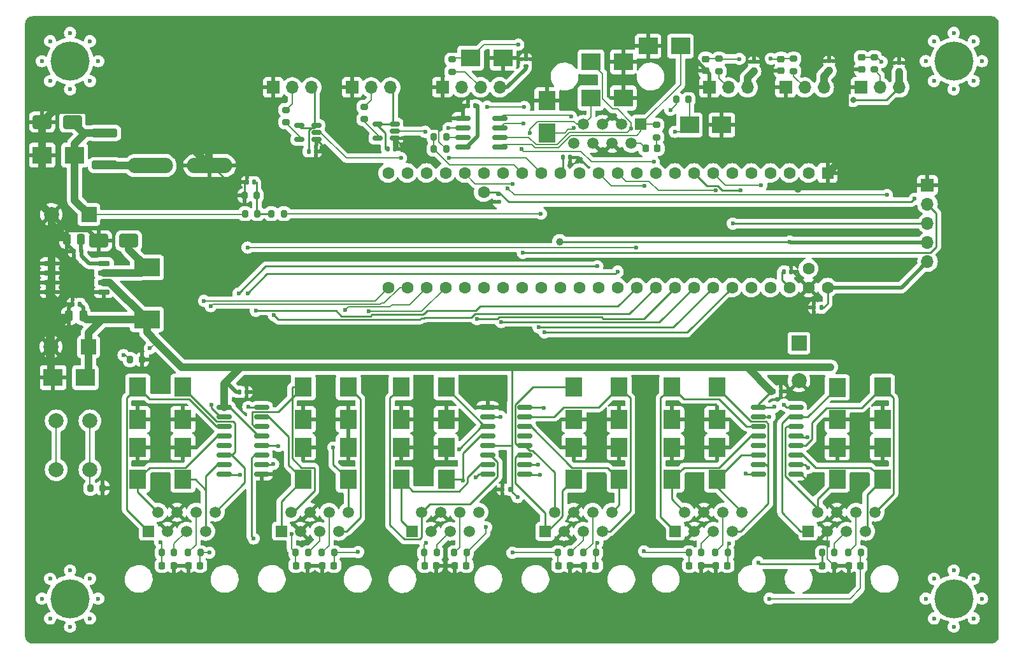
<source format=gbl>
G04 #@! TF.GenerationSoftware,KiCad,Pcbnew,7.0.2-6a45011f42~172~ubuntu22.04.1*
G04 #@! TF.CreationDate,2023-05-13T08:30:53-06:00*
G04 #@! TF.ProjectId,colordance-brain,636f6c6f-7264-4616-9e63-652d62726169,rev?*
G04 #@! TF.SameCoordinates,Original*
G04 #@! TF.FileFunction,Copper,L2,Bot*
G04 #@! TF.FilePolarity,Positive*
%FSLAX46Y46*%
G04 Gerber Fmt 4.6, Leading zero omitted, Abs format (unit mm)*
G04 Created by KiCad (PCBNEW 7.0.2-6a45011f42~172~ubuntu22.04.1) date 2023-05-13 08:30:53*
%MOMM*%
%LPD*%
G01*
G04 APERTURE LIST*
G04 Aperture macros list*
%AMRoundRect*
0 Rectangle with rounded corners*
0 $1 Rounding radius*
0 $2 $3 $4 $5 $6 $7 $8 $9 X,Y pos of 4 corners*
0 Add a 4 corners polygon primitive as box body*
4,1,4,$2,$3,$4,$5,$6,$7,$8,$9,$2,$3,0*
0 Add four circle primitives for the rounded corners*
1,1,$1+$1,$2,$3*
1,1,$1+$1,$4,$5*
1,1,$1+$1,$6,$7*
1,1,$1+$1,$8,$9*
0 Add four rect primitives between the rounded corners*
20,1,$1+$1,$2,$3,$4,$5,0*
20,1,$1+$1,$4,$5,$6,$7,0*
20,1,$1+$1,$6,$7,$8,$9,0*
20,1,$1+$1,$8,$9,$2,$3,0*%
G04 Aperture macros list end*
G04 #@! TA.AperFunction,ComponentPad*
%ADD10C,1.600000*%
G04 #@! TD*
G04 #@! TA.AperFunction,ComponentPad*
%ADD11R,1.600000X1.600000*%
G04 #@! TD*
G04 #@! TA.AperFunction,ComponentPad*
%ADD12O,6.030000X2.070000*%
G04 #@! TD*
G04 #@! TA.AperFunction,ComponentPad*
%ADD13R,1.500000X1.500000*%
G04 #@! TD*
G04 #@! TA.AperFunction,ComponentPad*
%ADD14C,1.500000*%
G04 #@! TD*
G04 #@! TA.AperFunction,ComponentPad*
%ADD15R,1.700000X1.700000*%
G04 #@! TD*
G04 #@! TA.AperFunction,ComponentPad*
%ADD16O,1.700000X1.700000*%
G04 #@! TD*
G04 #@! TA.AperFunction,ComponentPad*
%ADD17C,0.600000*%
G04 #@! TD*
G04 #@! TA.AperFunction,ComponentPad*
%ADD18C,5.200000*%
G04 #@! TD*
G04 #@! TA.AperFunction,ComponentPad*
%ADD19R,2.000000X2.000000*%
G04 #@! TD*
G04 #@! TA.AperFunction,ComponentPad*
%ADD20C,2.000000*%
G04 #@! TD*
G04 #@! TA.AperFunction,SMDPad,CuDef*
%ADD21RoundRect,0.250000X1.450000X-0.312500X1.450000X0.312500X-1.450000X0.312500X-1.450000X-0.312500X0*%
G04 #@! TD*
G04 #@! TA.AperFunction,SMDPad,CuDef*
%ADD22RoundRect,0.140000X-0.140000X-0.170000X0.140000X-0.170000X0.140000X0.170000X-0.140000X0.170000X0*%
G04 #@! TD*
G04 #@! TA.AperFunction,SMDPad,CuDef*
%ADD23RoundRect,0.140000X0.170000X-0.140000X0.170000X0.140000X-0.170000X0.140000X-0.170000X-0.140000X0*%
G04 #@! TD*
G04 #@! TA.AperFunction,SMDPad,CuDef*
%ADD24RoundRect,0.225000X-0.250000X0.225000X-0.250000X-0.225000X0.250000X-0.225000X0.250000X0.225000X0*%
G04 #@! TD*
G04 #@! TA.AperFunction,SMDPad,CuDef*
%ADD25RoundRect,0.140000X-0.170000X0.140000X-0.170000X-0.140000X0.170000X-0.140000X0.170000X0.140000X0*%
G04 #@! TD*
G04 #@! TA.AperFunction,SMDPad,CuDef*
%ADD26RoundRect,0.140000X0.140000X0.170000X-0.140000X0.170000X-0.140000X-0.170000X0.140000X-0.170000X0*%
G04 #@! TD*
G04 #@! TA.AperFunction,SMDPad,CuDef*
%ADD27RoundRect,0.225000X0.225000X0.250000X-0.225000X0.250000X-0.225000X-0.250000X0.225000X-0.250000X0*%
G04 #@! TD*
G04 #@! TA.AperFunction,SMDPad,CuDef*
%ADD28RoundRect,0.225000X-0.225000X-0.250000X0.225000X-0.250000X0.225000X0.250000X-0.225000X0.250000X0*%
G04 #@! TD*
G04 #@! TA.AperFunction,SMDPad,CuDef*
%ADD29R,2.300000X2.500000*%
G04 #@! TD*
G04 #@! TA.AperFunction,SMDPad,CuDef*
%ADD30RoundRect,0.200000X-0.200000X-0.275000X0.200000X-0.275000X0.200000X0.275000X-0.200000X0.275000X0*%
G04 #@! TD*
G04 #@! TA.AperFunction,SMDPad,CuDef*
%ADD31RoundRect,0.200000X0.200000X0.275000X-0.200000X0.275000X-0.200000X-0.275000X0.200000X-0.275000X0*%
G04 #@! TD*
G04 #@! TA.AperFunction,SMDPad,CuDef*
%ADD32RoundRect,0.150000X-0.825000X-0.150000X0.825000X-0.150000X0.825000X0.150000X-0.825000X0.150000X0*%
G04 #@! TD*
G04 #@! TA.AperFunction,SMDPad,CuDef*
%ADD33RoundRect,0.150000X0.825000X0.150000X-0.825000X0.150000X-0.825000X-0.150000X0.825000X-0.150000X0*%
G04 #@! TD*
G04 #@! TA.AperFunction,SMDPad,CuDef*
%ADD34RoundRect,0.150000X0.512500X0.150000X-0.512500X0.150000X-0.512500X-0.150000X0.512500X-0.150000X0*%
G04 #@! TD*
G04 #@! TA.AperFunction,SMDPad,CuDef*
%ADD35RoundRect,0.250000X1.000000X0.650000X-1.000000X0.650000X-1.000000X-0.650000X1.000000X-0.650000X0*%
G04 #@! TD*
G04 #@! TA.AperFunction,SMDPad,CuDef*
%ADD36R,2.500000X2.300000*%
G04 #@! TD*
G04 #@! TA.AperFunction,SMDPad,CuDef*
%ADD37RoundRect,0.250000X0.250000X0.475000X-0.250000X0.475000X-0.250000X-0.475000X0.250000X-0.475000X0*%
G04 #@! TD*
G04 #@! TA.AperFunction,SMDPad,CuDef*
%ADD38RoundRect,0.150000X0.650000X0.150000X-0.650000X0.150000X-0.650000X-0.150000X0.650000X-0.150000X0*%
G04 #@! TD*
G04 #@! TA.AperFunction,SMDPad,CuDef*
%ADD39RoundRect,0.200000X-0.275000X0.200000X-0.275000X-0.200000X0.275000X-0.200000X0.275000X0.200000X0*%
G04 #@! TD*
G04 #@! TA.AperFunction,SMDPad,CuDef*
%ADD40RoundRect,0.200000X0.275000X-0.200000X0.275000X0.200000X-0.275000X0.200000X-0.275000X-0.200000X0*%
G04 #@! TD*
G04 #@! TA.AperFunction,SMDPad,CuDef*
%ADD41R,3.500000X2.400000*%
G04 #@! TD*
G04 #@! TA.AperFunction,ViaPad*
%ADD42C,0.600000*%
G04 #@! TD*
G04 #@! TA.AperFunction,ViaPad*
%ADD43C,1.000000*%
G04 #@! TD*
G04 #@! TA.AperFunction,ViaPad*
%ADD44C,0.800000*%
G04 #@! TD*
G04 #@! TA.AperFunction,Conductor*
%ADD45C,0.200000*%
G04 #@! TD*
G04 #@! TA.AperFunction,Conductor*
%ADD46C,0.250000*%
G04 #@! TD*
G04 #@! TA.AperFunction,Conductor*
%ADD47C,1.000000*%
G04 #@! TD*
G04 #@! TA.AperFunction,Conductor*
%ADD48C,0.500000*%
G04 #@! TD*
G04 APERTURE END LIST*
D10*
G04 #@! TO.P,U3,50,VBAT*
G04 #@! TO.N,Net-(BT1-+)*
X75990000Y-69920000D03*
G04 #@! TO.P,U3,17,25_A11_RX6_SDA2*
G04 #@! TO.N,/INTERFACE_IN*
X81070000Y-67380000D03*
G04 #@! TO.P,U3,18,26_A12_MOSI1*
G04 #@! TO.N,unconnected-(U3-26_A12_MOSI1-Pad18)*
X78530000Y-67380000D03*
G04 #@! TO.P,U3,19,27_A13_SCK1*
G04 #@! TO.N,LOCAL_PIR2*
X75990000Y-67380000D03*
G04 #@! TO.P,U3,20,28_RX7*
G04 #@! TO.N,POLE3_PIR1*
X73450000Y-67380000D03*
G04 #@! TO.P,U3,16,24_A10_TX6_SCL2*
G04 #@! TO.N,/INTERFACE_OUT*
X83610000Y-67380000D03*
G04 #@! TO.P,U3,15,3V3*
G04 #@! TO.N,+3V3*
X86150000Y-67380000D03*
G04 #@! TO.P,U3,14,12_MISO_MQSL*
G04 #@! TO.N,POLE3_PIR0*
X88690000Y-67380000D03*
G04 #@! TO.P,U3,21,29_TX7*
G04 #@! TO.N,POLE2_PIR1*
X70910000Y-67380000D03*
G04 #@! TO.P,U3,22,30_CRX3*
G04 #@! TO.N,LOCAL_LED_1*
X68370000Y-67380000D03*
G04 #@! TO.P,U3,23,31_CTX3*
G04 #@! TO.N,LOCAL_LED_0*
X65830000Y-67380000D03*
G04 #@! TO.P,U3,24,32_OUT1B*
G04 #@! TO.N,unconnected-(U3-32_OUT1B-Pad24)*
X63290000Y-67380000D03*
G04 #@! TO.P,U3,25,33_MCLK2*
G04 #@! TO.N,POLE0_PIR1*
X63290000Y-82620000D03*
G04 #@! TO.P,U3,26,34_RX8*
G04 #@! TO.N,POLE0_PIR0*
X65830000Y-82620000D03*
G04 #@! TO.P,U3,27,35_TX8*
G04 #@! TO.N,POLE1_PIR1*
X68370000Y-82620000D03*
G04 #@! TO.P,U3,28,36_CS*
G04 #@! TO.N,POLE1_PIR0*
X70910000Y-82620000D03*
G04 #@! TO.P,U3,29,37_CS*
G04 #@! TO.N,POLE2_PIR0*
X73450000Y-82620000D03*
G04 #@! TO.P,U3,30,38_CS1_IN1*
G04 #@! TO.N,unconnected-(U3-38_CS1_IN1-Pad30)*
X75990000Y-82620000D03*
G04 #@! TO.P,U3,31,39_MISO1_OUT1A*
G04 #@! TO.N,unconnected-(U3-39_MISO1_OUT1A-Pad31)*
X78530000Y-82620000D03*
G04 #@! TO.P,U3,32,40_A16*
G04 #@! TO.N,AUX0*
X81070000Y-82620000D03*
G04 #@! TO.P,U3,33,41_A17*
G04 #@! TO.N,BATT_DIV*
X83610000Y-82620000D03*
G04 #@! TO.P,U3,34,GND*
G04 #@! TO.N,unconnected-(U3-GND-Pad34)*
X86150000Y-82620000D03*
G04 #@! TO.P,U3,13,11_MOSI_CTX1*
G04 #@! TO.N,POLE4_PIR1*
X91230000Y-67380000D03*
G04 #@! TO.P,U3,12,10_CS_MQSR*
G04 #@! TO.N,POLE4_PIR0*
X93770000Y-67380000D03*
G04 #@! TO.P,U3,11,9_OUT1C*
G04 #@! TO.N,/SW_BUILTIN*
X96310000Y-67380000D03*
G04 #@! TO.P,U3,10,8_TX2_IN1*
G04 #@! TO.N,/AUX_SERIAL_OUT*
X98850000Y-67380000D03*
G04 #@! TO.P,U3,9,7_RX2_OUT1A*
G04 #@! TO.N,/AUX_SERIAL_IN*
X101390000Y-67380000D03*
G04 #@! TO.P,U3,8,6_OUT1D*
G04 #@! TO.N,POLE5_PIR1*
X103930000Y-67380000D03*
G04 #@! TO.P,U3,7,5_IN2*
G04 #@! TO.N,POLE5_PIR0*
X106470000Y-67380000D03*
G04 #@! TO.P,U3,6,4_BCLK2*
G04 #@! TO.N,AUX1*
X109010000Y-67380000D03*
G04 #@! TO.P,U3,5,3_LRCLK2*
G04 #@! TO.N,LOCAL_PIR0*
X111550000Y-67380000D03*
G04 #@! TO.P,U3,4,2_OUT2*
G04 #@! TO.N,LOCAL_PIR1*
X114090000Y-67380000D03*
G04 #@! TO.P,U3,3,1_TX1_CTX2_MISO1*
G04 #@! TO.N,POLE5_LED0*
X116630000Y-67380000D03*
G04 #@! TO.P,U3,2,0_RX1_CRX2_CS1*
G04 #@! TO.N,POLE5_LED1*
X119170000Y-67380000D03*
D11*
G04 #@! TO.P,U3,1,GND*
G04 #@! TO.N,GND*
X121710000Y-67380000D03*
D10*
G04 #@! TO.P,U3,35,13_SCK_LED*
G04 #@! TO.N,unconnected-(U3-13_SCK_LED-Pad35)*
X88690000Y-82620000D03*
G04 #@! TO.P,U3,36,14_A0_TX3_SPDIF_OUT*
G04 #@! TO.N,POLE0_LED1*
X91230000Y-82620000D03*
G04 #@! TO.P,U3,37,15_A1_RX3_SPDIF_IN*
G04 #@! TO.N,POLE0_LED0*
X93770000Y-82620000D03*
G04 #@! TO.P,U3,38,16_A2_RX4_SCL1*
G04 #@! TO.N,POLE1_LED0*
X96310000Y-82620000D03*
G04 #@! TO.P,U3,39,17_A3_TX4_SDA1*
G04 #@! TO.N,POLE1_LED1*
X98850000Y-82620000D03*
G04 #@! TO.P,U3,40,18_A4_SDA*
G04 #@! TO.N,POLE2_LED0*
X101390000Y-82620000D03*
G04 #@! TO.P,U3,41,19_A5_SCL*
G04 #@! TO.N,POLE2_LED1*
X103930000Y-82620000D03*
G04 #@! TO.P,U3,42,20_A6_TX5_LRCLK1*
G04 #@! TO.N,POLE3_LED1*
X106470000Y-82620000D03*
G04 #@! TO.P,U3,43,21_A7_RX5_BCLK1*
G04 #@! TO.N,POLE3_LED0*
X109010000Y-82620000D03*
G04 #@! TO.P,U3,44,22_A8_CTX1*
G04 #@! TO.N,POLE4_LED0*
X111550000Y-82620000D03*
G04 #@! TO.P,U3,45,23_A9_CRX1_MCLK1*
G04 #@! TO.N,POLE4_LED1*
X114090000Y-82620000D03*
G04 #@! TO.P,U3,46,3V3*
G04 #@! TO.N,+3V3*
X116630000Y-82620000D03*
G04 #@! TO.P,U3,47,GND*
G04 #@! TO.N,GND*
X119170000Y-82620000D03*
G04 #@! TO.P,U3,48,VIN*
G04 #@! TO.N,+5V*
X121710000Y-82620000D03*
G04 #@! TO.P,U3,49,VUSB*
G04 #@! TO.N,unconnected-(U3-VUSB-Pad49)*
X119170000Y-80080000D03*
G04 #@! TD*
D12*
G04 #@! TO.P,J14,1*
G04 #@! TO.N,Net-(J14-Pad1)*
X31650000Y-66400000D03*
G04 #@! TO.P,J14,2*
G04 #@! TO.N,GND*
X39550000Y-66400000D03*
G04 #@! TD*
D13*
G04 #@! TO.P,J9,1*
G04 #@! TO.N,/rs422_output/LED4_Y*
X31405000Y-115031924D03*
D14*
G04 #@! TO.P,J9,2*
G04 #@! TO.N,/rs422_output/LED4_Z*
X32675000Y-112491924D03*
G04 #@! TO.P,J9,3*
G04 #@! TO.N,GND*
X33945000Y-115031924D03*
G04 #@! TO.P,J9,4*
X35215000Y-112491924D03*
G04 #@! TO.P,J9,5*
G04 #@! TO.N,Net-(J9-Pad5)*
X36485000Y-115031924D03*
G04 #@! TO.P,J9,6*
G04 #@! TO.N,Net-(J9-Pad6)*
X37755000Y-112491924D03*
G04 #@! TO.P,J9,7*
G04 #@! TO.N,/rs422_output/LED3_Y*
X39025000Y-115031924D03*
G04 #@! TO.P,J9,8*
G04 #@! TO.N,/rs422_output/LED3_Z*
X40295000Y-112491924D03*
G04 #@! TD*
D15*
G04 #@! TO.P,J2,1,Pin_1*
G04 #@! TO.N,GND*
X48000000Y-56000000D03*
D16*
G04 #@! TO.P,J2,2,Pin_2*
G04 #@! TO.N,Net-(J2-Pin_2)*
X50540000Y-56000000D03*
G04 #@! TO.P,J2,3,Pin_3*
G04 #@! TO.N,+5V*
X53080000Y-56000000D03*
G04 #@! TD*
D15*
G04 #@! TO.P,J5,1,Pin_1*
G04 #@! TO.N,GND*
X58500000Y-56000000D03*
D16*
G04 #@! TO.P,J5,2,Pin_2*
G04 #@! TO.N,Net-(J5-Pin_2)*
X61040000Y-56000000D03*
G04 #@! TO.P,J5,3,Pin_3*
G04 #@! TO.N,+5V*
X63580000Y-56000000D03*
G04 #@! TD*
D15*
G04 #@! TO.P,J4,1,Pin_1*
G04 #@! TO.N,GND*
X116120000Y-56000000D03*
D16*
G04 #@! TO.P,J4,2,Pin_2*
G04 #@! TO.N,Net-(J4-Pin_2)*
X118660000Y-56000000D03*
G04 #@! TO.P,J4,3,Pin_3*
G04 #@! TO.N,+5V*
X121200000Y-56000000D03*
G04 #@! TD*
D15*
G04 #@! TO.P,J6,1,Pin_1*
G04 #@! TO.N,GND*
X135000000Y-69000000D03*
D16*
G04 #@! TO.P,J6,2,Pin_2*
G04 #@! TO.N,AUX0*
X135000000Y-71540000D03*
G04 #@! TO.P,J6,3,Pin_3*
G04 #@! TO.N,AUX1*
X135000000Y-74080000D03*
G04 #@! TO.P,J6,4,Pin_4*
G04 #@! TO.N,+3V3*
X135000000Y-76620000D03*
G04 #@! TO.P,J6,5,Pin_5*
G04 #@! TO.N,+5V*
X135000000Y-79160000D03*
G04 #@! TD*
D13*
G04 #@! TO.P,J10,1*
G04 #@! TO.N,/sheet6087EBF5/LED1_Y*
X119145000Y-115031924D03*
D14*
G04 #@! TO.P,J10,2*
G04 #@! TO.N,/sheet6087EBF5/LED1_Z*
X120415000Y-112491924D03*
G04 #@! TO.P,J10,3*
G04 #@! TO.N,GND*
X121685000Y-115031924D03*
G04 #@! TO.P,J10,4*
X122955000Y-112491924D03*
G04 #@! TO.P,J10,5*
G04 #@! TO.N,Net-(J10-Pad5)*
X124225000Y-115031924D03*
G04 #@! TO.P,J10,6*
G04 #@! TO.N,Net-(J10-Pad6)*
X125495000Y-112491924D03*
G04 #@! TO.P,J10,7*
G04 #@! TO.N,/sheet6087EBF5/LED2_Y*
X126765000Y-115031924D03*
G04 #@! TO.P,J10,8*
G04 #@! TO.N,/sheet6087EBF5/LED2_Z*
X128035000Y-112491924D03*
G04 #@! TD*
D13*
G04 #@! TO.P,J12,1*
G04 #@! TO.N,/sheet6087FA83/LED1_Y*
X66455000Y-115041924D03*
D14*
G04 #@! TO.P,J12,2*
G04 #@! TO.N,/sheet6087FA83/LED1_Z*
X67725000Y-112501924D03*
G04 #@! TO.P,J12,3*
G04 #@! TO.N,GND*
X68995000Y-115041924D03*
G04 #@! TO.P,J12,4*
X70265000Y-112501924D03*
G04 #@! TO.P,J12,5*
G04 #@! TO.N,Net-(J12-Pad5)*
X71535000Y-115041924D03*
G04 #@! TO.P,J12,6*
G04 #@! TO.N,Net-(J12-Pad6)*
X72805000Y-112501924D03*
G04 #@! TO.P,J12,7*
G04 #@! TO.N,/sheet6087FA83/LED2_Y*
X74075000Y-115041924D03*
G04 #@! TO.P,J12,8*
G04 #@! TO.N,/sheet6087FA83/LED2_Z*
X75345000Y-112501924D03*
G04 #@! TD*
D13*
G04 #@! TO.P,J11,1*
G04 #@! TO.N,/sheet6087EBF5/LED4_Y*
X101465000Y-115031924D03*
D14*
G04 #@! TO.P,J11,2*
G04 #@! TO.N,/sheet6087EBF5/LED4_Z*
X102735000Y-112491924D03*
G04 #@! TO.P,J11,3*
G04 #@! TO.N,GND*
X104005000Y-115031924D03*
G04 #@! TO.P,J11,4*
X105275000Y-112491924D03*
G04 #@! TO.P,J11,5*
G04 #@! TO.N,Net-(J11-Pad5)*
X106545000Y-115031924D03*
G04 #@! TO.P,J11,6*
G04 #@! TO.N,Net-(J11-Pad6)*
X107815000Y-112491924D03*
G04 #@! TO.P,J11,7*
G04 #@! TO.N,/sheet6087EBF5/LED3_Y*
X109085000Y-115031924D03*
G04 #@! TO.P,J11,8*
G04 #@! TO.N,/sheet6087EBF5/LED3_Z*
X110355000Y-112491924D03*
G04 #@! TD*
D13*
G04 #@! TO.P,J8,1*
G04 #@! TO.N,/rs422_output/LED1_Y*
X49085000Y-115031924D03*
D14*
G04 #@! TO.P,J8,2*
G04 #@! TO.N,/rs422_output/LED1_Z*
X50355000Y-112491924D03*
G04 #@! TO.P,J8,3*
G04 #@! TO.N,GND*
X51625000Y-115031924D03*
G04 #@! TO.P,J8,4*
X52895000Y-112491924D03*
G04 #@! TO.P,J8,5*
G04 #@! TO.N,Net-(J8-Pad5)*
X54165000Y-115031924D03*
G04 #@! TO.P,J8,6*
G04 #@! TO.N,Net-(J8-Pad6)*
X55435000Y-112491924D03*
G04 #@! TO.P,J8,7*
G04 #@! TO.N,/rs422_output/LED2_Y*
X56705000Y-115031924D03*
G04 #@! TO.P,J8,8*
G04 #@! TO.N,/rs422_output/LED2_Z*
X57975000Y-112491924D03*
G04 #@! TD*
D13*
G04 #@! TO.P,J13,1*
G04 #@! TO.N,/sheet6087FA83/LED4_Y*
X84135000Y-115041924D03*
D14*
G04 #@! TO.P,J13,2*
G04 #@! TO.N,/sheet6087FA83/LED4_Z*
X85405000Y-112501924D03*
G04 #@! TO.P,J13,3*
G04 #@! TO.N,GND*
X86675000Y-115041924D03*
G04 #@! TO.P,J13,4*
X87945000Y-112501924D03*
G04 #@! TO.P,J13,5*
G04 #@! TO.N,Net-(J13-Pad5)*
X89215000Y-115041924D03*
G04 #@! TO.P,J13,6*
G04 #@! TO.N,Net-(J13-Pad6)*
X90485000Y-112501924D03*
G04 #@! TO.P,J13,7*
G04 #@! TO.N,/sheet6087FA83/LED3_Y*
X91755000Y-115041924D03*
G04 #@! TO.P,J13,8*
G04 #@! TO.N,/sheet6087FA83/LED3_Z*
X93025000Y-112501924D03*
G04 #@! TD*
D17*
G04 #@! TO.P,H1,*
G04 #@! TO.N,*
X17250000Y-52500000D03*
X18350000Y-49850000D03*
X18350000Y-55150000D03*
X21000000Y-48750000D03*
D18*
X21000000Y-52500000D03*
D17*
X21000000Y-56250000D03*
X23650000Y-49850000D03*
X23650000Y-55150000D03*
X24750000Y-52500000D03*
G04 #@! TD*
G04 #@! TO.P,H2,*
G04 #@! TO.N,*
X134750000Y-124000000D03*
X135850000Y-121350000D03*
X135850000Y-126650000D03*
X138500000Y-120250000D03*
D18*
X138500000Y-124000000D03*
D17*
X138500000Y-127750000D03*
X141150000Y-121350000D03*
X141150000Y-126650000D03*
X142250000Y-124000000D03*
G04 #@! TD*
G04 #@! TO.P,H3,*
G04 #@! TO.N,*
X134750000Y-52500000D03*
X135850000Y-49850000D03*
X135850000Y-55150000D03*
X138500000Y-48750000D03*
D18*
X138500000Y-52500000D03*
D17*
X138500000Y-56250000D03*
X141150000Y-49850000D03*
X141150000Y-55150000D03*
X142250000Y-52500000D03*
G04 #@! TD*
G04 #@! TO.P,H4,*
G04 #@! TO.N,*
X17250000Y-124000000D03*
X18350000Y-121350000D03*
X18350000Y-126650000D03*
X21000000Y-120250000D03*
D18*
X21000000Y-124000000D03*
D17*
X21000000Y-127750000D03*
X23650000Y-121350000D03*
X23650000Y-126650000D03*
X24750000Y-124000000D03*
G04 #@! TD*
D15*
G04 #@! TO.P,J3,1,Pin_1*
G04 #@! TO.N,GND*
X106000000Y-56000000D03*
D16*
G04 #@! TO.P,J3,2,Pin_2*
G04 #@! TO.N,Net-(J3-Pin_2)*
X108540000Y-56000000D03*
G04 #@! TO.P,J3,3,Pin_3*
G04 #@! TO.N,+5V*
X111080000Y-56000000D03*
G04 #@! TD*
D15*
G04 #@! TO.P,J15,1,Pin_1*
G04 #@! TO.N,GND*
X126175000Y-55975000D03*
D16*
G04 #@! TO.P,J15,2,Pin_2*
G04 #@! TO.N,Net-(J15-Pin_2)*
X128715000Y-55975000D03*
G04 #@! TO.P,J15,3,Pin_3*
G04 #@! TO.N,+5V*
X131255000Y-55975000D03*
G04 #@! TD*
D13*
G04 #@! TO.P,J7,1*
G04 #@! TO.N,/INTERFACE_A*
X96900000Y-60900000D03*
D14*
G04 #@! TO.P,J7,2*
G04 #@! TO.N,/INTERFACE_B*
X95630000Y-63440000D03*
G04 #@! TO.P,J7,3*
G04 #@! TO.N,GND*
X94360000Y-60900000D03*
G04 #@! TO.P,J7,4*
X93090000Y-63440000D03*
G04 #@! TO.P,J7,5*
X91820000Y-60900000D03*
G04 #@! TO.P,J7,6*
X90550000Y-63440000D03*
G04 #@! TO.P,J7,7*
G04 #@! TO.N,/INTERFACE_Z*
X89280000Y-60900000D03*
G04 #@! TO.P,J7,8*
G04 #@! TO.N,/INTERFACE_Y*
X88010000Y-63440000D03*
G04 #@! TD*
D19*
G04 #@! TO.P,C35,1*
G04 #@! TO.N,+5V*
X23467677Y-90500000D03*
D20*
G04 #@! TO.P,C35,2*
G04 #@! TO.N,GND*
X18467677Y-90500000D03*
G04 #@! TD*
D19*
G04 #@! TO.P,C30,1*
G04 #@! TO.N,+12V*
X23500000Y-72900000D03*
D20*
G04 #@! TO.P,C30,2*
G04 #@! TO.N,GND*
X18500000Y-72900000D03*
G04 #@! TD*
D15*
G04 #@! TO.P,J1,1,Pin_1*
G04 #@! TO.N,GND*
X70500000Y-55975000D03*
D16*
G04 #@! TO.P,J1,2,Pin_2*
G04 #@! TO.N,Net-(J1-Pin_2)*
X73040000Y-55975000D03*
G04 #@! TO.P,J1,3,Pin_3*
G04 #@! TO.N,Net-(J1-Pin_3)*
X75580000Y-55975000D03*
G04 #@! TO.P,J1,4,Pin_4*
G04 #@! TO.N,+5V*
X78120000Y-55975000D03*
G04 #@! TD*
D20*
G04 #@! TO.P,SW1,1,A*
G04 #@! TO.N,Net-(SW1-A)*
X23650000Y-100350000D03*
X23650000Y-106850000D03*
G04 #@! TO.P,SW1,2,B*
G04 #@! TO.N,/SW_BUILTIN*
X19150000Y-100350000D03*
X19150000Y-106850000D03*
G04 #@! TD*
D19*
G04 #@! TO.P,C38,1*
G04 #@! TO.N,+3V3*
X117900000Y-90032323D03*
D20*
G04 #@! TO.P,C38,2*
G04 #@! TO.N,GND*
X117900000Y-95032323D03*
G04 #@! TD*
D21*
G04 #@! TO.P,TH1,2*
G04 #@! TO.N,+12V*
X25600000Y-62062500D03*
G04 #@! TO.P,TH1,1*
G04 #@! TO.N,Net-(J14-Pad1)*
X25600000Y-66337500D03*
G04 #@! TD*
D22*
G04 #@! TO.P,C2,1*
G04 #@! TO.N,+5V*
X52720000Y-64500000D03*
G04 #@! TO.P,C2,2*
G04 #@! TO.N,GND*
X53680000Y-64500000D03*
G04 #@! TD*
D23*
G04 #@! TO.P,C3,1*
G04 #@! TO.N,+5V*
X121920000Y-53480000D03*
G04 #@! TO.P,C3,2*
G04 #@! TO.N,GND*
X121920000Y-52520000D03*
G04 #@! TD*
D24*
G04 #@! TO.P,C4,1*
G04 #@! TO.N,LOCAL_PIR0*
X105500000Y-52225000D03*
G04 #@! TO.P,C4,2*
G04 #@! TO.N,GND*
X105500000Y-53775000D03*
G04 #@! TD*
D22*
G04 #@! TO.P,C8,1*
G04 #@! TO.N,+5V*
X63220000Y-64200000D03*
G04 #@! TO.P,C8,2*
G04 #@! TO.N,GND*
X64180000Y-64200000D03*
G04 #@! TD*
D23*
G04 #@! TO.P,C6,1*
G04 #@! TO.N,+5V*
X111900000Y-53580000D03*
G04 #@! TO.P,C6,2*
G04 #@! TO.N,GND*
X111900000Y-52620000D03*
G04 #@! TD*
D24*
G04 #@! TO.P,C7,1*
G04 #@! TO.N,LOCAL_PIR1*
X115520000Y-52225000D03*
G04 #@! TO.P,C7,2*
G04 #@! TO.N,GND*
X115520000Y-53775000D03*
G04 #@! TD*
D25*
G04 #@! TO.P,C10,1*
G04 #@! TO.N,Net-(BT1-+)*
X78000000Y-70220000D03*
G04 #@! TO.P,C10,2*
G04 #@! TO.N,GND*
X78000000Y-71180000D03*
G04 #@! TD*
D26*
G04 #@! TO.P,C11,1*
G04 #@! TO.N,+5V*
X120880000Y-85300000D03*
G04 #@! TO.P,C11,2*
G04 #@! TO.N,GND*
X119920000Y-85300000D03*
G04 #@! TD*
D22*
G04 #@! TO.P,C12,1*
G04 #@! TO.N,+3V3*
X115920000Y-80500000D03*
G04 #@! TO.P,C12,2*
G04 #@! TO.N,GND*
X116880000Y-80500000D03*
G04 #@! TD*
G04 #@! TO.P,C15,1*
G04 #@! TO.N,+5V*
X43520000Y-96500000D03*
G04 #@! TO.P,C15,2*
G04 #@! TO.N,GND*
X44480000Y-96500000D03*
G04 #@! TD*
D27*
G04 #@! TO.P,C16,1*
G04 #@! TO.N,POLE1_PIR0*
X56075000Y-119600000D03*
G04 #@! TO.P,C16,2*
G04 #@! TO.N,GND*
X54525000Y-119600000D03*
G04 #@! TD*
D28*
G04 #@! TO.P,C17,1*
G04 #@! TO.N,POLE1_PIR1*
X51025000Y-119600000D03*
G04 #@! TO.P,C17,2*
G04 #@! TO.N,GND*
X52575000Y-119600000D03*
G04 #@! TD*
D22*
G04 #@! TO.P,C20,1*
G04 #@! TO.N,+5V*
X114520000Y-96400000D03*
G04 #@! TO.P,C20,2*
G04 #@! TO.N,GND*
X115480000Y-96400000D03*
G04 #@! TD*
D27*
G04 #@! TO.P,C21,1*
G04 #@! TO.N,POLE5_PIR0*
X126075000Y-119600000D03*
G04 #@! TO.P,C21,2*
G04 #@! TO.N,GND*
X124525000Y-119600000D03*
G04 #@! TD*
D28*
G04 #@! TO.P,C22,1*
G04 #@! TO.N,POLE5_PIR1*
X121025000Y-119600000D03*
G04 #@! TO.P,C22,2*
G04 #@! TO.N,GND*
X122575000Y-119600000D03*
G04 #@! TD*
D26*
G04 #@! TO.P,C25,1*
G04 #@! TO.N,+5V*
X79480000Y-109500000D03*
G04 #@! TO.P,C25,2*
G04 #@! TO.N,GND*
X78520000Y-109500000D03*
G04 #@! TD*
D27*
G04 #@! TO.P,C26,1*
G04 #@! TO.N,POLE2_PIR0*
X73675000Y-119600000D03*
G04 #@! TO.P,C26,2*
G04 #@! TO.N,GND*
X72125000Y-119600000D03*
G04 #@! TD*
D28*
G04 #@! TO.P,C27,1*
G04 #@! TO.N,POLE2_PIR1*
X68125000Y-119600000D03*
G04 #@! TO.P,C27,2*
G04 #@! TO.N,GND*
X69675000Y-119600000D03*
G04 #@! TD*
D29*
G04 #@! TO.P,D9,1,A1*
G04 #@! TO.N,/rs422_output/LED1_Y*
X52000000Y-108150000D03*
G04 #@! TO.P,D9,2,A2*
G04 #@! TO.N,GND*
X52000000Y-103850000D03*
G04 #@! TD*
G04 #@! TO.P,D10,1,A1*
G04 #@! TO.N,GND*
X58000000Y-103850000D03*
G04 #@! TO.P,D10,2,A2*
G04 #@! TO.N,/rs422_output/LED2_Z*
X58000000Y-108150000D03*
G04 #@! TD*
G04 #@! TO.P,D11,1,A1*
G04 #@! TO.N,GND*
X58000000Y-100150000D03*
G04 #@! TO.P,D11,2,A2*
G04 #@! TO.N,/rs422_output/LED2_Y*
X58000000Y-95850000D03*
G04 #@! TD*
G04 #@! TO.P,D12,1,A1*
G04 #@! TO.N,GND*
X30000000Y-103850000D03*
G04 #@! TO.P,D12,2,A2*
G04 #@! TO.N,/rs422_output/LED4_Z*
X30000000Y-108150000D03*
G04 #@! TD*
G04 #@! TO.P,D13,1,A1*
G04 #@! TO.N,/rs422_output/LED4_Y*
X30000000Y-95850000D03*
G04 #@! TO.P,D13,2,A2*
G04 #@! TO.N,GND*
X30000000Y-100150000D03*
G04 #@! TD*
G04 #@! TO.P,D14,1,A1*
G04 #@! TO.N,GND*
X36000000Y-100150000D03*
G04 #@! TO.P,D14,2,A2*
G04 #@! TO.N,/rs422_output/LED3_Z*
X36000000Y-95850000D03*
G04 #@! TD*
G04 #@! TO.P,D15,1,A1*
G04 #@! TO.N,GND*
X36000000Y-103850000D03*
G04 #@! TO.P,D15,2,A2*
G04 #@! TO.N,/rs422_output/LED3_Y*
X36000000Y-108150000D03*
G04 #@! TD*
G04 #@! TO.P,D16,1,A1*
G04 #@! TO.N,GND*
X123000000Y-103850000D03*
G04 #@! TO.P,D16,2,A2*
G04 #@! TO.N,/sheet6087EBF5/LED1_Z*
X123000000Y-108150000D03*
G04 #@! TD*
G04 #@! TO.P,D17,1,A1*
G04 #@! TO.N,/sheet6087EBF5/LED1_Y*
X123000000Y-95900000D03*
G04 #@! TO.P,D17,2,A2*
G04 #@! TO.N,GND*
X123000000Y-100200000D03*
G04 #@! TD*
G04 #@! TO.P,D18,1,A1*
G04 #@! TO.N,GND*
X129000000Y-100150000D03*
G04 #@! TO.P,D18,2,A2*
G04 #@! TO.N,/sheet6087EBF5/LED2_Z*
X129000000Y-95850000D03*
G04 #@! TD*
G04 #@! TO.P,D19,1,A1*
G04 #@! TO.N,GND*
X129000000Y-103850000D03*
G04 #@! TO.P,D19,2,A2*
G04 #@! TO.N,/sheet6087EBF5/LED2_Y*
X129000000Y-108150000D03*
G04 #@! TD*
G04 #@! TO.P,D20,1,A1*
G04 #@! TO.N,GND*
X101000000Y-103850000D03*
G04 #@! TO.P,D20,2,A2*
G04 #@! TO.N,/sheet6087EBF5/LED4_Z*
X101000000Y-108150000D03*
G04 #@! TD*
G04 #@! TO.P,D22,1,A1*
G04 #@! TO.N,GND*
X107000000Y-103850000D03*
G04 #@! TO.P,D22,2,A2*
G04 #@! TO.N,/sheet6087EBF5/LED3_Z*
X107000000Y-108150000D03*
G04 #@! TD*
G04 #@! TO.P,D24,1,A1*
G04 #@! TO.N,GND*
X65000000Y-100150000D03*
G04 #@! TO.P,D24,2,A2*
G04 #@! TO.N,/sheet6087FA83/LED1_Z*
X65000000Y-95850000D03*
G04 #@! TD*
G04 #@! TO.P,D26,1,A1*
G04 #@! TO.N,GND*
X71000000Y-103850000D03*
G04 #@! TO.P,D26,2,A2*
G04 #@! TO.N,/sheet6087FA83/LED2_Z*
X71000000Y-108150000D03*
G04 #@! TD*
G04 #@! TO.P,D27,1,A1*
G04 #@! TO.N,GND*
X71000000Y-100150000D03*
G04 #@! TO.P,D27,2,A2*
G04 #@! TO.N,/sheet6087FA83/LED2_Y*
X71000000Y-95850000D03*
G04 #@! TD*
G04 #@! TO.P,D28,1,A1*
G04 #@! TO.N,GND*
X88000000Y-100150000D03*
G04 #@! TO.P,D28,2,A2*
G04 #@! TO.N,/sheet6087FA83/LED4_Z*
X88000000Y-95850000D03*
G04 #@! TD*
G04 #@! TO.P,D29,1,A1*
G04 #@! TO.N,/sheet6087FA83/LED4_Y*
X88000000Y-108150000D03*
G04 #@! TO.P,D29,2,A2*
G04 #@! TO.N,GND*
X88000000Y-103850000D03*
G04 #@! TD*
G04 #@! TO.P,D31,1,A1*
G04 #@! TO.N,GND*
X94000000Y-100150000D03*
G04 #@! TO.P,D31,2,A2*
G04 #@! TO.N,/sheet6087FA83/LED3_Y*
X94000000Y-95850000D03*
G04 #@! TD*
D30*
G04 #@! TO.P,R1,2*
G04 #@! TO.N,GND*
X30600000Y-92200000D03*
G04 #@! TO.P,R1,1*
G04 #@! TO.N,Net-(D1-K)*
X28950000Y-92200000D03*
G04 #@! TD*
G04 #@! TO.P,R2,1*
G04 #@! TO.N,+12V*
X44275000Y-72800000D03*
G04 #@! TO.P,R2,2*
G04 #@! TO.N,Net-(C5-Pad1)*
X45925000Y-72800000D03*
G04 #@! TD*
D31*
G04 #@! TO.P,R3,1*
G04 #@! TO.N,Net-(C5-Pad1)*
X45825000Y-70400000D03*
G04 #@! TO.P,R3,2*
G04 #@! TO.N,GND*
X44175000Y-70400000D03*
G04 #@! TD*
D32*
G04 #@! TO.P,U7,1,1A*
G04 #@! TO.N,POLE2_LED0*
X76525000Y-107445000D03*
G04 #@! TO.P,U7,2,1Y*
G04 #@! TO.N,/sheet6087FA83/LED1_Y*
X76525000Y-106175000D03*
G04 #@! TO.P,U7,3,1Z*
G04 #@! TO.N,/sheet6087FA83/LED1_Z*
X76525000Y-104905000D03*
G04 #@! TO.P,U7,4,G*
G04 #@! TO.N,+5V*
X76525000Y-103635000D03*
G04 #@! TO.P,U7,5,2Z*
G04 #@! TO.N,/sheet6087FA83/LED2_Z*
X76525000Y-102365000D03*
G04 #@! TO.P,U7,6,2Y*
G04 #@! TO.N,/sheet6087FA83/LED2_Y*
X76525000Y-101095000D03*
G04 #@! TO.P,U7,7,2A*
G04 #@! TO.N,POLE2_LED1*
X76525000Y-99825000D03*
G04 #@! TO.P,U7,8,GND*
G04 #@! TO.N,GND*
X76525000Y-98555000D03*
G04 #@! TO.P,U7,9,3A*
G04 #@! TO.N,POLE3_LED0*
X81475000Y-98555000D03*
G04 #@! TO.P,U7,10,3Y*
G04 #@! TO.N,/sheet6087FA83/LED3_Y*
X81475000Y-99825000D03*
G04 #@! TO.P,U7,11,3Z*
G04 #@! TO.N,/sheet6087FA83/LED3_Z*
X81475000Y-101095000D03*
G04 #@! TO.P,U7,12,~{G}*
G04 #@! TO.N,unconnected-(U7-~{G}-Pad12)*
X81475000Y-102365000D03*
G04 #@! TO.P,U7,13,4Z*
G04 #@! TO.N,/sheet6087FA83/LED4_Z*
X81475000Y-103635000D03*
G04 #@! TO.P,U7,14,4Y*
G04 #@! TO.N,/sheet6087FA83/LED4_Y*
X81475000Y-104905000D03*
G04 #@! TO.P,U7,15,4A*
G04 #@! TO.N,POLE3_LED1*
X81475000Y-106175000D03*
G04 #@! TO.P,U7,16,VCC*
G04 #@! TO.N,+5V*
X81475000Y-107445000D03*
G04 #@! TD*
D33*
G04 #@! TO.P,U5,1,1A*
G04 #@! TO.N,POLE1_LED0*
X46475000Y-98555000D03*
G04 #@! TO.P,U5,2,1Y*
G04 #@! TO.N,/rs422_output/LED1_Y*
X46475000Y-99825000D03*
G04 #@! TO.P,U5,3,1Z*
G04 #@! TO.N,/rs422_output/LED1_Z*
X46475000Y-101095000D03*
G04 #@! TO.P,U5,4,G*
G04 #@! TO.N,+5V*
X46475000Y-102365000D03*
G04 #@! TO.P,U5,5,2Z*
G04 #@! TO.N,/rs422_output/LED2_Z*
X46475000Y-103635000D03*
G04 #@! TO.P,U5,6,2Y*
G04 #@! TO.N,/rs422_output/LED2_Y*
X46475000Y-104905000D03*
G04 #@! TO.P,U5,7,2A*
G04 #@! TO.N,POLE1_LED1*
X46475000Y-106175000D03*
G04 #@! TO.P,U5,8,GND*
G04 #@! TO.N,GND*
X46475000Y-107445000D03*
G04 #@! TO.P,U5,9,3A*
G04 #@! TO.N,POLE0_LED0*
X41525000Y-107445000D03*
G04 #@! TO.P,U5,10,3Y*
G04 #@! TO.N,/rs422_output/LED3_Y*
X41525000Y-106175000D03*
G04 #@! TO.P,U5,11,3Z*
G04 #@! TO.N,/rs422_output/LED3_Z*
X41525000Y-104905000D03*
G04 #@! TO.P,U5,12,~{G}*
G04 #@! TO.N,unconnected-(U5-~{G}-Pad12)*
X41525000Y-103635000D03*
G04 #@! TO.P,U5,13,4Z*
G04 #@! TO.N,/rs422_output/LED4_Z*
X41525000Y-102365000D03*
G04 #@! TO.P,U5,14,4Y*
G04 #@! TO.N,/rs422_output/LED4_Y*
X41525000Y-101095000D03*
G04 #@! TO.P,U5,15,4A*
G04 #@! TO.N,POLE0_LED1*
X41525000Y-99825000D03*
G04 #@! TO.P,U5,16,VCC*
G04 #@! TO.N,+5V*
X41525000Y-98555000D03*
G04 #@! TD*
G04 #@! TO.P,U6,1,1A*
G04 #@! TO.N,POLE5_LED0*
X117475000Y-98555000D03*
G04 #@! TO.P,U6,2,1Y*
G04 #@! TO.N,/sheet6087EBF5/LED1_Y*
X117475000Y-99825000D03*
G04 #@! TO.P,U6,3,1Z*
G04 #@! TO.N,/sheet6087EBF5/LED1_Z*
X117475000Y-101095000D03*
G04 #@! TO.P,U6,4,G*
G04 #@! TO.N,+5V*
X117475000Y-102365000D03*
G04 #@! TO.P,U6,5,2Z*
G04 #@! TO.N,/sheet6087EBF5/LED2_Z*
X117475000Y-103635000D03*
G04 #@! TO.P,U6,6,2Y*
G04 #@! TO.N,/sheet6087EBF5/LED2_Y*
X117475000Y-104905000D03*
G04 #@! TO.P,U6,7,2A*
G04 #@! TO.N,POLE5_LED1*
X117475000Y-106175000D03*
G04 #@! TO.P,U6,8,GND*
G04 #@! TO.N,GND*
X117475000Y-107445000D03*
G04 #@! TO.P,U6,9,3A*
G04 #@! TO.N,POLE4_LED0*
X112525000Y-107445000D03*
G04 #@! TO.P,U6,10,3Y*
G04 #@! TO.N,/sheet6087EBF5/LED3_Y*
X112525000Y-106175000D03*
G04 #@! TO.P,U6,11,3Z*
G04 #@! TO.N,/sheet6087EBF5/LED3_Z*
X112525000Y-104905000D03*
G04 #@! TO.P,U6,12,~{G}*
G04 #@! TO.N,unconnected-(U6-~{G}-Pad12)*
X112525000Y-103635000D03*
G04 #@! TO.P,U6,13,4Z*
G04 #@! TO.N,/sheet6087EBF5/LED4_Z*
X112525000Y-102365000D03*
G04 #@! TO.P,U6,14,4Y*
G04 #@! TO.N,/sheet6087EBF5/LED4_Y*
X112525000Y-101095000D03*
G04 #@! TO.P,U6,15,4A*
G04 #@! TO.N,POLE4_LED1*
X112525000Y-99825000D03*
G04 #@! TO.P,U6,16,VCC*
G04 #@! TO.N,+5V*
X112525000Y-98555000D03*
G04 #@! TD*
D29*
G04 #@! TO.P,D25,1,A1*
G04 #@! TO.N,/sheet6087FA83/LED1_Y*
X65000000Y-108150000D03*
G04 #@! TO.P,D25,2,A2*
G04 #@! TO.N,GND*
X65000000Y-103850000D03*
G04 #@! TD*
G04 #@! TO.P,D30,1,A1*
G04 #@! TO.N,GND*
X94000000Y-103850000D03*
G04 #@! TO.P,D30,2,A2*
G04 #@! TO.N,/sheet6087FA83/LED3_Z*
X94000000Y-108150000D03*
G04 #@! TD*
G04 #@! TO.P,D23,1,A1*
G04 #@! TO.N,GND*
X107000000Y-100150000D03*
G04 #@! TO.P,D23,2,A2*
G04 #@! TO.N,/sheet6087EBF5/LED3_Y*
X107000000Y-95850000D03*
G04 #@! TD*
G04 #@! TO.P,D21,1,A1*
G04 #@! TO.N,/sheet6087EBF5/LED4_Y*
X101000000Y-95850000D03*
G04 #@! TO.P,D21,2,A2*
G04 #@! TO.N,GND*
X101000000Y-100150000D03*
G04 #@! TD*
D26*
G04 #@! TO.P,C5,1*
G04 #@! TO.N,Net-(C5-Pad1)*
X45480000Y-68600000D03*
G04 #@! TO.P,C5,2*
G04 #@! TO.N,GND*
X44520000Y-68600000D03*
G04 #@! TD*
D29*
G04 #@! TO.P,D8,1,A1*
G04 #@! TO.N,GND*
X52000000Y-100150000D03*
G04 #@! TO.P,D8,2,A2*
G04 #@! TO.N,/rs422_output/LED1_Z*
X52000000Y-95850000D03*
G04 #@! TD*
D34*
G04 #@! TO.P,U1,1*
G04 #@! TO.N,+5V*
X53737500Y-61050000D03*
G04 #@! TO.P,U1,2*
G04 #@! TO.N,LOCAL_LED_0*
X53737500Y-62000000D03*
G04 #@! TO.P,U1,3,GND*
G04 #@! TO.N,GND*
X53737500Y-62950000D03*
G04 #@! TO.P,U1,4*
G04 #@! TO.N,Net-(R5-Pad1)*
X51462500Y-62950000D03*
G04 #@! TO.P,U1,5,VCC*
G04 #@! TO.N,+5V*
X51462500Y-61050000D03*
G04 #@! TD*
G04 #@! TO.P,U2,1*
G04 #@! TO.N,+5V*
X64137500Y-60850000D03*
G04 #@! TO.P,U2,2*
G04 #@! TO.N,LOCAL_LED_1*
X64137500Y-61800000D03*
G04 #@! TO.P,U2,3,GND*
G04 #@! TO.N,GND*
X64137500Y-62750000D03*
G04 #@! TO.P,U2,4*
G04 #@! TO.N,Net-(R11-Pad1)*
X61862500Y-62750000D03*
G04 #@! TO.P,U2,5,VCC*
G04 #@! TO.N,+5V*
X61862500Y-60850000D03*
G04 #@! TD*
D28*
G04 #@! TO.P,C19,1*
G04 #@! TO.N,POLE0_PIR1*
X33225000Y-119600000D03*
G04 #@! TO.P,C19,2*
G04 #@! TO.N,GND*
X34775000Y-119600000D03*
G04 #@! TD*
D35*
G04 #@! TO.P,D34,1,K*
G04 #@! TO.N,Net-(D34-K)*
X28800000Y-76400000D03*
G04 #@! TO.P,D34,2,A*
G04 #@! TO.N,GND*
X24800000Y-76400000D03*
G04 #@! TD*
D36*
G04 #@! TO.P,D32,1,A1*
G04 #@! TO.N,+12V*
X21600000Y-65000000D03*
G04 #@! TO.P,D32,2,A2*
G04 #@! TO.N,GND*
X17300000Y-65000000D03*
G04 #@! TD*
D31*
G04 #@! TO.P,R4,1*
G04 #@! TO.N,/AUX_SERIAL_IN*
X103225000Y-57600000D03*
G04 #@! TO.P,R4,2*
G04 #@! TO.N,Net-(J1-Pin_2)*
X101575000Y-57600000D03*
G04 #@! TD*
G04 #@! TO.P,R17,1*
G04 #@! TO.N,POLE5_PIR0*
X126125000Y-117900000D03*
G04 #@! TO.P,R17,2*
G04 #@! TO.N,Net-(J10-Pad6)*
X124475000Y-117900000D03*
G04 #@! TD*
D37*
G04 #@! TO.P,C31,1*
G04 #@! TO.N,+12V*
X22450000Y-76200000D03*
G04 #@! TO.P,C31,2*
G04 #@! TO.N,GND*
X20550000Y-76200000D03*
G04 #@! TD*
D36*
G04 #@! TO.P,D35,1,A1*
G04 #@! TO.N,+5V*
X23050000Y-94600000D03*
G04 #@! TO.P,D35,2,A2*
G04 #@! TO.N,GND*
X18750000Y-94600000D03*
G04 #@! TD*
D31*
G04 #@! TO.P,R15,1*
G04 #@! TO.N,POLE0_PIR0*
X38325000Y-117900000D03*
G04 #@! TO.P,R15,2*
G04 #@! TO.N,Net-(J9-Pad6)*
X36675000Y-117900000D03*
G04 #@! TD*
G04 #@! TO.P,R25,1*
G04 #@! TO.N,Net-(U4-RO)*
X71000000Y-62600000D03*
G04 #@! TO.P,R25,2*
G04 #@! TO.N,/INTERFACE_IN*
X69350000Y-62600000D03*
G04 #@! TD*
D27*
G04 #@! TO.P,C14,1*
G04 #@! TO.N,Net-(C14-Pad1)*
X99075000Y-64100000D03*
G04 #@! TO.P,C14,2*
G04 #@! TO.N,/INTERFACE_B*
X97525000Y-64100000D03*
G04 #@! TD*
D36*
G04 #@! TO.P,D4,1,A1*
G04 #@! TO.N,/INTERFACE_A*
X102150000Y-50500000D03*
G04 #@! TO.P,D4,2,A2*
G04 #@! TO.N,GND*
X97850000Y-50500000D03*
G04 #@! TD*
D38*
G04 #@! TO.P,U8,1,VIN*
G04 #@! TO.N,+12V*
X25500000Y-79395000D03*
G04 #@! TO.P,U8,2,OUTPUT*
G04 #@! TO.N,Net-(D34-K)*
X25500000Y-80665000D03*
G04 #@! TO.P,U8,3,FB*
G04 #@! TO.N,+5V*
X25500000Y-81935000D03*
G04 #@! TO.P,U8,4,~{EN}*
G04 #@! TO.N,GND*
X25500000Y-83205000D03*
G04 #@! TO.P,U8,5,GND*
X18300000Y-83205000D03*
G04 #@! TO.P,U8,6,GND*
X18300000Y-81935000D03*
G04 #@! TO.P,U8,7,GND*
X18300000Y-80665000D03*
G04 #@! TO.P,U8,8,GND*
X18300000Y-79395000D03*
G04 #@! TD*
D26*
G04 #@! TO.P,C32,1*
G04 #@! TO.N,+12V*
X22480000Y-77800000D03*
G04 #@! TO.P,C32,2*
G04 #@! TO.N,GND*
X21520000Y-77800000D03*
G04 #@! TD*
D39*
G04 #@! TO.P,R27,1*
G04 #@! TO.N,LOCAL_PIR2*
X127900000Y-51975000D03*
G04 #@! TO.P,R27,2*
G04 #@! TO.N,Net-(J15-Pin_2)*
X127900000Y-53625000D03*
G04 #@! TD*
D26*
G04 #@! TO.P,C13,1*
G04 #@! TO.N,+5V*
X74880000Y-58400000D03*
G04 #@! TO.P,C13,2*
G04 #@! TO.N,GND*
X73920000Y-58400000D03*
G04 #@! TD*
D24*
G04 #@! TO.P,C37,1*
G04 #@! TO.N,LOCAL_PIR2*
X126200000Y-52025000D03*
G04 #@! TO.P,C37,2*
G04 #@! TO.N,GND*
X126200000Y-53575000D03*
G04 #@! TD*
D30*
G04 #@! TO.P,R26,2*
G04 #@! TO.N,GND*
X71000000Y-64200000D03*
G04 #@! TO.P,R26,1*
G04 #@! TO.N,/INTERFACE_IN*
X69350000Y-64200000D03*
G04 #@! TD*
D31*
G04 #@! TO.P,R23,1*
G04 #@! TO.N,POLE3_PIR0*
X90925000Y-117900000D03*
G04 #@! TO.P,R23,2*
G04 #@! TO.N,Net-(J13-Pad6)*
X89275000Y-117900000D03*
G04 #@! TD*
D29*
G04 #@! TO.P,D7,1,A1*
G04 #@! TO.N,GND*
X84400000Y-57750000D03*
G04 #@! TO.P,D7,2,A2*
G04 #@! TO.N,/INTERFACE_Y*
X84400000Y-62050000D03*
G04 #@! TD*
D30*
G04 #@! TO.P,R9,1*
G04 #@! TO.N,Net-(SW1-A)*
X23675000Y-109300000D03*
G04 #@! TO.P,R9,2*
G04 #@! TO.N,GND*
X25325000Y-109300000D03*
G04 #@! TD*
D31*
G04 #@! TO.P,R13,1*
G04 #@! TO.N,POLE1_PIR0*
X56125000Y-117900000D03*
G04 #@! TO.P,R13,2*
G04 #@! TO.N,Net-(J8-Pad6)*
X54475000Y-117900000D03*
G04 #@! TD*
D27*
G04 #@! TO.P,C18,1*
G04 #@! TO.N,POLE0_PIR0*
X38275000Y-119600000D03*
G04 #@! TO.P,C18,2*
G04 #@! TO.N,GND*
X36725000Y-119600000D03*
G04 #@! TD*
D40*
G04 #@! TO.P,R11,1*
G04 #@! TO.N,Net-(R11-Pad1)*
X60100000Y-60225000D03*
G04 #@! TO.P,R11,2*
G04 #@! TO.N,Net-(J5-Pin_2)*
X60100000Y-58575000D03*
G04 #@! TD*
D39*
G04 #@! TO.P,R12,1*
G04 #@! TO.N,/INTERFACE_A*
X99000000Y-60975000D03*
G04 #@! TO.P,R12,2*
G04 #@! TO.N,Net-(C14-Pad1)*
X99000000Y-62625000D03*
G04 #@! TD*
D22*
G04 #@! TO.P,C9,1*
G04 #@! TO.N,+3V3*
X86520000Y-65300000D03*
G04 #@! TO.P,C9,2*
G04 #@! TO.N,GND*
X87480000Y-65300000D03*
G04 #@! TD*
D32*
G04 #@! TO.P,U4,1,VCC*
G04 #@! TO.N,+5V*
X73225000Y-63905000D03*
G04 #@! TO.P,U4,2,RO*
G04 #@! TO.N,Net-(U4-RO)*
X73225000Y-62635000D03*
G04 #@! TO.P,U4,3,DI*
G04 #@! TO.N,/INTERFACE_OUT*
X73225000Y-61365000D03*
G04 #@! TO.P,U4,4,GND*
G04 #@! TO.N,GND*
X73225000Y-60095000D03*
G04 #@! TO.P,U4,5,Y*
G04 #@! TO.N,/INTERFACE_Y*
X78175000Y-60095000D03*
G04 #@! TO.P,U4,6,Z*
G04 #@! TO.N,/INTERFACE_Z*
X78175000Y-61365000D03*
G04 #@! TO.P,U4,7,B*
G04 #@! TO.N,/INTERFACE_B*
X78175000Y-62635000D03*
G04 #@! TO.P,U4,8,A*
G04 #@! TO.N,/INTERFACE_A*
X78175000Y-63905000D03*
G04 #@! TD*
D31*
G04 #@! TO.P,R19,1*
G04 #@! TO.N,POLE4_PIR0*
X108425000Y-117900000D03*
G04 #@! TO.P,R19,2*
G04 #@! TO.N,Net-(J11-Pad6)*
X106775000Y-117900000D03*
G04 #@! TD*
D41*
G04 #@! TO.P,L1,2,2*
G04 #@! TO.N,+5V*
X31200000Y-86850000D03*
G04 #@! TO.P,L1,1,1*
G04 #@! TO.N,Net-(D34-K)*
X31200000Y-79950000D03*
G04 #@! TD*
D30*
G04 #@! TO.P,R22,1*
G04 #@! TO.N,POLE2_PIR1*
X68075000Y-117900000D03*
G04 #@! TO.P,R22,2*
G04 #@! TO.N,Net-(J12-Pad5)*
X69725000Y-117900000D03*
G04 #@! TD*
G04 #@! TO.P,R18,1*
G04 #@! TO.N,POLE5_PIR1*
X120975000Y-117900000D03*
G04 #@! TO.P,R18,2*
G04 #@! TO.N,Net-(J10-Pad5)*
X122625000Y-117900000D03*
G04 #@! TD*
D37*
G04 #@! TO.P,C33,1*
G04 #@! TO.N,+5V*
X22750000Y-86400000D03*
G04 #@! TO.P,C33,2*
G04 #@! TO.N,GND*
X20850000Y-86400000D03*
G04 #@! TD*
D27*
G04 #@! TO.P,C23,1*
G04 #@! TO.N,POLE4_PIR0*
X108375000Y-119600000D03*
G04 #@! TO.P,C23,2*
G04 #@! TO.N,GND*
X106825000Y-119600000D03*
G04 #@! TD*
D39*
G04 #@! TO.P,R8,1*
G04 #@! TO.N,/AUX_SERIAL_OUT*
X71800000Y-52275000D03*
G04 #@! TO.P,R8,2*
G04 #@! TO.N,Net-(J1-Pin_3)*
X71800000Y-53925000D03*
G04 #@! TD*
D30*
G04 #@! TO.P,R14,1*
G04 #@! TO.N,POLE1_PIR1*
X50975000Y-117900000D03*
G04 #@! TO.P,R14,2*
G04 #@! TO.N,Net-(J8-Pad5)*
X52625000Y-117900000D03*
G04 #@! TD*
D27*
G04 #@! TO.P,C28,1*
G04 #@! TO.N,POLE3_PIR0*
X90875000Y-119600000D03*
G04 #@! TO.P,C28,2*
G04 #@! TO.N,GND*
X89325000Y-119600000D03*
G04 #@! TD*
D31*
G04 #@! TO.P,R7,1*
G04 #@! TO.N,BATT_DIV*
X49425000Y-72800000D03*
G04 #@! TO.P,R7,2*
G04 #@! TO.N,Net-(C5-Pad1)*
X47775000Y-72800000D03*
G04 #@! TD*
D26*
G04 #@! TO.P,C34,1*
G04 #@! TO.N,+5V*
X22300000Y-84800000D03*
G04 #@! TO.P,C34,2*
G04 #@! TO.N,GND*
X21340000Y-84800000D03*
G04 #@! TD*
D30*
G04 #@! TO.P,R20,1*
G04 #@! TO.N,POLE4_PIR1*
X103275000Y-117900000D03*
G04 #@! TO.P,R20,2*
G04 #@! TO.N,Net-(J11-Pad5)*
X104925000Y-117900000D03*
G04 #@! TD*
D35*
G04 #@! TO.P,D33,1,K*
G04 #@! TO.N,+12V*
X21300000Y-60600000D03*
G04 #@! TO.P,D33,2,A*
G04 #@! TO.N,GND*
X17300000Y-60600000D03*
G04 #@! TD*
D40*
G04 #@! TO.P,R5,1*
G04 #@! TO.N,Net-(R5-Pad1)*
X49700000Y-60625000D03*
G04 #@! TO.P,R5,2*
G04 #@! TO.N,Net-(J2-Pin_2)*
X49700000Y-58975000D03*
G04 #@! TD*
D28*
G04 #@! TO.P,C24,1*
G04 #@! TO.N,POLE4_PIR1*
X103325000Y-119600000D03*
G04 #@! TO.P,C24,2*
G04 #@! TO.N,GND*
X104875000Y-119600000D03*
G04 #@! TD*
D39*
G04 #@! TO.P,R6,1*
G04 #@! TO.N,LOCAL_PIR0*
X107300000Y-52175000D03*
G04 #@! TO.P,R6,2*
G04 #@! TO.N,Net-(J3-Pin_2)*
X107300000Y-53825000D03*
G04 #@! TD*
D28*
G04 #@! TO.P,C29,1*
G04 #@! TO.N,POLE3_PIR1*
X85925000Y-119600000D03*
G04 #@! TO.P,C29,2*
G04 #@! TO.N,GND*
X87475000Y-119600000D03*
G04 #@! TD*
D30*
G04 #@! TO.P,R24,1*
G04 #@! TO.N,POLE3_PIR1*
X85875000Y-117900000D03*
G04 #@! TO.P,R24,2*
G04 #@! TO.N,Net-(J13-Pad5)*
X87525000Y-117900000D03*
G04 #@! TD*
D31*
G04 #@! TO.P,R21,1*
G04 #@! TO.N,POLE2_PIR0*
X73725000Y-117900000D03*
G04 #@! TO.P,R21,2*
G04 #@! TO.N,Net-(J12-Pad6)*
X72075000Y-117900000D03*
G04 #@! TD*
D23*
G04 #@! TO.P,C1,1*
G04 #@! TO.N,+5V*
X81600000Y-53180000D03*
G04 #@! TO.P,C1,2*
G04 #@! TO.N,GND*
X81600000Y-52220000D03*
G04 #@! TD*
D36*
G04 #@! TO.P,D2,1,A1*
G04 #@! TO.N,GND*
X107650000Y-61000000D03*
G04 #@! TO.P,D2,2,A2*
G04 #@! TO.N,/AUX_SERIAL_IN*
X103350000Y-61000000D03*
G04 #@! TD*
D39*
G04 #@! TO.P,R10,1*
G04 #@! TO.N,LOCAL_PIR1*
X117220000Y-52175000D03*
G04 #@! TO.P,R10,2*
G04 #@! TO.N,Net-(J4-Pin_2)*
X117220000Y-53825000D03*
G04 #@! TD*
D36*
G04 #@! TO.P,D5,1,A1*
G04 #@! TO.N,GND*
X94550000Y-52600000D03*
G04 #@! TO.P,D5,2,A2*
G04 #@! TO.N,/INTERFACE_B*
X90250000Y-52600000D03*
G04 #@! TD*
D30*
G04 #@! TO.P,R16,1*
G04 #@! TO.N,POLE0_PIR1*
X33175000Y-117900000D03*
G04 #@! TO.P,R16,2*
G04 #@! TO.N,Net-(J9-Pad5)*
X34825000Y-117900000D03*
G04 #@! TD*
D36*
G04 #@! TO.P,D3,1,A1*
G04 #@! TO.N,GND*
X78550000Y-52100000D03*
G04 #@! TO.P,D3,2,A2*
G04 #@! TO.N,/AUX_SERIAL_OUT*
X74250000Y-52100000D03*
G04 #@! TD*
G04 #@! TO.P,D6,1,A1*
G04 #@! TO.N,/INTERFACE_Z*
X90250000Y-57400000D03*
G04 #@! TO.P,D6,2,A2*
G04 #@! TO.N,GND*
X94550000Y-57400000D03*
G04 #@! TD*
D23*
G04 #@! TO.P,C36,1*
G04 #@! TO.N,+5V*
X131200000Y-53680000D03*
G04 #@! TO.P,C36,2*
G04 #@! TO.N,GND*
X131200000Y-52720000D03*
G04 #@! TD*
D42*
G04 #@! TO.N,+5V*
X75175000Y-60100000D03*
G04 #@! TO.N,GND*
X15900000Y-81700000D03*
X17200000Y-56800000D03*
X26600000Y-47800000D03*
X41100000Y-48000000D03*
X49500000Y-50100000D03*
X53700000Y-70700000D03*
X58800000Y-71300000D03*
X67700000Y-71000000D03*
X68200000Y-75200000D03*
X57500000Y-75200000D03*
X67600000Y-78400000D03*
X58900000Y-78600000D03*
X53400000Y-78600000D03*
X43100000Y-80900000D03*
X26400000Y-116000000D03*
X26000000Y-128900000D03*
X16300000Y-129100000D03*
X16000000Y-98200000D03*
X26100000Y-96900000D03*
X27000000Y-89500000D03*
X35000000Y-89100000D03*
X34200000Y-76000000D03*
X41800000Y-70700000D03*
X25200000Y-69700000D03*
X116600000Y-91800000D03*
X119300000Y-91800000D03*
G04 #@! TO.N,Net-(D1-K)*
X28100000Y-91600000D03*
G04 #@! TO.N,+5V*
X31600000Y-90700000D03*
D43*
X122100000Y-93200000D03*
X55700000Y-93225000D03*
D42*
G04 #@! TO.N,GND*
X54400000Y-64000000D03*
G04 #@! TO.N,+12V*
X22850000Y-78750000D03*
G04 #@! TO.N,GND*
X46900000Y-96100000D03*
X119100000Y-108400000D03*
D43*
X85500000Y-90900000D03*
D42*
X104200000Y-108400000D03*
D43*
X92700000Y-90900000D03*
X118400000Y-62200000D03*
X63900000Y-90000000D03*
X67200000Y-59500000D03*
D42*
X126000000Y-104000000D03*
X16300000Y-48100000D03*
X88900000Y-65500000D03*
X143000000Y-84600000D03*
D43*
X49500000Y-127500000D03*
X42300000Y-87100000D03*
X66600000Y-50100000D03*
D42*
X91000000Y-100000000D03*
D43*
X142400000Y-115600000D03*
D42*
X87600000Y-49500000D03*
D43*
X128300000Y-68300000D03*
X104000000Y-90900000D03*
X34300000Y-48900000D03*
X117800000Y-69500000D03*
D42*
X91000000Y-104000000D03*
X65000000Y-63600000D03*
D43*
X105500000Y-64600000D03*
X76600000Y-90100000D03*
X71500000Y-89900000D03*
X142600000Y-62500000D03*
X123900000Y-87700000D03*
D42*
X68000000Y-100000000D03*
X33000000Y-104000000D03*
X68000000Y-104000000D03*
X126000000Y-100500000D03*
X106800000Y-49500000D03*
X55000000Y-100000000D03*
X104000000Y-100500000D03*
D43*
X86500000Y-127800000D03*
D42*
X33000000Y-100000000D03*
X87400000Y-57400000D03*
D43*
X32100000Y-127500000D03*
D42*
X81800000Y-57100000D03*
X76400000Y-95900000D03*
D43*
X81200000Y-90700000D03*
D42*
X117400000Y-49500000D03*
X55000000Y-102000000D03*
X104000000Y-104000000D03*
D43*
X101700000Y-127300000D03*
X126600000Y-128100000D03*
X16900000Y-115600000D03*
X111800000Y-62900000D03*
D42*
X143000000Y-48100000D03*
D43*
X67100000Y-128100000D03*
X52400000Y-89700000D03*
D42*
G04 #@! TO.N,+5V*
X80500000Y-110500000D03*
X83500000Y-107500000D03*
X114625010Y-98500000D03*
X119000000Y-102500000D03*
D44*
X125100000Y-57700000D03*
D42*
G04 #@! TO.N,LOCAL_PIR0*
X110000000Y-52200000D03*
G04 #@! TO.N,LOCAL_PIR1*
X114169500Y-52170023D03*
G04 #@! TO.N,+3V3*
X116700000Y-76500000D03*
D43*
X86100000Y-76500000D03*
D42*
G04 #@! TO.N,POLE0_PIR0*
X39500000Y-117900000D03*
X39700000Y-85100000D03*
G04 #@! TO.N,POLE0_PIR1*
X38800000Y-84400000D03*
X33000000Y-116500000D03*
G04 #@! TO.N,POLE1_PIR0*
X60700000Y-85800000D03*
X59300000Y-117800000D03*
G04 #@! TO.N,POLE1_PIR1*
X50424881Y-115379733D03*
X57600000Y-85600000D03*
G04 #@! TO.N,POLE2_PIR0*
X76300000Y-114500000D03*
G04 #@! TO.N,POLE2_PIR1*
X68300000Y-116600000D03*
G04 #@! TO.N,POLE3_PIR0*
X91100000Y-116600000D03*
G04 #@! TO.N,POLE3_PIR1*
X79800000Y-68800000D03*
X79800000Y-117900000D03*
G04 #@! TO.N,POLE4_PIR0*
X108600000Y-116700000D03*
X106817688Y-69700500D03*
G04 #@! TO.N,POLE4_PIR1*
X97336015Y-69079011D03*
X97300000Y-117700000D03*
G04 #@! TO.N,POLE5_PIR0*
X114000000Y-124000000D03*
X112900000Y-69000000D03*
G04 #@! TO.N,POLE5_PIR1*
X110175626Y-69700500D03*
X112500000Y-119200000D03*
G04 #@! TO.N,Net-(BT1-+)*
X133300000Y-70800000D03*
G04 #@! TO.N,/INTERFACE_B*
X95630000Y-61430000D03*
G04 #@! TO.N,/AUX_SERIAL_IN*
X101400000Y-61900000D03*
G04 #@! TO.N,/AUX_SERIAL_OUT*
X98600000Y-65900000D03*
X81059741Y-64199500D03*
X80600000Y-50300000D03*
G04 #@! TO.N,/rs422_output/LED2_Z*
X56000000Y-103900000D03*
X48725010Y-103700000D03*
G04 #@! TO.N,/rs422_output/LED2_Y*
X45400000Y-116000000D03*
G04 #@! TO.N,/sheet6087FA83/LED2_Z*
X73225010Y-108315248D03*
G04 #@! TO.N,/sheet6087FA83/LED2_Y*
X72700000Y-104100000D03*
G04 #@! TO.N,AUX1*
X109100000Y-74100000D03*
G04 #@! TO.N,AUX0*
X81200000Y-78000000D03*
G04 #@! TO.N,BATT_DIV*
X83600000Y-72800000D03*
G04 #@! TO.N,POLE1_LED1*
X48100000Y-86300000D03*
X48000000Y-106100000D03*
G04 #@! TO.N,POLE1_LED0*
X44700000Y-98500000D03*
X45700000Y-85700000D03*
G04 #@! TO.N,POLE0_LED0*
X93800000Y-80500000D03*
X44600000Y-83400000D03*
X43600000Y-107500000D03*
G04 #@! TO.N,POLE0_LED1*
X91100000Y-79800000D03*
X39800000Y-98200000D03*
X43400000Y-83400000D03*
G04 #@! TO.N,POLE3_LED0*
X84100000Y-88600000D03*
X84000000Y-98600000D03*
G04 #@! TO.N,POLE3_LED1*
X83300000Y-87900000D03*
X83200000Y-106200000D03*
G04 #@! TO.N,POLE4_LED1*
X114000000Y-99800000D03*
G04 #@! TO.N,POLE4_LED0*
X110825010Y-107400000D03*
G04 #@! TO.N,POLE2_LED1*
X78300000Y-87200000D03*
X78200000Y-99800000D03*
G04 #@! TO.N,POLE2_LED0*
X75100000Y-86800000D03*
X74900000Y-107900000D03*
G04 #@! TO.N,POLE5_LED0*
X115900000Y-98200000D03*
G04 #@! TO.N,POLE5_LED1*
X119100000Y-106600000D03*
G04 #@! TO.N,/INTERFACE_Z*
X82086381Y-62035500D03*
X81300000Y-60800000D03*
G04 #@! TO.N,/INTERFACE_Y*
X87600000Y-59900000D03*
X88010000Y-61390996D03*
G04 #@! TO.N,Net-(J1-Pin_2)*
X81400000Y-58600000D03*
X76470376Y-58570376D03*
X100800000Y-59000000D03*
G04 #@! TO.N,LOCAL_PIR2*
X128900000Y-52600000D03*
X129600000Y-70300000D03*
X79200000Y-69400000D03*
G04 #@! TO.N,/SW_BUILTIN*
X44600000Y-77300000D03*
X96300000Y-77300000D03*
G04 #@! TO.N,/INTERFACE_OUT*
X71300000Y-61400000D03*
X71400000Y-65400000D03*
G04 #@! TO.N,LOCAL_LED_0*
X65000000Y-65400000D03*
G04 #@! TO.N,LOCAL_LED_1*
X68200000Y-61900000D03*
G04 #@! TD*
D45*
G04 #@! TO.N,Net-(J1-Pin_2)*
X76500000Y-58600000D02*
X76470376Y-58570376D01*
X81400000Y-58600000D02*
X76500000Y-58600000D01*
D46*
G04 #@! TO.N,+3V3*
X86520000Y-67010000D02*
X86520000Y-65300000D01*
D45*
G04 #@! TO.N,LOCAL_LED_0*
X65000000Y-65400000D02*
X57700000Y-65400000D01*
X57700000Y-65400000D02*
X54300000Y-62000000D01*
D46*
G04 #@! TO.N,GND*
X64300000Y-62900000D02*
X65000000Y-63600000D01*
G04 #@! TO.N,+5V*
X62925000Y-64200000D02*
X62925000Y-62025000D01*
X62925000Y-62025000D02*
X61750000Y-60850000D01*
X61750000Y-60850000D02*
X63950000Y-60850000D01*
X63950000Y-60850000D02*
X63950000Y-56370000D01*
X53053249Y-61350000D02*
X53550000Y-61350000D01*
X52720000Y-64500000D02*
X52720000Y-61683249D01*
X52720000Y-61683249D02*
X53053249Y-61350000D01*
D45*
G04 #@! TO.N,Net-(R11-Pad1)*
X62050000Y-62450000D02*
X60100000Y-60500000D01*
G04 #@! TO.N,Net-(J5-Pin_2)*
X61040000Y-57635000D02*
X61040000Y-56000000D01*
X60100000Y-58575000D02*
X61040000Y-57635000D01*
G04 #@! TO.N,Net-(R5-Pad1)*
X51650000Y-62650000D02*
X49700000Y-60700000D01*
G04 #@! TO.N,Net-(J2-Pin_2)*
X49700000Y-58975000D02*
X50540000Y-58135000D01*
X50540000Y-58135000D02*
X50540000Y-56000000D01*
G04 #@! TO.N,Net-(D1-K)*
X28100000Y-91600000D02*
X28350000Y-91600000D01*
X28350000Y-91600000D02*
X28950000Y-92200000D01*
D47*
G04 #@! TO.N,+5V*
X32500000Y-89900000D02*
X31200000Y-88600000D01*
X35825000Y-93225000D02*
X32500000Y-89900000D01*
D45*
X32500000Y-89900000D02*
X31700000Y-90700000D01*
X31700000Y-90700000D02*
X31600000Y-90700000D01*
D47*
X111050000Y-93225000D02*
X122075000Y-93225000D01*
X122075000Y-93225000D02*
X122100000Y-93200000D01*
X79775000Y-93225000D02*
X55700000Y-93225000D01*
X55700000Y-93225000D02*
X43700000Y-93225000D01*
D46*
G04 #@! TO.N,GND*
X53680000Y-64500000D02*
X53900000Y-64500000D01*
X53900000Y-64500000D02*
X54400000Y-64000000D01*
X54400000Y-64000000D02*
X54400000Y-63612500D01*
X54400000Y-63612500D02*
X53737500Y-62950000D01*
D45*
G04 #@! TO.N,+12V*
X44175000Y-72900000D02*
X23500000Y-72900000D01*
D47*
G04 #@! TO.N,+5V*
X43700000Y-93225000D02*
X41762500Y-95162500D01*
X41762500Y-95162500D02*
X41525000Y-95400000D01*
D48*
X43520000Y-96500000D02*
X43100000Y-96500000D01*
X43100000Y-96500000D02*
X41762500Y-95162500D01*
D47*
X43700000Y-93225000D02*
X35825000Y-93225000D01*
X31200000Y-88600000D02*
X31200000Y-86850000D01*
X41525000Y-95400000D02*
X41525000Y-98555000D01*
G04 #@! TO.N,GND*
X18467677Y-90500000D02*
X18467677Y-91900000D01*
X18300000Y-91732323D02*
X18467677Y-91900000D01*
X18467677Y-91900000D02*
X18467677Y-94317677D01*
X18300000Y-81935000D02*
X18300000Y-91732323D01*
D48*
X21340000Y-84800000D02*
X19895000Y-84800000D01*
X19895000Y-84800000D02*
X18300000Y-83205000D01*
X20850000Y-86400000D02*
X20850000Y-85290000D01*
X20850000Y-85290000D02*
X21340000Y-84800000D01*
D47*
G04 #@! TO.N,+5V*
X23467677Y-90500000D02*
X23467677Y-94182323D01*
G04 #@! TO.N,GND*
X18467677Y-90500000D02*
X18467677Y-88782323D01*
X18467677Y-88782323D02*
X20850000Y-86400000D01*
D48*
G04 #@! TO.N,+5V*
X22750000Y-86400000D02*
X22750000Y-85250000D01*
X22750000Y-85250000D02*
X22300000Y-84800000D01*
D47*
X25200000Y-86850000D02*
X23200000Y-86850000D01*
X31200000Y-86850000D02*
X25200000Y-86850000D01*
X25200000Y-86850000D02*
X25200000Y-86900000D01*
X25200000Y-86900000D02*
X23467677Y-88632323D01*
X23467677Y-88632323D02*
X23467677Y-90500000D01*
X23200000Y-86850000D02*
X22750000Y-86400000D01*
X31200000Y-86850000D02*
X26285000Y-81935000D01*
X26285000Y-81935000D02*
X25500000Y-81935000D01*
G04 #@! TO.N,Net-(D34-K)*
X25500000Y-80665000D02*
X30485000Y-80665000D01*
X30485000Y-80665000D02*
X31200000Y-79950000D01*
X28800000Y-76400000D02*
X28800000Y-77550000D01*
X28800000Y-77550000D02*
X31200000Y-79950000D01*
D48*
G04 #@! TO.N,+12V*
X22480000Y-78380000D02*
X22850000Y-78750000D01*
X22850000Y-78750000D02*
X23495000Y-79395000D01*
G04 #@! TO.N,GND*
X18500000Y-72900000D02*
X20625000Y-75025000D01*
X20625000Y-75025000D02*
X23425000Y-75025000D01*
X23425000Y-75025000D02*
X24800000Y-76400000D01*
X20550000Y-76200000D02*
X20550000Y-76830000D01*
X20550000Y-76830000D02*
X21520000Y-77800000D01*
D47*
X18500000Y-72900000D02*
X18500000Y-83005000D01*
X18500000Y-83005000D02*
X18300000Y-83205000D01*
X18500000Y-72900000D02*
X18500000Y-74150000D01*
X18500000Y-74150000D02*
X20550000Y-76200000D01*
X17300000Y-65000000D02*
X17300000Y-71700000D01*
X17300000Y-71700000D02*
X18500000Y-72900000D01*
X17300000Y-60600000D02*
X17300000Y-65000000D01*
X39550000Y-66400000D02*
X32150000Y-59000000D01*
X32150000Y-59000000D02*
X18900000Y-59000000D01*
X18900000Y-59000000D02*
X17300000Y-60600000D01*
D48*
G04 #@! TO.N,+12V*
X22480000Y-77800000D02*
X22480000Y-78380000D01*
X23495000Y-79395000D02*
X25500000Y-79395000D01*
X22450000Y-76200000D02*
X22450000Y-77770000D01*
D47*
X21600000Y-71000000D02*
X22450000Y-71850000D01*
X21600000Y-65000000D02*
X21600000Y-71000000D01*
X21600000Y-71000000D02*
X23500000Y-72900000D01*
X25600000Y-62062500D02*
X23037500Y-62062500D01*
X23037500Y-62062500D02*
X21600000Y-63500000D01*
X21600000Y-63500000D02*
X21600000Y-65000000D01*
X25600000Y-62062500D02*
X22762500Y-62062500D01*
X22762500Y-62062500D02*
X21300000Y-60600000D01*
G04 #@! TO.N,Net-(J14-Pad1)*
X31650000Y-66400000D02*
X25662500Y-66400000D01*
D45*
G04 #@! TO.N,GND*
X71000000Y-64200000D02*
X70050000Y-63250000D01*
X70050000Y-63250000D02*
X70050000Y-61487253D01*
X71442253Y-60095000D02*
X73225000Y-60095000D01*
X70050000Y-61487253D02*
X71442253Y-60095000D01*
G04 #@! TO.N,/INTERFACE_IN*
X69350000Y-64200000D02*
X71430000Y-66280000D01*
X71430000Y-66280000D02*
X79970000Y-66280000D01*
X79970000Y-66280000D02*
X81070000Y-67380000D01*
X69350000Y-62600000D02*
X69350000Y-64200000D01*
G04 #@! TO.N,Net-(U4-RO)*
X73225000Y-62635000D02*
X71035000Y-62635000D01*
G04 #@! TO.N,GND*
X87775000Y-65300000D02*
X88700000Y-65300000D01*
D48*
X58000000Y-103850000D02*
X58000000Y-100150000D01*
X89749511Y-47050489D02*
X90850489Y-47050489D01*
X73225000Y-58800000D02*
X73625000Y-58400000D01*
X81600000Y-51925000D02*
X81600000Y-48500000D01*
D46*
X119170000Y-82620000D02*
X117175000Y-80625000D01*
D48*
X106000000Y-56000000D02*
X106000000Y-54153915D01*
X93849511Y-47050489D02*
X102350489Y-47050489D01*
D45*
X88700000Y-65300000D02*
X88900000Y-65500000D01*
D47*
X44800000Y-47400000D02*
X69700000Y-47400000D01*
D46*
X44225000Y-68600000D02*
X42050000Y-68600000D01*
D45*
X122575000Y-119600000D02*
X121685000Y-118710000D01*
D46*
X117175000Y-80625000D02*
X117175000Y-80500000D01*
D48*
X73225000Y-60095000D02*
X73225000Y-58800000D01*
D47*
X102350489Y-47050489D02*
X103350489Y-47050489D01*
D48*
X104200000Y-47900000D02*
X103350489Y-47050489D01*
D47*
X39450000Y-66000000D02*
X39450000Y-52750000D01*
X124000000Y-65090000D02*
X121710000Y-67380000D01*
D45*
X121685000Y-118710000D02*
X121685000Y-115031924D01*
D48*
X70500000Y-55975000D02*
X70500000Y-48200000D01*
X106000000Y-54153915D02*
X104200000Y-52353915D01*
D47*
X120950489Y-47050489D02*
X124000000Y-50100000D01*
X112950489Y-47050489D02*
X120950489Y-47050489D01*
D48*
X90850489Y-47050489D02*
X92250489Y-47050489D01*
D46*
X42050000Y-68600000D02*
X39450000Y-66000000D01*
D48*
X83100000Y-47050489D02*
X89749511Y-47050489D01*
D47*
X103350489Y-47050489D02*
X112950489Y-47050489D01*
D48*
X81600000Y-48500000D02*
X80500000Y-47400000D01*
X92250489Y-47050489D02*
X93849511Y-47050489D01*
X82750489Y-47400000D02*
X83100000Y-47050489D01*
D47*
X69700000Y-47400000D02*
X80500000Y-47400000D01*
D48*
X114300000Y-48400000D02*
X112950489Y-47050489D01*
D47*
X39450000Y-52750000D02*
X44800000Y-47400000D01*
X124000000Y-50100000D02*
X124000000Y-65090000D01*
D46*
X44225000Y-68600000D02*
X44225000Y-70350000D01*
X118145000Y-107445000D02*
X119100000Y-108400000D01*
D48*
X104200000Y-52353915D02*
X104200000Y-47900000D01*
X70500000Y-48200000D02*
X69700000Y-47400000D01*
D47*
X80500000Y-47400000D02*
X82750489Y-47400000D01*
D46*
X64475000Y-64200000D02*
X64475000Y-62975000D01*
D47*
G04 #@! TO.N,+5V*
X111080000Y-54695000D02*
X111900000Y-53875000D01*
D46*
X79775000Y-93225000D02*
X79775000Y-97971821D01*
D47*
X111050000Y-93225000D02*
X114225000Y-96400000D01*
D46*
X112525000Y-98100000D02*
X114225000Y-96400000D01*
D47*
X111080000Y-56000000D02*
X111080000Y-54695000D01*
D46*
X121710000Y-82620000D02*
X121710000Y-84765000D01*
X79724979Y-103724979D02*
X79724979Y-109449979D01*
X83500000Y-107500000D02*
X81530000Y-107500000D01*
X112525000Y-98555000D02*
X114570010Y-98555000D01*
D48*
X79100000Y-55975000D02*
X81600000Y-53475000D01*
D46*
X119000000Y-102500000D02*
X117610000Y-102500000D01*
X129530000Y-57700000D02*
X125100000Y-57700000D01*
D48*
X78120000Y-55975000D02*
X79100000Y-55975000D01*
D47*
X131255000Y-55975000D02*
X131255000Y-54030000D01*
D48*
X131540000Y-82620000D02*
X135000000Y-79160000D01*
D46*
X42288232Y-98555000D02*
X46098232Y-102365000D01*
X131255000Y-55975000D02*
X129530000Y-57700000D01*
X79635000Y-103635000D02*
X79724979Y-103724979D01*
X112525000Y-98555000D02*
X112525000Y-98100000D01*
X121710000Y-84765000D02*
X121175000Y-85300000D01*
X79775000Y-109775000D02*
X80500000Y-110500000D01*
D47*
X121200000Y-54495000D02*
X121920000Y-53775000D01*
X131255000Y-54030000D02*
X131200000Y-53975000D01*
D46*
X79724979Y-109449979D02*
X79775000Y-109500000D01*
X79775000Y-97971821D02*
X79724979Y-98021842D01*
D47*
X121200000Y-56000000D02*
X121200000Y-54495000D01*
D48*
X121710000Y-82620000D02*
X131540000Y-82620000D01*
D46*
X53550000Y-61350000D02*
X53550000Y-56470000D01*
X79724979Y-98021842D02*
X79724979Y-103724979D01*
X76525000Y-103635000D02*
X79635000Y-103635000D01*
X51650000Y-61350000D02*
X52950000Y-61350000D01*
D47*
X79775000Y-93225000D02*
X111050000Y-93225000D01*
D46*
X114570010Y-98555000D02*
X114625010Y-98500000D01*
X79775000Y-109500000D02*
X79775000Y-109775000D01*
X52950000Y-61350000D02*
X53550000Y-61350000D01*
D45*
G04 #@! TO.N,LOCAL_PIR0*
X107300000Y-52175000D02*
X105550000Y-52175000D01*
X110000000Y-52200000D02*
X107325000Y-52200000D01*
D46*
G04 #@! TO.N,Net-(C5-Pad1)*
X46012500Y-72800000D02*
X47775000Y-72800000D01*
X45825000Y-70400000D02*
X45825000Y-72612500D01*
X45775000Y-70825000D02*
X45825000Y-70775000D01*
X45775000Y-68600000D02*
X45775000Y-70825000D01*
X45825000Y-70775000D02*
X45825000Y-70400000D01*
D45*
G04 #@! TO.N,Net-(C14-Pad1)*
X99000000Y-62625000D02*
X99000000Y-64025000D01*
G04 #@! TO.N,LOCAL_PIR1*
X115520000Y-52225000D02*
X114224477Y-52225000D01*
X114224477Y-52225000D02*
X114169500Y-52170023D01*
X117220000Y-52175000D02*
X115570000Y-52175000D01*
D48*
G04 #@! TO.N,+5V*
X75175000Y-62507849D02*
X75175000Y-58400000D01*
D46*
G04 #@! TO.N,+3V3*
X115625000Y-81615000D02*
X116630000Y-82620000D01*
X116700000Y-76500000D02*
X86100000Y-76500000D01*
D48*
G04 #@! TO.N,+5V*
X73777849Y-63905000D02*
X75175000Y-62507849D01*
G04 #@! TO.N,+3V3*
X135000000Y-76620000D02*
X116820000Y-76620000D01*
D46*
X115625000Y-80500000D02*
X115625000Y-81615000D01*
D48*
X116820000Y-76620000D02*
X116700000Y-76500000D01*
D45*
G04 #@! TO.N,POLE0_PIR0*
X39999011Y-84800989D02*
X39700000Y-85100000D01*
X64850012Y-82620000D02*
X62769032Y-84700980D01*
X62369032Y-84700980D02*
X62269023Y-84800989D01*
X62769032Y-84700980D02*
X62369032Y-84700980D01*
X65830000Y-82620000D02*
X64850012Y-82620000D01*
X38275000Y-119600000D02*
X38275000Y-117950000D01*
X39500000Y-117900000D02*
X38325000Y-117900000D01*
X62269023Y-84800989D02*
X39999011Y-84800989D01*
G04 #@! TO.N,POLE0_PIR1*
X33225000Y-119600000D02*
X33225000Y-117950000D01*
X33175000Y-116675000D02*
X33000000Y-116500000D01*
X33175000Y-117900000D02*
X33175000Y-116675000D01*
X38800000Y-84400000D02*
X61510000Y-84400000D01*
X61510000Y-84400000D02*
X63290000Y-82620000D01*
G04 #@! TO.N,POLE1_PIR0*
X59200000Y-117900000D02*
X59300000Y-117800000D01*
X56125000Y-117900000D02*
X59200000Y-117900000D01*
X67730000Y-85800000D02*
X70910000Y-82620000D01*
X56125000Y-117900000D02*
X56125000Y-119550000D01*
X60700000Y-85800000D02*
X67730000Y-85800000D01*
G04 #@! TO.N,POLE1_PIR1*
X50975000Y-117900000D02*
X50975000Y-119550000D01*
X66089510Y-84900490D02*
X68370000Y-82620000D01*
X50975000Y-117900000D02*
X50424881Y-117349881D01*
X57999501Y-85200499D02*
X63534507Y-85200499D01*
X50424881Y-117349881D02*
X50424881Y-115379733D01*
X63834516Y-84900490D02*
X66089510Y-84900490D01*
X63534507Y-85200499D02*
X63834516Y-84900490D01*
X57600000Y-85600000D02*
X57999501Y-85200499D01*
G04 #@! TO.N,POLE2_PIR0*
X73675000Y-119600000D02*
X73675000Y-117950000D01*
X73725000Y-117900000D02*
X76300000Y-115325000D01*
X76300000Y-115325000D02*
X76300000Y-114500000D01*
G04 #@! TO.N,POLE2_PIR1*
X68075000Y-116825000D02*
X68300000Y-116600000D01*
X68075000Y-117900000D02*
X68075000Y-116825000D01*
X68125000Y-119600000D02*
X68125000Y-117950000D01*
G04 #@! TO.N,POLE3_PIR0*
X90925000Y-116775000D02*
X91100000Y-116600000D01*
X90875000Y-119600000D02*
X90875000Y-117950000D01*
X90925000Y-117900000D02*
X90925000Y-116775000D01*
G04 #@! TO.N,POLE3_PIR1*
X79800000Y-68800000D02*
X74870000Y-68800000D01*
X85875000Y-117900000D02*
X79800000Y-117900000D01*
X85875000Y-117900000D02*
X85875000Y-119550000D01*
X74870000Y-68800000D02*
X73450000Y-67380000D01*
G04 #@! TO.N,POLE4_PIR0*
X108425000Y-117900000D02*
X108425000Y-119550000D01*
X93770000Y-67380000D02*
X94869511Y-68479511D01*
X99206177Y-69706177D02*
X106812011Y-69706177D01*
X108425000Y-117900000D02*
X108425000Y-116875000D01*
X94869511Y-68479511D02*
X97979511Y-68479511D01*
X106812011Y-69706177D02*
X106817688Y-69700500D01*
X108425000Y-116875000D02*
X108600000Y-116700000D01*
X97979511Y-68479511D02*
X99206177Y-69706177D01*
G04 #@! TO.N,POLE4_PIR1*
X91230000Y-67380000D02*
X92929011Y-69079011D01*
X103275000Y-117900000D02*
X97500000Y-117900000D01*
X92929011Y-69079011D02*
X97336015Y-69079011D01*
X97500000Y-117900000D02*
X97300000Y-117700000D01*
X103275000Y-117900000D02*
X103275000Y-119550000D01*
G04 #@! TO.N,POLE5_PIR0*
X126075000Y-119600000D02*
X126075000Y-122625000D01*
X108090000Y-69000000D02*
X106470000Y-67380000D01*
X126075000Y-119600000D02*
X126075000Y-117950000D01*
X112900000Y-69000000D02*
X108090000Y-69000000D01*
X124700000Y-124000000D02*
X114000000Y-124000000D01*
X126075000Y-122625000D02*
X124700000Y-124000000D01*
D46*
G04 #@! TO.N,POLE5_PIR1*
X112707403Y-119407403D02*
X112500000Y-119200000D01*
X107442188Y-69447500D02*
X107695188Y-69700500D01*
X107442188Y-69441823D02*
X107442188Y-69447500D01*
X121025000Y-119600000D02*
X121025000Y-117950000D01*
X107695188Y-69700500D02*
X110175626Y-69700500D01*
X103930000Y-67380000D02*
X105626000Y-69076000D01*
X107076365Y-69076000D02*
X107442188Y-69441823D01*
X105626000Y-69076000D02*
X107076365Y-69076000D01*
X120832403Y-119407403D02*
X112707403Y-119407403D01*
G04 #@! TO.N,Net-(BT1-+)*
X78000000Y-69925000D02*
X75995000Y-69925000D01*
X133300000Y-70800000D02*
X132875499Y-71224501D01*
X79299501Y-71224501D02*
X78000000Y-69925000D01*
X132875499Y-71224501D02*
X79299501Y-71224501D01*
D45*
G04 #@! TO.N,/INTERFACE_B*
X97525000Y-64100000D02*
X96865000Y-63440000D01*
X93794925Y-58850000D02*
X93150000Y-58850000D01*
X96865000Y-63440000D02*
X95630000Y-63440000D01*
X95630000Y-60685075D02*
X93794925Y-58850000D01*
X91800000Y-57500000D02*
X91800000Y-54150000D01*
X95069501Y-61990499D02*
X95630000Y-61430000D01*
X81985000Y-62635000D02*
X82950000Y-63600000D01*
X78175000Y-62635000D02*
X81985000Y-62635000D01*
X93150000Y-58850000D02*
X91800000Y-57500000D01*
X95630000Y-61430000D02*
X95630000Y-60685075D01*
X82950000Y-63600000D02*
X85800095Y-63600000D01*
X91800000Y-54150000D02*
X90250000Y-52600000D01*
X85800095Y-63600000D02*
X87409596Y-61990499D01*
X87409596Y-61990499D02*
X95069501Y-61990499D01*
G04 #@! TO.N,/AUX_SERIAL_IN*
X101400000Y-61900000D02*
X102450000Y-61900000D01*
X103350000Y-57725000D02*
X103350000Y-61000000D01*
G04 #@! TO.N,/AUX_SERIAL_OUT*
X98600000Y-65900000D02*
X90300000Y-65900000D01*
X71975000Y-52100000D02*
X74250000Y-52100000D01*
X90300000Y-65900000D02*
X88925000Y-64525000D01*
X81059741Y-64339025D02*
X81059741Y-64199500D01*
X88925000Y-64525000D02*
X81245716Y-64525000D01*
X80600000Y-50300000D02*
X76050000Y-50300000D01*
X76050000Y-50300000D02*
X74250000Y-52100000D01*
X81059741Y-64339025D02*
X81160358Y-64439642D01*
X81245716Y-64525000D02*
X81160358Y-64439642D01*
D46*
G04 #@! TO.N,/rs422_output/LED1_Z*
X45219990Y-99180010D02*
X48669990Y-99180010D01*
X53475001Y-106639999D02*
X53475001Y-109660001D01*
X53410001Y-106574999D02*
X53475001Y-106639999D01*
X53475001Y-109660001D02*
X50643078Y-112491924D01*
X45174990Y-99225010D02*
X45219990Y-99180010D01*
X50600000Y-95850000D02*
X50524999Y-95925001D01*
X45174990Y-100769990D02*
X45174990Y-99225010D01*
X51739997Y-106574999D02*
X53410001Y-106574999D01*
X50524999Y-95925001D02*
X50524999Y-105360001D01*
X45500000Y-101095000D02*
X45174990Y-100769990D01*
X50524999Y-105360001D02*
X51739997Y-106574999D01*
X48669990Y-99180010D02*
X52000000Y-95850000D01*
X46475000Y-101095000D02*
X45500000Y-101095000D01*
X52000000Y-95850000D02*
X50600000Y-95850000D01*
G04 #@! TO.N,/rs422_output/LED1_Y*
X49085000Y-111065000D02*
X49085000Y-115031924D01*
X46475000Y-99825000D02*
X47450000Y-99825000D01*
X50074988Y-102449988D02*
X50074988Y-106224988D01*
X47450000Y-99825000D02*
X50074988Y-102449988D01*
X52000000Y-108150000D02*
X49085000Y-111065000D01*
X50074988Y-106224988D02*
X52000000Y-108150000D01*
G04 #@! TO.N,/rs422_output/LED2_Z*
X48660010Y-103635000D02*
X48725010Y-103700000D01*
X58000000Y-108150000D02*
X58000000Y-112466924D01*
X46475000Y-103635000D02*
X48660010Y-103635000D01*
X56000000Y-106150000D02*
X56000000Y-103900000D01*
X58000000Y-108150000D02*
X56000000Y-106150000D01*
G04 #@! TO.N,/rs422_output/LED2_Y*
X45400000Y-116000000D02*
X45100001Y-115700001D01*
X58000000Y-95850000D02*
X59600000Y-97450000D01*
X59600000Y-113197584D02*
X57765660Y-115031924D01*
X59600000Y-97450000D02*
X59600000Y-113197584D01*
X45100001Y-115700001D02*
X45100001Y-105304999D01*
X57765660Y-115031924D02*
X56705000Y-115031924D01*
X45100001Y-105304999D02*
X45500000Y-104905000D01*
X45500000Y-104905000D02*
X46475000Y-104905000D01*
G04 #@! TO.N,/rs422_output/LED4_Z*
X30000000Y-108150000D02*
X30000000Y-109816924D01*
X30000000Y-109816924D02*
X32675000Y-112491924D01*
X41525000Y-102365000D02*
X40550000Y-102365000D01*
X40550000Y-102365000D02*
X36340001Y-106574999D01*
X36340001Y-106574999D02*
X31575001Y-106574999D01*
X31575001Y-106574999D02*
X30000000Y-108150000D01*
G04 #@! TO.N,/rs422_output/LED4_Y*
X28524999Y-97325001D02*
X28524999Y-112151923D01*
X31575001Y-97425001D02*
X30000000Y-95850000D01*
X41525000Y-101095000D02*
X40511822Y-101095000D01*
X30000000Y-95850000D02*
X28524999Y-97325001D01*
X40511822Y-101095000D02*
X36841823Y-97425001D01*
X36841823Y-97425001D02*
X31575001Y-97425001D01*
X28524999Y-112151923D02*
X31405000Y-115031924D01*
G04 #@! TO.N,/rs422_output/LED3_Z*
X40503242Y-100450010D02*
X36000000Y-95946768D01*
X44225001Y-106630001D02*
X44225001Y-108561923D01*
X44225001Y-108561923D02*
X40295000Y-112491924D01*
X42500000Y-104905000D02*
X42900000Y-104505000D01*
X42900000Y-100700000D02*
X42650010Y-100450010D01*
X41525000Y-104905000D02*
X42500000Y-104905000D01*
X42900000Y-104505000D02*
X42900000Y-100700000D01*
X42500000Y-104905000D02*
X44225001Y-106630001D01*
X42650010Y-100450010D02*
X40503242Y-100450010D01*
G04 #@! TO.N,/rs422_output/LED3_Y*
X36000000Y-108150000D02*
X37650000Y-108150000D01*
X37650000Y-108150000D02*
X39025000Y-109525000D01*
X39025000Y-107700000D02*
X39025000Y-110075000D01*
X41525000Y-106175000D02*
X40550000Y-106175000D01*
X39025000Y-110075000D02*
X39025000Y-115031924D01*
X40550000Y-106175000D02*
X39025000Y-107700000D01*
X39025000Y-109525000D02*
X39025000Y-110075000D01*
G04 #@! TO.N,/sheet6087EBF5/LED1_Z*
X117475000Y-101095000D02*
X116305000Y-101095000D01*
X116100000Y-101300000D02*
X116100000Y-107716768D01*
X116305000Y-101095000D02*
X116100000Y-101300000D01*
X120415000Y-110735000D02*
X123000000Y-108150000D01*
X120415000Y-112491924D02*
X120415000Y-110735000D01*
X116100000Y-107716768D02*
X120415000Y-112031768D01*
G04 #@! TO.N,/sheet6087EBF5/LED1_Y*
X118145000Y-115031924D02*
X119145000Y-115031924D01*
X117475000Y-99825000D02*
X116500000Y-99825000D01*
X115649989Y-112536913D02*
X118145000Y-115031924D01*
X123000000Y-95900000D02*
X119075000Y-99825000D01*
X119075000Y-99825000D02*
X117475000Y-99825000D01*
X115649989Y-100675011D02*
X115649989Y-112536913D01*
X116500000Y-99825000D02*
X115649989Y-100675011D01*
G04 #@! TO.N,/sheet6087EBF5/LED2_Z*
X118790002Y-103635000D02*
X117475000Y-103635000D01*
X129000000Y-95850000D02*
X130475001Y-97325001D01*
X121589999Y-98624999D02*
X119625001Y-100589997D01*
X126225001Y-98624999D02*
X121589999Y-98624999D01*
X129000000Y-95850000D02*
X126225001Y-98624999D01*
X130475001Y-97325001D02*
X130475001Y-110051923D01*
X130475001Y-110051923D02*
X128035000Y-112491924D01*
X119625001Y-102800001D02*
X118790002Y-103635000D01*
X119625001Y-100589997D02*
X119625001Y-102800001D01*
G04 #@! TO.N,/sheet6087EBF5/LED2_Y*
X129000000Y-108150000D02*
X127424999Y-106574999D01*
X118450000Y-104905000D02*
X117475000Y-104905000D01*
X129000000Y-108150000D02*
X126959999Y-110190001D01*
X120119999Y-106574999D02*
X118450000Y-104905000D01*
X127424999Y-106574999D02*
X120119999Y-106574999D01*
X126959999Y-110190001D02*
X126959999Y-114836925D01*
G04 #@! TO.N,/sheet6087EBF5/LED4_Z*
X102575001Y-106574999D02*
X101000000Y-108150000D01*
X111470002Y-102365000D02*
X107260003Y-106574999D01*
X107260003Y-106574999D02*
X102575001Y-106574999D01*
X101000000Y-110756924D02*
X102735000Y-112491924D01*
X112525000Y-102365000D02*
X111470002Y-102365000D01*
X101000000Y-108150000D02*
X101000000Y-110756924D01*
G04 #@! TO.N,/sheet6087EBF5/LED4_Y*
X107260003Y-97425001D02*
X102575001Y-97425001D01*
X102575001Y-97425001D02*
X101000000Y-95850000D01*
X110930002Y-101095000D02*
X107260003Y-97425001D01*
X112525000Y-101095000D02*
X110930002Y-101095000D01*
X99524999Y-97325001D02*
X99524999Y-113091923D01*
X101000000Y-95850000D02*
X99524999Y-97325001D01*
X99524999Y-113091923D02*
X101465000Y-115031924D01*
G04 #@! TO.N,/sheet6087EBF5/LED3_Z*
X110245000Y-104905000D02*
X107000000Y-108150000D01*
X112525000Y-104905000D02*
X110245000Y-104905000D01*
X107000000Y-109136924D02*
X110355000Y-112491924D01*
G04 #@! TO.N,/sheet6087EBF5/LED3_Y*
X109085000Y-115031924D02*
X110145660Y-115031924D01*
X113825010Y-106500010D02*
X113500000Y-106175000D01*
X110145660Y-115031924D02*
X113825010Y-111352574D01*
X113825010Y-111352574D02*
X113825010Y-106500010D01*
X113500000Y-106175000D02*
X112525000Y-106175000D01*
X113825010Y-106500010D02*
X113825010Y-100748242D01*
X113825010Y-100748242D02*
X113526778Y-100450010D01*
X111500010Y-100450010D02*
X107000000Y-95950000D01*
X113526778Y-100450010D02*
X111500010Y-100450010D01*
G04 #@! TO.N,/sheet6087FA83/LED1_Z*
X67725000Y-112501924D02*
X67725000Y-115856926D01*
X65444999Y-116116925D02*
X63524999Y-114196925D01*
X77825010Y-105828242D02*
X76901768Y-104905000D01*
X67725000Y-115856926D02*
X67465001Y-116116925D01*
X67725000Y-112501924D02*
X68800001Y-111426923D01*
X74189845Y-111426923D02*
X77825010Y-107791758D01*
X63524999Y-97325001D02*
X65000000Y-95850000D01*
X63524999Y-114196925D02*
X63524999Y-97325001D01*
X68800001Y-111426923D02*
X74189845Y-111426923D01*
X67465001Y-116116925D02*
X65444999Y-116116925D01*
X77825010Y-107791758D02*
X77825010Y-105828242D01*
G04 #@! TO.N,/sheet6087FA83/LED1_Y*
X76525000Y-106175000D02*
X75550000Y-106175000D01*
X73850012Y-108576433D02*
X72701444Y-109725001D01*
X73850012Y-107874988D02*
X73850012Y-108576433D01*
X75550000Y-106175000D02*
X73850012Y-107874988D01*
X65000000Y-113586924D02*
X66455000Y-115041924D01*
X65000000Y-108150000D02*
X65000000Y-113586924D01*
X66575001Y-109725001D02*
X65000000Y-108150000D01*
X72701444Y-109725001D02*
X66575001Y-109725001D01*
G04 #@! TO.N,/sheet6087FA83/LED2_Z*
X73225010Y-104689990D02*
X73225010Y-108315248D01*
X71000000Y-108150000D02*
X73059762Y-108150000D01*
X75550000Y-102365000D02*
X73225010Y-104689990D01*
X76525000Y-102365000D02*
X75550000Y-102365000D01*
X73059762Y-108150000D02*
X73225010Y-108315248D01*
G04 #@! TO.N,/sheet6087FA83/LED2_Y*
X75705000Y-101095000D02*
X72700000Y-104100000D01*
X71000000Y-95950000D02*
X76145000Y-101095000D01*
G04 #@! TO.N,/sheet6087FA83/LED4_Z*
X82496758Y-104279990D02*
X85405000Y-107188232D01*
X81475000Y-103635000D02*
X80500000Y-103635000D01*
X85405000Y-107188232D02*
X85405000Y-112501924D01*
X82533232Y-95850000D02*
X88000000Y-95850000D01*
X80174990Y-103309990D02*
X80174990Y-98208242D01*
X82119990Y-104279990D02*
X82496758Y-104279990D01*
X81475000Y-103635000D02*
X82119990Y-104279990D01*
X80500000Y-103635000D02*
X80174990Y-103309990D01*
X80174990Y-98208242D02*
X82533232Y-95850000D01*
G04 #@! TO.N,/sheet6087FA83/LED4_Y*
X86480001Y-113017925D02*
X84456002Y-115041924D01*
X88000000Y-108150000D02*
X86480001Y-109669999D01*
X86480001Y-109669999D02*
X86480001Y-113017925D01*
X80500000Y-104905000D02*
X80174990Y-105230010D01*
X84135000Y-112607166D02*
X84135000Y-115041924D01*
X80174990Y-108647156D02*
X84135000Y-112607166D01*
X80174990Y-105230010D02*
X80174990Y-108647156D01*
X81475000Y-104905000D02*
X80500000Y-104905000D01*
G04 #@! TO.N,/sheet6087FA83/LED3_Z*
X82259998Y-101095000D02*
X87739997Y-106574999D01*
X94000000Y-108150000D02*
X94000000Y-111526924D01*
X94000000Y-111526924D02*
X93025000Y-112501924D01*
X92424999Y-106574999D02*
X94000000Y-108150000D01*
X87739997Y-106574999D02*
X92424999Y-106574999D01*
G04 #@! TO.N,/sheet6087FA83/LED3_Y*
X86589999Y-98574999D02*
X91275001Y-98574999D01*
X95475001Y-112382583D02*
X92815660Y-115041924D01*
X94000000Y-95850000D02*
X95475001Y-97325001D01*
X91275001Y-98574999D02*
X94000000Y-95850000D01*
X95475001Y-97325001D02*
X95475001Y-112382583D01*
X81475000Y-99825000D02*
X85339998Y-99825000D01*
X85339998Y-99825000D02*
X86589999Y-98574999D01*
X92815660Y-115041924D02*
X91755000Y-115041924D01*
G04 #@! TO.N,AUX1*
X109100000Y-74100000D02*
X134980000Y-74100000D01*
G04 #@! TO.N,AUX0*
X135374003Y-77984999D02*
X136175001Y-77184001D01*
X136175001Y-77184001D02*
X136175001Y-72715001D01*
X81200000Y-78000000D02*
X81215001Y-77984999D01*
X136175001Y-72715001D02*
X135000000Y-71540000D01*
X81215001Y-77984999D02*
X135374003Y-77984999D01*
D45*
G04 #@! TO.N,BATT_DIV*
X49425000Y-72800000D02*
X83600000Y-72800000D01*
G04 #@! TO.N,/INTERFACE_A*
X82385020Y-63600000D02*
X82784521Y-63999501D01*
X96900000Y-60900000D02*
X102150000Y-55650000D01*
X82784521Y-63999501D02*
X85965574Y-63999501D01*
X96360000Y-62390000D02*
X96900000Y-61850000D01*
X78480000Y-63600000D02*
X82385020Y-63600000D01*
X78175000Y-63905000D02*
X78480000Y-63600000D01*
X87575075Y-62390000D02*
X96360000Y-62390000D01*
X85965574Y-63999501D02*
X87575075Y-62390000D01*
X96900000Y-60900000D02*
X98925000Y-60900000D01*
X96900000Y-61850000D02*
X96900000Y-60900000D01*
X102150000Y-55650000D02*
X102150000Y-50500000D01*
D46*
G04 #@! TO.N,POLE1_LED1*
X77838609Y-86099978D02*
X95370022Y-86099978D01*
X47925000Y-106175000D02*
X48000000Y-106100000D01*
X67519659Y-86874011D02*
X67719647Y-86674023D01*
X74374999Y-86599999D02*
X74825009Y-86149989D01*
X48674011Y-86874011D02*
X67519659Y-86874011D01*
X68166055Y-86599999D02*
X74374999Y-86599999D01*
X95370022Y-86099978D02*
X98850000Y-82620000D01*
X74825009Y-86149989D02*
X77788598Y-86149989D01*
X68092035Y-86674021D02*
X68166055Y-86599999D01*
X48100000Y-86300000D02*
X48674011Y-86874011D01*
X67719647Y-86674023D02*
X68092035Y-86674021D01*
X77788598Y-86149989D02*
X77838609Y-86099978D01*
X46475000Y-106175000D02*
X47925000Y-106175000D01*
G04 #@! TO.N,POLE1_LED0*
X68041409Y-86125001D02*
X68491411Y-85674999D01*
X60958678Y-86424501D02*
X61158668Y-86224511D01*
X93830022Y-85099978D02*
X96310000Y-82620000D01*
X68491411Y-85674999D02*
X74952179Y-85674999D01*
X45700000Y-85700000D02*
X45725001Y-85674999D01*
X56349997Y-85674999D02*
X57099499Y-86424501D01*
X61158668Y-86224511D02*
X67905839Y-86224511D01*
X45725001Y-85674999D02*
X56349997Y-85674999D01*
X44755000Y-98555000D02*
X44700000Y-98500000D01*
X68005348Y-86125001D02*
X68041409Y-86125001D01*
X74952179Y-85674999D02*
X75527200Y-85099978D01*
X75527200Y-85099978D02*
X93830022Y-85099978D01*
X46475000Y-98555000D02*
X44755000Y-98555000D01*
X67905839Y-86224511D02*
X68005348Y-86125001D01*
X57099499Y-86424501D02*
X60958678Y-86424501D01*
G04 #@! TO.N,POLE0_LED0*
X43600000Y-107500000D02*
X41580000Y-107500000D01*
X93800000Y-80500000D02*
X93500000Y-80800000D01*
X47200000Y-80800000D02*
X44600000Y-83400000D01*
X93500000Y-80800000D02*
X47200000Y-80800000D01*
G04 #@! TO.N,POLE0_LED1*
X91100000Y-79800000D02*
X47000000Y-79800000D01*
X47000000Y-79800000D02*
X43400000Y-83400000D01*
X39800000Y-98200000D02*
X39800000Y-98624264D01*
X39800000Y-98624264D02*
X41000736Y-99825000D01*
G04 #@! TO.N,POLE3_LED0*
X81475000Y-98555000D02*
X83955000Y-98555000D01*
X103030000Y-88600000D02*
X109010000Y-82620000D01*
X84100000Y-88600000D02*
X103030000Y-88600000D01*
X83955000Y-98555000D02*
X84000000Y-98600000D01*
G04 #@! TO.N,POLE3_LED1*
X83175000Y-106175000D02*
X83200000Y-106200000D01*
X101190000Y-87900000D02*
X106470000Y-82620000D01*
X81475000Y-106175000D02*
X83175000Y-106175000D01*
X83300000Y-87900000D02*
X101190000Y-87900000D01*
G04 #@! TO.N,POLE4_LED1*
X112525000Y-99825000D02*
X113975000Y-99825000D01*
X113975000Y-99825000D02*
X114000000Y-99800000D01*
G04 #@! TO.N,POLE4_LED0*
X110870010Y-107445000D02*
X110825010Y-107400000D01*
X112525000Y-107445000D02*
X110870010Y-107445000D01*
G04 #@! TO.N,POLE2_LED1*
X78175000Y-99825000D02*
X78200000Y-99800000D01*
X76525000Y-99825000D02*
X78175000Y-99825000D01*
X99350000Y-87200000D02*
X103930000Y-82620000D01*
X78300000Y-87200000D02*
X99350000Y-87200000D01*
G04 #@! TO.N,POLE2_LED0*
X76525000Y-107445000D02*
X75355000Y-107445000D01*
X75355000Y-107445000D02*
X74900000Y-107900000D01*
X97260011Y-86749989D02*
X101390000Y-82620000D01*
X78025009Y-86549989D02*
X91686400Y-86549989D01*
X91886400Y-86749989D02*
X97260011Y-86749989D01*
X77774998Y-86800000D02*
X78025009Y-86549989D01*
X75100000Y-86800000D02*
X77774998Y-86800000D01*
X91686400Y-86549989D02*
X91886400Y-86749989D01*
G04 #@! TO.N,POLE5_LED0*
X116255000Y-98555000D02*
X115900000Y-98200000D01*
X117475000Y-98555000D02*
X116255000Y-98555000D01*
G04 #@! TO.N,POLE5_LED1*
X117475000Y-106175000D02*
X118675000Y-106175000D01*
X118675000Y-106175000D02*
X119100000Y-106600000D01*
D45*
G04 #@! TO.N,/INTERFACE_Z*
X78740000Y-60800000D02*
X78175000Y-61365000D01*
X87966824Y-60500000D02*
X83100000Y-60500000D01*
X89280000Y-60900000D02*
X88366824Y-60900000D01*
X81300000Y-60800000D02*
X78740000Y-60800000D01*
X90250000Y-57400000D02*
X90250000Y-59930000D01*
X83100000Y-60500000D02*
X82086381Y-61513619D01*
X90250000Y-59930000D02*
X89280000Y-60900000D01*
X88366824Y-60900000D02*
X87966824Y-60500000D01*
X82086381Y-61513619D02*
X82086381Y-62035500D01*
G04 #@! TO.N,/INTERFACE_Y*
X78175000Y-60095000D02*
X78569002Y-59700998D01*
X87244117Y-61590998D02*
X87809999Y-61590997D01*
X86785115Y-62050000D02*
X87244117Y-61590998D01*
X84400000Y-62050000D02*
X86785115Y-62050000D01*
X87400998Y-59700998D02*
X87600000Y-59900000D01*
X78569002Y-59700998D02*
X87400998Y-59700998D01*
X87809999Y-61590997D02*
X88010000Y-61390996D01*
G04 #@! TO.N,Net-(J1-Pin_2)*
X101575000Y-57600000D02*
X101575000Y-58225000D01*
X101575000Y-58225000D02*
X100800000Y-59000000D01*
G04 #@! TO.N,Net-(J1-Pin_3)*
X73530000Y-53925000D02*
X75580000Y-55975000D01*
X71800000Y-53925000D02*
X73530000Y-53925000D01*
G04 #@! TO.N,LOCAL_PIR2*
X80100000Y-70300000D02*
X79200000Y-69400000D01*
X128275000Y-51975000D02*
X128900000Y-52600000D01*
X127900000Y-51975000D02*
X126250000Y-51975000D01*
X129600000Y-70300000D02*
X80100000Y-70300000D01*
G04 #@! TO.N,Net-(J9-Pad5)*
X34825000Y-116691924D02*
X36485000Y-115031924D01*
X34825000Y-117900000D02*
X34825000Y-116691924D01*
G04 #@! TO.N,Net-(J9-Pad6)*
X37755000Y-116820000D02*
X37755000Y-112491924D01*
X36675000Y-117900000D02*
X37755000Y-116820000D01*
G04 #@! TO.N,Net-(J10-Pad5)*
X122625000Y-117900000D02*
X122625000Y-116631924D01*
X122625000Y-116631924D02*
X124225000Y-115031924D01*
G04 #@! TO.N,Net-(J10-Pad6)*
X124475000Y-117900000D02*
X125495000Y-116880000D01*
X125495000Y-116880000D02*
X125495000Y-112491924D01*
G04 #@! TO.N,Net-(J11-Pad5)*
X104925000Y-116651924D02*
X106545000Y-115031924D01*
X104925000Y-117900000D02*
X104925000Y-116651924D01*
G04 #@! TO.N,Net-(J11-Pad6)*
X107815000Y-116860000D02*
X107815000Y-112491924D01*
X106775000Y-117900000D02*
X107815000Y-116860000D01*
G04 #@! TO.N,Net-(J12-Pad5)*
X69725000Y-117900000D02*
X69725000Y-116851924D01*
X69725000Y-116851924D02*
X71535000Y-115041924D01*
G04 #@! TO.N,Net-(J12-Pad6)*
X72805000Y-117170000D02*
X72805000Y-112501924D01*
X72075000Y-117900000D02*
X72805000Y-117170000D01*
G04 #@! TO.N,Net-(J13-Pad5)*
X87525000Y-117900000D02*
X89215000Y-116210000D01*
X89215000Y-116210000D02*
X89215000Y-115041924D01*
G04 #@! TO.N,Net-(J13-Pad6)*
X90485000Y-116690000D02*
X90485000Y-112501924D01*
X89275000Y-117900000D02*
X90485000Y-116690000D01*
G04 #@! TO.N,Net-(J3-Pin_2)*
X107300000Y-54760000D02*
X107300000Y-53825000D01*
X108540000Y-56000000D02*
X107300000Y-54760000D01*
G04 #@! TO.N,Net-(J4-Pin_2)*
X117220000Y-54560000D02*
X117220000Y-53825000D01*
X118660000Y-56000000D02*
X117220000Y-54560000D01*
G04 #@! TO.N,Net-(J8-Pad6)*
X55435000Y-116940000D02*
X55435000Y-112491924D01*
X54475000Y-117900000D02*
X55435000Y-116940000D01*
G04 #@! TO.N,Net-(J8-Pad5)*
X54165000Y-116360000D02*
X54165000Y-115031924D01*
X52625000Y-117900000D02*
X54165000Y-116360000D01*
G04 #@! TO.N,/SW_BUILTIN*
X44600000Y-77300000D02*
X96300000Y-77300000D01*
X19150000Y-100350000D02*
X19150000Y-106850000D01*
G04 #@! TO.N,/INTERFACE_OUT*
X83610000Y-67380000D02*
X81630000Y-65400000D01*
X71300000Y-61400000D02*
X73190000Y-61400000D01*
X81630000Y-65400000D02*
X71400000Y-65400000D01*
G04 #@! TO.N,Net-(J15-Pin_2)*
X128715000Y-55975000D02*
X128715000Y-54440000D01*
X128715000Y-54440000D02*
X127900000Y-53625000D01*
G04 #@! TO.N,Net-(SW1-A)*
X23650000Y-106850000D02*
X23650000Y-100350000D01*
X23650000Y-109275000D02*
X23650000Y-106850000D01*
G04 #@! TO.N,LOCAL_LED_1*
X68100000Y-61800000D02*
X63950000Y-61800000D01*
X68200000Y-61900000D02*
X68100000Y-61800000D01*
G04 #@! TD*
G04 #@! TA.AperFunction,Conductor*
G04 #@! TO.N,GND*
G36*
X124721121Y-119366002D02*
G01*
X124767614Y-119419658D01*
X124779000Y-119472000D01*
X124779000Y-120583000D01*
X124795639Y-120583000D01*
X124802028Y-120582674D01*
X124899238Y-120572743D01*
X125061885Y-120518847D01*
X125207726Y-120428891D01*
X125210548Y-120426070D01*
X125272859Y-120392043D01*
X125343675Y-120397105D01*
X125388743Y-120426068D01*
X125391960Y-120429285D01*
X125406647Y-120438344D01*
X125454124Y-120491129D01*
X125466499Y-120545584D01*
X125466499Y-122320761D01*
X125446497Y-122388882D01*
X125429595Y-122409856D01*
X124484854Y-123354596D01*
X124422544Y-123388620D01*
X124395761Y-123391500D01*
X118483037Y-123391500D01*
X118414916Y-123371498D01*
X118368423Y-123317842D01*
X118358319Y-123247568D01*
X118387813Y-123182988D01*
X118438026Y-123147814D01*
X118662558Y-123061938D01*
X118667816Y-123058987D01*
X118898777Y-122929365D01*
X119113177Y-122763812D01*
X119301186Y-122568805D01*
X119458799Y-122348503D01*
X119582656Y-122107599D01*
X119670118Y-121851229D01*
X119719319Y-121584857D01*
X119729212Y-121314159D01*
X119699586Y-121044906D01*
X119631072Y-120782836D01*
X119525130Y-120533534D01*
X119384018Y-120302314D01*
X119384015Y-120302310D01*
X119338403Y-120247501D01*
X119310203Y-120182346D01*
X119321705Y-120112287D01*
X119369258Y-120059569D01*
X119435253Y-120040903D01*
X119999552Y-120040903D01*
X120067673Y-120060905D01*
X120114166Y-120114561D01*
X120119156Y-120127270D01*
X120130696Y-120162097D01*
X120130697Y-120162099D01*
X120130698Y-120162101D01*
X120220525Y-120307732D01*
X120220717Y-120308043D01*
X120341956Y-120429282D01*
X120341958Y-120429283D01*
X120341960Y-120429285D01*
X120487899Y-120519302D01*
X120650664Y-120573236D01*
X120723725Y-120580700D01*
X120747926Y-120583173D01*
X120747928Y-120583173D01*
X120751128Y-120583500D01*
X120754333Y-120583500D01*
X121295667Y-120583500D01*
X121298872Y-120583500D01*
X121399336Y-120573236D01*
X121562101Y-120519302D01*
X121708040Y-120429285D01*
X121711254Y-120426070D01*
X121773560Y-120392043D01*
X121844376Y-120397103D01*
X121889447Y-120426067D01*
X121892268Y-120428888D01*
X122038114Y-120518847D01*
X122200761Y-120572743D01*
X122297971Y-120582674D01*
X122304361Y-120583000D01*
X122321000Y-120583000D01*
X122321000Y-119854000D01*
X122829000Y-119854000D01*
X122829000Y-120583000D01*
X122845639Y-120583000D01*
X122852028Y-120582674D01*
X122949238Y-120572743D01*
X123111885Y-120518847D01*
X123257731Y-120428888D01*
X123378889Y-120307730D01*
X123442759Y-120204181D01*
X123495544Y-120156702D01*
X123565619Y-120145299D01*
X123630735Y-120173591D01*
X123657241Y-120204181D01*
X123721110Y-120307730D01*
X123842268Y-120428888D01*
X123988114Y-120518847D01*
X124150761Y-120572743D01*
X124247971Y-120582674D01*
X124254361Y-120583000D01*
X124271000Y-120583000D01*
X124271000Y-119854000D01*
X122829000Y-119854000D01*
X122321000Y-119854000D01*
X122321000Y-119472000D01*
X122341002Y-119403879D01*
X122394658Y-119357386D01*
X122447000Y-119346000D01*
X124653000Y-119346000D01*
X124721121Y-119366002D01*
G37*
G04 #@! TD.AperFunction*
G04 #@! TA.AperFunction,Conductor*
G36*
X52676197Y-115723910D02*
G01*
X52676198Y-115723910D01*
X52718619Y-115663329D01*
X52780529Y-115530563D01*
X52827446Y-115477278D01*
X52895723Y-115457817D01*
X52963683Y-115478359D01*
X53008919Y-115530564D01*
X53070943Y-115663577D01*
X53197253Y-115843965D01*
X53352960Y-115999672D01*
X53413355Y-116041961D01*
X53457684Y-116097418D01*
X53464993Y-116168037D01*
X53432963Y-116231398D01*
X53430180Y-116234269D01*
X52784854Y-116879595D01*
X52722542Y-116913621D01*
X52695759Y-116916500D01*
X52370599Y-116916500D01*
X52370577Y-116916500D01*
X52367736Y-116916501D01*
X52364887Y-116916759D01*
X52364883Y-116916760D01*
X52296352Y-116922986D01*
X52132087Y-116974173D01*
X51984844Y-117063184D01*
X51889095Y-117158933D01*
X51826783Y-117192958D01*
X51755967Y-117187892D01*
X51710905Y-117158933D01*
X51615155Y-117063184D01*
X51589141Y-117047458D01*
X51467913Y-116974173D01*
X51400014Y-116953015D01*
X51303648Y-116922986D01*
X51235114Y-116916758D01*
X51235094Y-116916757D01*
X51232265Y-116916500D01*
X51229403Y-116916500D01*
X51159381Y-116916500D01*
X51091260Y-116896498D01*
X51044767Y-116842842D01*
X51033381Y-116790500D01*
X51033381Y-116339984D01*
X51053383Y-116271863D01*
X51107039Y-116225370D01*
X51177313Y-116215266D01*
X51191992Y-116218277D01*
X51405715Y-116275543D01*
X51624999Y-116294728D01*
X51844284Y-116275543D01*
X52056904Y-116218573D01*
X52256405Y-116125543D01*
X52316986Y-116083122D01*
X52316986Y-116083121D01*
X51645790Y-115411924D01*
X51656486Y-115411924D01*
X51750092Y-115396304D01*
X51861628Y-115335944D01*
X51947522Y-115242638D01*
X51998465Y-115126498D01*
X52004611Y-115052324D01*
X52676197Y-115723910D01*
G37*
G04 #@! TD.AperFunction*
G04 #@! TA.AperFunction,Conductor*
G36*
X69330625Y-94253502D02*
G01*
X69377118Y-94307158D01*
X69387222Y-94377432D01*
X69380560Y-94403532D01*
X69380462Y-94403796D01*
X69348011Y-94490799D01*
X69341500Y-94551362D01*
X69341500Y-97148638D01*
X69348011Y-97209201D01*
X69368992Y-97265453D01*
X69399111Y-97346205D01*
X69486738Y-97463261D01*
X69603794Y-97550888D01*
X69603795Y-97550888D01*
X69603796Y-97550889D01*
X69740799Y-97601989D01*
X69801362Y-97608500D01*
X71710406Y-97608500D01*
X71778527Y-97628502D01*
X71799501Y-97645405D01*
X72335405Y-98181309D01*
X72369431Y-98243621D01*
X72364366Y-98314436D01*
X72321819Y-98371272D01*
X72255299Y-98396083D01*
X72232843Y-98395682D01*
X72201943Y-98392360D01*
X72195223Y-98392000D01*
X71254000Y-98392000D01*
X71254000Y-99896000D01*
X72658000Y-99896000D01*
X72658000Y-98854777D01*
X72657640Y-98848066D01*
X72654317Y-98817160D01*
X72666922Y-98747291D01*
X72715299Y-98695328D01*
X72784090Y-98677769D01*
X72851454Y-98700189D01*
X72868687Y-98714592D01*
X73904764Y-99750669D01*
X74939999Y-100785904D01*
X74974025Y-100848216D01*
X74968960Y-100919032D01*
X74939999Y-100964094D01*
X72873095Y-103030999D01*
X72810783Y-103065024D01*
X72739968Y-103059960D01*
X72683132Y-103017413D01*
X72658321Y-102950893D01*
X72658000Y-102941904D01*
X72658000Y-102554777D01*
X72657640Y-102548063D01*
X72651494Y-102490906D01*
X72600445Y-102354037D01*
X72512904Y-102237095D01*
X72395962Y-102149554D01*
X72311511Y-102118056D01*
X72254675Y-102075509D01*
X72229864Y-102008989D01*
X72244955Y-101939615D01*
X72295157Y-101889413D01*
X72311511Y-101881944D01*
X72395962Y-101850445D01*
X72512904Y-101762904D01*
X72600445Y-101645962D01*
X72651494Y-101509093D01*
X72657640Y-101451936D01*
X72658000Y-101445222D01*
X72658000Y-100404000D01*
X69342000Y-100404000D01*
X69342000Y-101445222D01*
X69342359Y-101451936D01*
X69348505Y-101509093D01*
X69399554Y-101645962D01*
X69487095Y-101762904D01*
X69604037Y-101850445D01*
X69688488Y-101881944D01*
X69745324Y-101924491D01*
X69770135Y-101991011D01*
X69755044Y-102060385D01*
X69704842Y-102110587D01*
X69688488Y-102118056D01*
X69604037Y-102149554D01*
X69487095Y-102237095D01*
X69399554Y-102354037D01*
X69348505Y-102490906D01*
X69342359Y-102548063D01*
X69342000Y-102554777D01*
X69342000Y-103596000D01*
X71128000Y-103596000D01*
X71196121Y-103616002D01*
X71242614Y-103669658D01*
X71254000Y-103722000D01*
X71254000Y-105608000D01*
X72195223Y-105608000D01*
X72201936Y-105607640D01*
X72259093Y-105601494D01*
X72412936Y-105544115D01*
X72413669Y-105546080D01*
X72456516Y-105530097D01*
X72525891Y-105545186D01*
X72576095Y-105595386D01*
X72591510Y-105655776D01*
X72591510Y-106343598D01*
X72571508Y-106411719D01*
X72517852Y-106458212D01*
X72447578Y-106468316D01*
X72413622Y-106454251D01*
X72413179Y-106455442D01*
X72285955Y-106407990D01*
X72259201Y-106398011D01*
X72198638Y-106391500D01*
X69801362Y-106391500D01*
X69798013Y-106391859D01*
X69798013Y-106391860D01*
X69740799Y-106398011D01*
X69603794Y-106449111D01*
X69486738Y-106536738D01*
X69399111Y-106653794D01*
X69358048Y-106763889D01*
X69348011Y-106790799D01*
X69341500Y-106851362D01*
X69341500Y-106854729D01*
X69341500Y-106854730D01*
X69341500Y-108965501D01*
X69321498Y-109033622D01*
X69267842Y-109080115D01*
X69215500Y-109091501D01*
X66889596Y-109091501D01*
X66821475Y-109071499D01*
X66800500Y-109054596D01*
X66695404Y-108949499D01*
X66661379Y-108887187D01*
X66658500Y-108860404D01*
X66658500Y-106854730D01*
X66658499Y-106854730D01*
X66658500Y-106851362D01*
X66651989Y-106790799D01*
X66600889Y-106653796D01*
X66597255Y-106648941D01*
X66513261Y-106536738D01*
X66396205Y-106449111D01*
X66285955Y-106407990D01*
X66259201Y-106398011D01*
X66198638Y-106391500D01*
X66195269Y-106391500D01*
X64284499Y-106391500D01*
X64216378Y-106371498D01*
X64169885Y-106317842D01*
X64158499Y-106265500D01*
X64158499Y-105734000D01*
X64178501Y-105665879D01*
X64232157Y-105619386D01*
X64284499Y-105608000D01*
X64746000Y-105608000D01*
X64746000Y-104104000D01*
X65254000Y-104104000D01*
X65254000Y-105608000D01*
X66195223Y-105608000D01*
X66201936Y-105607640D01*
X66259093Y-105601494D01*
X66395962Y-105550445D01*
X66512904Y-105462904D01*
X66600445Y-105345962D01*
X66651494Y-105209093D01*
X66657640Y-105151936D01*
X66658000Y-105145222D01*
X66658000Y-104104000D01*
X69342000Y-104104000D01*
X69342000Y-105145222D01*
X69342359Y-105151936D01*
X69348505Y-105209093D01*
X69399554Y-105345962D01*
X69487095Y-105462904D01*
X69604037Y-105550445D01*
X69740906Y-105601494D01*
X69798063Y-105607640D01*
X69804777Y-105608000D01*
X70746000Y-105608000D01*
X70746000Y-104104000D01*
X69342000Y-104104000D01*
X66658000Y-104104000D01*
X65254000Y-104104000D01*
X64746000Y-104104000D01*
X64746000Y-103722000D01*
X64766002Y-103653879D01*
X64819658Y-103607386D01*
X64872000Y-103596000D01*
X66658000Y-103596000D01*
X66658000Y-102554777D01*
X66657640Y-102548063D01*
X66651494Y-102490906D01*
X66600445Y-102354037D01*
X66512904Y-102237095D01*
X66395962Y-102149554D01*
X66311511Y-102118056D01*
X66254675Y-102075509D01*
X66229864Y-102008989D01*
X66244955Y-101939615D01*
X66295157Y-101889413D01*
X66311511Y-101881944D01*
X66395962Y-101850445D01*
X66512904Y-101762904D01*
X66600445Y-101645962D01*
X66651494Y-101509093D01*
X66657640Y-101451936D01*
X66658000Y-101445222D01*
X66658000Y-100404000D01*
X64872000Y-100404000D01*
X64803879Y-100383998D01*
X64757386Y-100330342D01*
X64746000Y-100278000D01*
X64746000Y-98392000D01*
X65254000Y-98392000D01*
X65254000Y-99896000D01*
X66658000Y-99896000D01*
X69342000Y-99896000D01*
X70746000Y-99896000D01*
X70746000Y-98392000D01*
X69804777Y-98392000D01*
X69798063Y-98392359D01*
X69740906Y-98398505D01*
X69604037Y-98449554D01*
X69487095Y-98537095D01*
X69399554Y-98654037D01*
X69348505Y-98790906D01*
X69342359Y-98848063D01*
X69342000Y-98854777D01*
X69342000Y-99896000D01*
X66658000Y-99896000D01*
X66658000Y-98854777D01*
X66657640Y-98848063D01*
X66651494Y-98790906D01*
X66600445Y-98654037D01*
X66512904Y-98537095D01*
X66395962Y-98449554D01*
X66259093Y-98398505D01*
X66201936Y-98392359D01*
X66195223Y-98392000D01*
X65254000Y-98392000D01*
X64746000Y-98392000D01*
X64284499Y-98392000D01*
X64216378Y-98371998D01*
X64169885Y-98318342D01*
X64158499Y-98266000D01*
X64158499Y-97734500D01*
X64178501Y-97666379D01*
X64232157Y-97619886D01*
X64284499Y-97608500D01*
X66195269Y-97608500D01*
X66198638Y-97608500D01*
X66259201Y-97601989D01*
X66396204Y-97550889D01*
X66513261Y-97463261D01*
X66600889Y-97346204D01*
X66651989Y-97209201D01*
X66658500Y-97148638D01*
X66658500Y-94551362D01*
X66651989Y-94490799D01*
X66619538Y-94403796D01*
X66619440Y-94403532D01*
X66614376Y-94332716D01*
X66648401Y-94270404D01*
X66710713Y-94236379D01*
X66737496Y-94233500D01*
X69262504Y-94233500D01*
X69330625Y-94253502D01*
G37*
G04 #@! TD.AperFunction*
G04 #@! TA.AperFunction,Conductor*
G36*
X71316196Y-113193910D02*
G01*
X71316198Y-113193910D01*
X71358619Y-113133329D01*
X71420529Y-113000563D01*
X71467446Y-112947278D01*
X71535723Y-112927817D01*
X71603683Y-112948359D01*
X71648919Y-113000564D01*
X71710943Y-113133577D01*
X71837253Y-113313965D01*
X71992958Y-113469670D01*
X71992961Y-113469672D01*
X71992962Y-113469673D01*
X72142772Y-113574572D01*
X72187099Y-113630027D01*
X72196500Y-113677783D01*
X72196500Y-113764006D01*
X72176498Y-113832127D01*
X72122842Y-113878620D01*
X72052568Y-113888724D01*
X72017251Y-113878201D01*
X72016292Y-113877754D01*
X71967076Y-113854804D01*
X71967074Y-113854803D01*
X71754375Y-113797809D01*
X71550065Y-113779935D01*
X71535000Y-113778617D01*
X71534999Y-113778617D01*
X71315624Y-113797809D01*
X71102925Y-113854803D01*
X70903347Y-113947867D01*
X70722958Y-114074177D01*
X70567253Y-114229882D01*
X70440944Y-114410270D01*
X70378919Y-114543284D01*
X70332002Y-114596569D01*
X70263724Y-114616030D01*
X70195764Y-114595488D01*
X70150529Y-114543284D01*
X70088620Y-114410521D01*
X70046198Y-114349936D01*
X70046196Y-114349936D01*
X69378297Y-115017834D01*
X69378938Y-115010110D01*
X69347805Y-114887169D01*
X69278441Y-114780999D01*
X69178361Y-114703103D01*
X69058411Y-114661924D01*
X69015789Y-114661924D01*
X69686986Y-113990726D01*
X69686986Y-113990724D01*
X69626403Y-113948303D01*
X69426905Y-113855274D01*
X69214284Y-113798304D01*
X68995000Y-113779119D01*
X68775715Y-113798304D01*
X68563091Y-113855275D01*
X68537749Y-113867093D01*
X68467557Y-113877754D01*
X68402745Y-113848773D01*
X68363889Y-113789353D01*
X68358500Y-113752898D01*
X68358500Y-113660278D01*
X68378502Y-113592157D01*
X68412227Y-113557066D01*
X68537038Y-113469673D01*
X68692749Y-113313962D01*
X68819056Y-113133578D01*
X68881081Y-113000563D01*
X68927996Y-112947279D01*
X68996274Y-112927818D01*
X69064234Y-112948359D01*
X69109470Y-113000564D01*
X69171379Y-113133327D01*
X69213800Y-113193910D01*
X69213802Y-113193910D01*
X69881702Y-112526011D01*
X69881062Y-112533738D01*
X69912195Y-112656679D01*
X69981559Y-112762849D01*
X70081639Y-112840745D01*
X70201589Y-112881924D01*
X70244209Y-112881924D01*
X69573012Y-113553120D01*
X69573012Y-113553122D01*
X69633595Y-113595544D01*
X69833094Y-113688573D01*
X70045715Y-113745543D01*
X70265000Y-113764728D01*
X70484284Y-113745543D01*
X70696904Y-113688573D01*
X70896405Y-113595543D01*
X70956986Y-113553122D01*
X70956986Y-113553121D01*
X70285790Y-112881924D01*
X70296486Y-112881924D01*
X70390092Y-112866304D01*
X70501628Y-112805944D01*
X70587522Y-112712638D01*
X70638465Y-112596498D01*
X70644611Y-112522325D01*
X71316196Y-113193910D01*
G37*
G04 #@! TD.AperFunction*
G04 #@! TA.AperFunction,Conductor*
G36*
X88996197Y-113193910D02*
G01*
X88996198Y-113193910D01*
X89038619Y-113133329D01*
X89100529Y-113000563D01*
X89147446Y-112947278D01*
X89215723Y-112927817D01*
X89283683Y-112948359D01*
X89328919Y-113000564D01*
X89390943Y-113133577D01*
X89517253Y-113313965D01*
X89672958Y-113469670D01*
X89672961Y-113469672D01*
X89672962Y-113469673D01*
X89822772Y-113574572D01*
X89867099Y-113630027D01*
X89876500Y-113677783D01*
X89876500Y-113764006D01*
X89856498Y-113832127D01*
X89802842Y-113878620D01*
X89732568Y-113888724D01*
X89697251Y-113878201D01*
X89696292Y-113877754D01*
X89647076Y-113854804D01*
X89647074Y-113854803D01*
X89434375Y-113797809D01*
X89230065Y-113779935D01*
X89215000Y-113778617D01*
X89214999Y-113778617D01*
X88995624Y-113797809D01*
X88782925Y-113854803D01*
X88583347Y-113947867D01*
X88402958Y-114074177D01*
X88247253Y-114229882D01*
X88120944Y-114410270D01*
X88058919Y-114543284D01*
X88012002Y-114596569D01*
X87943724Y-114616030D01*
X87875764Y-114595488D01*
X87830529Y-114543284D01*
X87768620Y-114410521D01*
X87726198Y-114349936D01*
X87726196Y-114349936D01*
X87058297Y-115017834D01*
X87058938Y-115010110D01*
X87027805Y-114887169D01*
X86958441Y-114780999D01*
X86858361Y-114703103D01*
X86738411Y-114661924D01*
X86695790Y-114661924D01*
X87366986Y-113990725D01*
X87366986Y-113990724D01*
X87306403Y-113948303D01*
X87106905Y-113855274D01*
X86894279Y-113798302D01*
X86888738Y-113797818D01*
X86822621Y-113771954D01*
X86780982Y-113714450D01*
X86777042Y-113643563D01*
X86810627Y-113583203D01*
X86868658Y-113525172D01*
X86884977Y-113512098D01*
X86887015Y-113509927D01*
X86887019Y-113509925D01*
X86933662Y-113460253D01*
X86936354Y-113457475D01*
X86956136Y-113437695D01*
X86958614Y-113434499D01*
X86966309Y-113425488D01*
X86996587Y-113393246D01*
X87006343Y-113375496D01*
X87017196Y-113358975D01*
X87029615Y-113342966D01*
X87047176Y-113302379D01*
X87052389Y-113291738D01*
X87073696Y-113252985D01*
X87078734Y-113233359D01*
X87085138Y-113214657D01*
X87093182Y-113196069D01*
X87100097Y-113152407D01*
X87102505Y-113140778D01*
X87113501Y-113097955D01*
X87113501Y-113077700D01*
X87115052Y-113057988D01*
X87118221Y-113037982D01*
X87117886Y-113034438D01*
X87131386Y-112964737D01*
X87154231Y-112933481D01*
X87561702Y-112526010D01*
X87561062Y-112533738D01*
X87592195Y-112656679D01*
X87661559Y-112762849D01*
X87761639Y-112840745D01*
X87881589Y-112881924D01*
X87924209Y-112881924D01*
X87253012Y-113553120D01*
X87253012Y-113553122D01*
X87313595Y-113595544D01*
X87513094Y-113688573D01*
X87725715Y-113745543D01*
X87944999Y-113764728D01*
X88164284Y-113745543D01*
X88376904Y-113688573D01*
X88576405Y-113595543D01*
X88636986Y-113553122D01*
X88636986Y-113553121D01*
X87965790Y-112881924D01*
X87976486Y-112881924D01*
X88070092Y-112866304D01*
X88181628Y-112805944D01*
X88267522Y-112712638D01*
X88318465Y-112596498D01*
X88324611Y-112522324D01*
X88996197Y-113193910D01*
G37*
G04 #@! TD.AperFunction*
G04 #@! TA.AperFunction,Conductor*
G36*
X36266197Y-113183910D02*
G01*
X36266198Y-113183910D01*
X36308619Y-113123329D01*
X36370529Y-112990563D01*
X36417446Y-112937278D01*
X36485723Y-112917817D01*
X36553683Y-112938359D01*
X36598919Y-112990564D01*
X36660943Y-113123577D01*
X36787253Y-113303965D01*
X36942958Y-113459670D01*
X36942961Y-113459672D01*
X36942962Y-113459673D01*
X37092772Y-113564572D01*
X37137099Y-113620027D01*
X37146500Y-113667783D01*
X37146500Y-113754006D01*
X37126498Y-113822127D01*
X37072842Y-113868620D01*
X37002568Y-113878724D01*
X36967251Y-113868201D01*
X36963575Y-113866487D01*
X36917076Y-113844804D01*
X36917074Y-113844803D01*
X36704375Y-113787809D01*
X36485000Y-113768617D01*
X36265624Y-113787809D01*
X36052925Y-113844803D01*
X35853347Y-113937867D01*
X35672958Y-114064177D01*
X35517253Y-114219882D01*
X35390944Y-114400270D01*
X35328919Y-114533284D01*
X35282002Y-114586569D01*
X35213724Y-114606030D01*
X35145764Y-114585488D01*
X35100529Y-114533284D01*
X35038620Y-114400521D01*
X34996198Y-114339936D01*
X34996196Y-114339936D01*
X34328297Y-115007834D01*
X34328938Y-115000110D01*
X34297805Y-114877169D01*
X34228441Y-114770999D01*
X34128361Y-114693103D01*
X34008411Y-114651924D01*
X33965789Y-114651924D01*
X34636986Y-113980726D01*
X34636986Y-113980724D01*
X34576403Y-113938303D01*
X34376905Y-113845274D01*
X34164284Y-113788304D01*
X33945000Y-113769119D01*
X33725715Y-113788304D01*
X33513092Y-113845275D01*
X33313598Y-113938302D01*
X33253011Y-113980724D01*
X33924210Y-114651924D01*
X33913514Y-114651924D01*
X33819908Y-114667544D01*
X33708372Y-114727904D01*
X33622478Y-114821210D01*
X33571535Y-114937350D01*
X33565388Y-115011522D01*
X32893801Y-114339935D01*
X32892714Y-114341489D01*
X32837257Y-114385818D01*
X32766638Y-114393128D01*
X32703277Y-114361097D01*
X32667292Y-114299896D01*
X32663500Y-114269219D01*
X32663500Y-114236654D01*
X32663500Y-114233286D01*
X32656989Y-114172723D01*
X32605889Y-114035720D01*
X32605888Y-114035718D01*
X32545233Y-113954692D01*
X32520422Y-113888172D01*
X32535513Y-113818798D01*
X32585716Y-113768596D01*
X32655090Y-113753504D01*
X32656997Y-113753656D01*
X32675000Y-113755231D01*
X32894371Y-113736039D01*
X33107076Y-113679044D01*
X33306654Y-113585980D01*
X33487038Y-113459673D01*
X33642749Y-113303962D01*
X33769056Y-113123578D01*
X33831081Y-112990563D01*
X33877996Y-112937279D01*
X33946274Y-112917818D01*
X34014234Y-112938359D01*
X34059470Y-112990564D01*
X34121379Y-113123327D01*
X34163801Y-113183910D01*
X34831702Y-112516009D01*
X34831062Y-112523738D01*
X34862195Y-112646679D01*
X34931559Y-112752849D01*
X35031639Y-112830745D01*
X35151589Y-112871924D01*
X35194209Y-112871924D01*
X34523012Y-113543120D01*
X34523012Y-113543122D01*
X34583595Y-113585544D01*
X34783094Y-113678573D01*
X34995715Y-113735543D01*
X35214999Y-113754728D01*
X35434284Y-113735543D01*
X35646904Y-113678573D01*
X35846405Y-113585543D01*
X35906986Y-113543122D01*
X35906986Y-113543121D01*
X35235790Y-112871924D01*
X35246486Y-112871924D01*
X35340092Y-112856304D01*
X35451628Y-112795944D01*
X35537522Y-112702638D01*
X35588465Y-112586498D01*
X35594611Y-112512324D01*
X36266197Y-113183910D01*
G37*
G04 #@! TD.AperFunction*
G04 #@! TA.AperFunction,Conductor*
G36*
X53946197Y-113183910D02*
G01*
X53946198Y-113183910D01*
X53988619Y-113123329D01*
X54050529Y-112990563D01*
X54097446Y-112937278D01*
X54165723Y-112917817D01*
X54233683Y-112938359D01*
X54278919Y-112990564D01*
X54340943Y-113123577D01*
X54467253Y-113303965D01*
X54622958Y-113459670D01*
X54622961Y-113459672D01*
X54622962Y-113459673D01*
X54772772Y-113564572D01*
X54817099Y-113620027D01*
X54826500Y-113667783D01*
X54826500Y-113754006D01*
X54806498Y-113822127D01*
X54752842Y-113868620D01*
X54682568Y-113878724D01*
X54647251Y-113868201D01*
X54643575Y-113866487D01*
X54597076Y-113844804D01*
X54597074Y-113844803D01*
X54384375Y-113787809D01*
X54196079Y-113771336D01*
X54165000Y-113768617D01*
X54164999Y-113768617D01*
X53945624Y-113787809D01*
X53732925Y-113844803D01*
X53533347Y-113937867D01*
X53352958Y-114064177D01*
X53197253Y-114219882D01*
X53070944Y-114400270D01*
X53008919Y-114533284D01*
X52962002Y-114586569D01*
X52893724Y-114606030D01*
X52825764Y-114585488D01*
X52780529Y-114533284D01*
X52718620Y-114400521D01*
X52676198Y-114339936D01*
X52676196Y-114339936D01*
X52008297Y-115007835D01*
X52008938Y-115000110D01*
X51977805Y-114877169D01*
X51908441Y-114770999D01*
X51808361Y-114693103D01*
X51688411Y-114651924D01*
X51645789Y-114651924D01*
X52316986Y-113980725D01*
X52316986Y-113980724D01*
X52256403Y-113938303D01*
X52056905Y-113845274D01*
X51844284Y-113788304D01*
X51624999Y-113769119D01*
X51405715Y-113788304D01*
X51193092Y-113845275D01*
X50993598Y-113938302D01*
X50933011Y-113980725D01*
X51604210Y-114651924D01*
X51593514Y-114651924D01*
X51499908Y-114667544D01*
X51388372Y-114727904D01*
X51302478Y-114821210D01*
X51251535Y-114937350D01*
X51245388Y-115011522D01*
X50573801Y-114339935D01*
X50573800Y-114339935D01*
X50572713Y-114341489D01*
X50517256Y-114385817D01*
X50446637Y-114393126D01*
X50383276Y-114361095D01*
X50347291Y-114299894D01*
X50343500Y-114269218D01*
X50343500Y-114236654D01*
X50343500Y-114233286D01*
X50336989Y-114172723D01*
X50285889Y-114035720D01*
X50285888Y-114035718D01*
X50225233Y-113954692D01*
X50200422Y-113888172D01*
X50215513Y-113818798D01*
X50265716Y-113768596D01*
X50335090Y-113753504D01*
X50336997Y-113753656D01*
X50355000Y-113755231D01*
X50574371Y-113736039D01*
X50787076Y-113679044D01*
X50986654Y-113585980D01*
X51167038Y-113459673D01*
X51322749Y-113303962D01*
X51449056Y-113123578D01*
X51511081Y-112990563D01*
X51557996Y-112937279D01*
X51626274Y-112917818D01*
X51694234Y-112938359D01*
X51739470Y-112990564D01*
X51801379Y-113123327D01*
X51843801Y-113183910D01*
X52511702Y-112516010D01*
X52511062Y-112523738D01*
X52542195Y-112646679D01*
X52611559Y-112752849D01*
X52711639Y-112830745D01*
X52831589Y-112871924D01*
X52874209Y-112871924D01*
X52203012Y-113543120D01*
X52203012Y-113543122D01*
X52263595Y-113585544D01*
X52463094Y-113678573D01*
X52675715Y-113735543D01*
X52895000Y-113754728D01*
X53114284Y-113735543D01*
X53326904Y-113678573D01*
X53526405Y-113585543D01*
X53586986Y-113543122D01*
X53586986Y-113543121D01*
X52915790Y-112871924D01*
X52926486Y-112871924D01*
X53020092Y-112856304D01*
X53131628Y-112795944D01*
X53217522Y-112702638D01*
X53268465Y-112586498D01*
X53274611Y-112512324D01*
X53946197Y-113183910D01*
G37*
G04 #@! TD.AperFunction*
G04 #@! TA.AperFunction,Conductor*
G36*
X106326197Y-113183910D02*
G01*
X106326198Y-113183910D01*
X106368619Y-113123329D01*
X106430529Y-112990563D01*
X106477446Y-112937278D01*
X106545723Y-112917817D01*
X106613683Y-112938359D01*
X106658919Y-112990564D01*
X106720943Y-113123577D01*
X106847253Y-113303965D01*
X107002958Y-113459670D01*
X107002961Y-113459672D01*
X107002962Y-113459673D01*
X107152772Y-113564572D01*
X107197099Y-113620027D01*
X107206500Y-113667783D01*
X107206500Y-113754006D01*
X107186498Y-113822127D01*
X107132842Y-113868620D01*
X107062568Y-113878724D01*
X107027251Y-113868201D01*
X107023575Y-113866487D01*
X106977076Y-113844804D01*
X106977074Y-113844803D01*
X106764375Y-113787809D01*
X106576079Y-113771336D01*
X106545000Y-113768617D01*
X106544999Y-113768617D01*
X106325624Y-113787809D01*
X106112925Y-113844803D01*
X105913347Y-113937867D01*
X105732958Y-114064177D01*
X105577253Y-114219882D01*
X105450944Y-114400270D01*
X105388919Y-114533284D01*
X105342002Y-114586569D01*
X105273724Y-114606030D01*
X105205764Y-114585488D01*
X105160529Y-114533284D01*
X105098620Y-114400521D01*
X105056198Y-114339936D01*
X105056196Y-114339936D01*
X104388297Y-115007835D01*
X104388938Y-115000110D01*
X104357805Y-114877169D01*
X104288441Y-114770999D01*
X104188361Y-114693103D01*
X104068411Y-114651924D01*
X104025789Y-114651924D01*
X104696986Y-113980725D01*
X104696986Y-113980724D01*
X104636403Y-113938303D01*
X104436905Y-113845274D01*
X104224284Y-113788304D01*
X104005000Y-113769119D01*
X103785715Y-113788304D01*
X103573092Y-113845275D01*
X103373598Y-113938302D01*
X103313011Y-113980725D01*
X103984210Y-114651924D01*
X103973514Y-114651924D01*
X103879908Y-114667544D01*
X103768372Y-114727904D01*
X103682478Y-114821210D01*
X103631535Y-114937350D01*
X103625388Y-115011522D01*
X102953801Y-114339936D01*
X102952714Y-114341489D01*
X102897257Y-114385818D01*
X102826638Y-114393128D01*
X102763277Y-114361097D01*
X102727292Y-114299896D01*
X102723500Y-114269219D01*
X102723500Y-114236654D01*
X102723500Y-114236653D01*
X102723500Y-114233286D01*
X102716989Y-114172723D01*
X102665889Y-114035720D01*
X102665888Y-114035718D01*
X102605233Y-113954692D01*
X102580422Y-113888172D01*
X102595513Y-113818798D01*
X102645716Y-113768596D01*
X102715090Y-113753504D01*
X102716997Y-113753656D01*
X102735000Y-113755231D01*
X102954371Y-113736039D01*
X103167076Y-113679044D01*
X103366654Y-113585980D01*
X103547038Y-113459673D01*
X103702749Y-113303962D01*
X103829056Y-113123578D01*
X103891081Y-112990563D01*
X103937996Y-112937279D01*
X104006274Y-112917818D01*
X104074234Y-112938359D01*
X104119470Y-112990564D01*
X104181379Y-113123327D01*
X104223801Y-113183910D01*
X104891702Y-112516009D01*
X104891062Y-112523738D01*
X104922195Y-112646679D01*
X104991559Y-112752849D01*
X105091639Y-112830745D01*
X105211589Y-112871924D01*
X105254209Y-112871924D01*
X104583012Y-113543120D01*
X104583012Y-113543122D01*
X104643595Y-113585544D01*
X104843094Y-113678573D01*
X105055715Y-113735543D01*
X105275000Y-113754728D01*
X105494284Y-113735543D01*
X105706904Y-113678573D01*
X105906405Y-113585543D01*
X105966986Y-113543122D01*
X105966986Y-113543121D01*
X105295790Y-112871924D01*
X105306486Y-112871924D01*
X105400092Y-112856304D01*
X105511628Y-112795944D01*
X105597522Y-112702638D01*
X105648465Y-112586498D01*
X105654611Y-112512324D01*
X106326197Y-113183910D01*
G37*
G04 #@! TD.AperFunction*
G04 #@! TA.AperFunction,Conductor*
G36*
X124006197Y-113183910D02*
G01*
X124006198Y-113183910D01*
X124048619Y-113123329D01*
X124110529Y-112990563D01*
X124157446Y-112937278D01*
X124225723Y-112917817D01*
X124293683Y-112938359D01*
X124338919Y-112990564D01*
X124400943Y-113123577D01*
X124527253Y-113303965D01*
X124682960Y-113459672D01*
X124733695Y-113495197D01*
X124832770Y-113564570D01*
X124877098Y-113620026D01*
X124886499Y-113667782D01*
X124886499Y-113754005D01*
X124866497Y-113822126D01*
X124812841Y-113868619D01*
X124742567Y-113878723D01*
X124707251Y-113868200D01*
X124657077Y-113844804D01*
X124444375Y-113787809D01*
X124225000Y-113768617D01*
X124005624Y-113787809D01*
X123792925Y-113844803D01*
X123593347Y-113937867D01*
X123412958Y-114064177D01*
X123257253Y-114219882D01*
X123130944Y-114400270D01*
X123068919Y-114533284D01*
X123022002Y-114586569D01*
X122953724Y-114606030D01*
X122885764Y-114585488D01*
X122840529Y-114533284D01*
X122778620Y-114400521D01*
X122736198Y-114339936D01*
X122736196Y-114339936D01*
X122068297Y-115007835D01*
X122068938Y-115000110D01*
X122037805Y-114877169D01*
X121968441Y-114770999D01*
X121868361Y-114693103D01*
X121748411Y-114651924D01*
X121705789Y-114651924D01*
X122376986Y-113980725D01*
X122376986Y-113980724D01*
X122316403Y-113938303D01*
X122116905Y-113845274D01*
X121904284Y-113788304D01*
X121684999Y-113769119D01*
X121465715Y-113788304D01*
X121253092Y-113845275D01*
X121053598Y-113938302D01*
X120993011Y-113980725D01*
X121664210Y-114651924D01*
X121653514Y-114651924D01*
X121559908Y-114667544D01*
X121448372Y-114727904D01*
X121362478Y-114821210D01*
X121311535Y-114937350D01*
X121305388Y-115011521D01*
X120633801Y-114339935D01*
X120632714Y-114341489D01*
X120577257Y-114385818D01*
X120506638Y-114393128D01*
X120443277Y-114361097D01*
X120407292Y-114299896D01*
X120403500Y-114269219D01*
X120403500Y-114236654D01*
X120403500Y-114233286D01*
X120396989Y-114172723D01*
X120345889Y-114035720D01*
X120345888Y-114035718D01*
X120285233Y-113954692D01*
X120260422Y-113888172D01*
X120275513Y-113818798D01*
X120325716Y-113768596D01*
X120395090Y-113753504D01*
X120396997Y-113753656D01*
X120415000Y-113755231D01*
X120634371Y-113736039D01*
X120847076Y-113679044D01*
X121046654Y-113585980D01*
X121227038Y-113459673D01*
X121382749Y-113303962D01*
X121509056Y-113123578D01*
X121571081Y-112990563D01*
X121617996Y-112937279D01*
X121686274Y-112917818D01*
X121754234Y-112938359D01*
X121799470Y-112990564D01*
X121861379Y-113123327D01*
X121903801Y-113183910D01*
X122571702Y-112516009D01*
X122571062Y-112523738D01*
X122602195Y-112646679D01*
X122671559Y-112752849D01*
X122771639Y-112830745D01*
X122891589Y-112871924D01*
X122934209Y-112871924D01*
X122263012Y-113543120D01*
X122263012Y-113543122D01*
X122323595Y-113585544D01*
X122523094Y-113678573D01*
X122735715Y-113735543D01*
X122954999Y-113754728D01*
X123174284Y-113735543D01*
X123386904Y-113678573D01*
X123586405Y-113585543D01*
X123646986Y-113543122D01*
X123646986Y-113543121D01*
X122975790Y-112871924D01*
X122986486Y-112871924D01*
X123080092Y-112856304D01*
X123191628Y-112795944D01*
X123277522Y-112702638D01*
X123328465Y-112586498D01*
X123334611Y-112512324D01*
X124006197Y-113183910D01*
G37*
G04 #@! TD.AperFunction*
G04 #@! TA.AperFunction,Conductor*
G36*
X92178526Y-107228501D02*
G01*
X92199500Y-107245404D01*
X92304595Y-107350499D01*
X92338621Y-107412811D01*
X92341500Y-107439593D01*
X92341500Y-109448638D01*
X92348011Y-109509201D01*
X92364720Y-109554000D01*
X92399111Y-109646205D01*
X92486738Y-109763261D01*
X92603794Y-109850888D01*
X92603795Y-109850888D01*
X92603796Y-109850889D01*
X92740799Y-109901989D01*
X92801362Y-109908500D01*
X93240500Y-109908500D01*
X93308621Y-109928502D01*
X93355114Y-109982158D01*
X93366500Y-110034500D01*
X93366500Y-111130988D01*
X93346498Y-111199109D01*
X93292842Y-111245602D01*
X93229519Y-111256509D01*
X93025000Y-111238617D01*
X92805624Y-111257809D01*
X92592925Y-111314803D01*
X92393347Y-111407867D01*
X92212958Y-111534177D01*
X92057253Y-111689882D01*
X91930944Y-111870269D01*
X91869195Y-112002693D01*
X91822278Y-112055978D01*
X91754001Y-112075439D01*
X91686041Y-112054897D01*
X91640805Y-112002693D01*
X91636141Y-111992692D01*
X91579056Y-111870271D01*
X91577437Y-111867959D01*
X91452746Y-111689882D01*
X91297041Y-111534177D01*
X91116653Y-111407867D01*
X90917074Y-111314803D01*
X90704375Y-111257809D01*
X90485000Y-111238617D01*
X90265624Y-111257809D01*
X90052925Y-111314803D01*
X89853347Y-111407867D01*
X89672958Y-111534177D01*
X89517253Y-111689882D01*
X89390944Y-111870270D01*
X89328919Y-112003284D01*
X89282002Y-112056569D01*
X89213724Y-112076030D01*
X89145764Y-112055488D01*
X89100529Y-112003284D01*
X89038620Y-111870521D01*
X88996198Y-111809936D01*
X88996196Y-111809936D01*
X88328297Y-112477835D01*
X88328938Y-112470110D01*
X88297805Y-112347169D01*
X88228441Y-112240999D01*
X88128361Y-112163103D01*
X88008411Y-112121924D01*
X87965790Y-112121924D01*
X88636986Y-111450725D01*
X88636986Y-111450724D01*
X88576403Y-111408303D01*
X88376905Y-111315274D01*
X88164284Y-111258304D01*
X87944999Y-111239119D01*
X87725715Y-111258304D01*
X87513095Y-111315274D01*
X87313595Y-111408304D01*
X87311769Y-111409583D01*
X87308461Y-111410698D01*
X87303607Y-111412962D01*
X87303354Y-111412420D01*
X87244494Y-111432269D01*
X87175634Y-111414982D01*
X87127052Y-111363211D01*
X87113501Y-111306368D01*
X87113501Y-110034500D01*
X87133503Y-109966379D01*
X87187159Y-109919886D01*
X87239501Y-109908500D01*
X89195269Y-109908500D01*
X89198638Y-109908500D01*
X89259201Y-109901989D01*
X89396204Y-109850889D01*
X89513261Y-109763261D01*
X89600889Y-109646204D01*
X89651989Y-109509201D01*
X89658500Y-109448638D01*
X89658500Y-107334499D01*
X89678502Y-107266378D01*
X89732158Y-107219885D01*
X89784500Y-107208499D01*
X92110405Y-107208499D01*
X92178526Y-107228501D01*
G37*
G04 #@! TD.AperFunction*
G04 #@! TA.AperFunction,Conductor*
G36*
X101878526Y-97628502D02*
G01*
X101899500Y-97645405D01*
X102067755Y-97813660D01*
X102080834Y-97829984D01*
X102083000Y-97832018D01*
X102083001Y-97832019D01*
X102132652Y-97878644D01*
X102135494Y-97881399D01*
X102155231Y-97901136D01*
X102158361Y-97903564D01*
X102158433Y-97903620D01*
X102167443Y-97911315D01*
X102199680Y-97941587D01*
X102214942Y-97949977D01*
X102217427Y-97951343D01*
X102233951Y-97962197D01*
X102249960Y-97974615D01*
X102290543Y-97992176D01*
X102301194Y-97997394D01*
X102339941Y-98018696D01*
X102359561Y-98023733D01*
X102378268Y-98030138D01*
X102384881Y-98032999D01*
X102396855Y-98038182D01*
X102407506Y-98039868D01*
X102440531Y-98045099D01*
X102452126Y-98047499D01*
X102494971Y-98058501D01*
X102515225Y-98058501D01*
X102534935Y-98060052D01*
X102554943Y-98063221D01*
X102554943Y-98063220D01*
X102554944Y-98063221D01*
X102598962Y-98059059D01*
X102610820Y-98058501D01*
X106945409Y-98058501D01*
X107013530Y-98078503D01*
X107034504Y-98095406D01*
X107217095Y-98277997D01*
X107251121Y-98340309D01*
X107254000Y-98367092D01*
X107254000Y-99896000D01*
X108658454Y-99896000D01*
X108719764Y-99862521D01*
X108790580Y-99867585D01*
X108835644Y-99896546D01*
X110422753Y-101483655D01*
X110435837Y-101499985D01*
X110487668Y-101548657D01*
X110490511Y-101551413D01*
X110510232Y-101571134D01*
X110513353Y-101573555D01*
X110513361Y-101573562D01*
X110513427Y-101573613D01*
X110522447Y-101581317D01*
X110554681Y-101611586D01*
X110572437Y-101621347D01*
X110588953Y-101632196D01*
X110604961Y-101644613D01*
X110645527Y-101662167D01*
X110656190Y-101667391D01*
X110690285Y-101686135D01*
X110694942Y-101688695D01*
X110714564Y-101693733D01*
X110733269Y-101700137D01*
X110751857Y-101708181D01*
X110795524Y-101715096D01*
X110807131Y-101717500D01*
X110849972Y-101728500D01*
X110870233Y-101728500D01*
X110889941Y-101730050D01*
X110909945Y-101733219D01*
X110921171Y-101734997D01*
X110985324Y-101765410D01*
X111022851Y-101825678D01*
X111021837Y-101896668D01*
X110990555Y-101948541D01*
X108835643Y-104103452D01*
X108773331Y-104137478D01*
X108702515Y-104132413D01*
X108658306Y-104104000D01*
X107254000Y-104104000D01*
X107254000Y-105632906D01*
X107233998Y-105701027D01*
X107217096Y-105722000D01*
X107034501Y-105904595D01*
X106972192Y-105938619D01*
X106945408Y-105941499D01*
X102658855Y-105941499D01*
X102638065Y-105939203D01*
X102567003Y-105941437D01*
X102563045Y-105941499D01*
X102535145Y-105941499D01*
X102531220Y-105941994D01*
X102531199Y-105941996D01*
X102531125Y-105942006D01*
X102519314Y-105942935D01*
X102475109Y-105944324D01*
X102455652Y-105949977D01*
X102436302Y-105953985D01*
X102416203Y-105956524D01*
X102375094Y-105972801D01*
X102363866Y-105976645D01*
X102321409Y-105988980D01*
X102303965Y-105999296D01*
X102286218Y-106007989D01*
X102267385Y-106015445D01*
X102231612Y-106041436D01*
X102221694Y-106047950D01*
X102183640Y-106070456D01*
X102169313Y-106084782D01*
X102154284Y-106097617D01*
X102137895Y-106109524D01*
X102109707Y-106143597D01*
X102101720Y-106152374D01*
X101899501Y-106354595D01*
X101837189Y-106388620D01*
X101810405Y-106391500D01*
X100284499Y-106391500D01*
X100216378Y-106371498D01*
X100169885Y-106317842D01*
X100158499Y-106265500D01*
X100158499Y-105734000D01*
X100178501Y-105665879D01*
X100232157Y-105619386D01*
X100284499Y-105608000D01*
X100746000Y-105608000D01*
X100746000Y-104104000D01*
X101254000Y-104104000D01*
X101254000Y-105608000D01*
X102195223Y-105608000D01*
X102201936Y-105607640D01*
X102259093Y-105601494D01*
X102395962Y-105550445D01*
X102512904Y-105462904D01*
X102600445Y-105345962D01*
X102651494Y-105209093D01*
X102657640Y-105151936D01*
X102658000Y-105145222D01*
X102658000Y-104104000D01*
X105342000Y-104104000D01*
X105342000Y-105145222D01*
X105342359Y-105151936D01*
X105348505Y-105209093D01*
X105399554Y-105345962D01*
X105487095Y-105462904D01*
X105604037Y-105550445D01*
X105740906Y-105601494D01*
X105798063Y-105607640D01*
X105804777Y-105608000D01*
X106746000Y-105608000D01*
X106746000Y-104104000D01*
X105342000Y-104104000D01*
X102658000Y-104104000D01*
X101254000Y-104104000D01*
X100746000Y-104104000D01*
X100746000Y-103722000D01*
X100766002Y-103653879D01*
X100819658Y-103607386D01*
X100872000Y-103596000D01*
X102658000Y-103596000D01*
X102658000Y-102554777D01*
X102657640Y-102548063D01*
X102651494Y-102490906D01*
X102600445Y-102354037D01*
X102512904Y-102237095D01*
X102395962Y-102149554D01*
X102311511Y-102118056D01*
X102254675Y-102075509D01*
X102229864Y-102008989D01*
X102244955Y-101939615D01*
X102295157Y-101889413D01*
X102311511Y-101881944D01*
X102395962Y-101850445D01*
X102512904Y-101762904D01*
X102600445Y-101645962D01*
X102651494Y-101509093D01*
X102657640Y-101451936D01*
X102658000Y-101445222D01*
X102658000Y-100404000D01*
X105342000Y-100404000D01*
X105342000Y-101445222D01*
X105342359Y-101451936D01*
X105348505Y-101509093D01*
X105399554Y-101645962D01*
X105487095Y-101762904D01*
X105604037Y-101850445D01*
X105688488Y-101881944D01*
X105745324Y-101924491D01*
X105770135Y-101991011D01*
X105755044Y-102060385D01*
X105704842Y-102110587D01*
X105688488Y-102118056D01*
X105604037Y-102149554D01*
X105487095Y-102237095D01*
X105399554Y-102354037D01*
X105348505Y-102490906D01*
X105342359Y-102548063D01*
X105342000Y-102554777D01*
X105342000Y-103596000D01*
X108658000Y-103596000D01*
X108658000Y-102554777D01*
X108657640Y-102548063D01*
X108651494Y-102490906D01*
X108600445Y-102354037D01*
X108512904Y-102237095D01*
X108395962Y-102149554D01*
X108311511Y-102118056D01*
X108254675Y-102075509D01*
X108229864Y-102008989D01*
X108244955Y-101939615D01*
X108295157Y-101889413D01*
X108311511Y-101881944D01*
X108395962Y-101850445D01*
X108512904Y-101762904D01*
X108600445Y-101645962D01*
X108651494Y-101509093D01*
X108657640Y-101451936D01*
X108658000Y-101445222D01*
X108658000Y-100404000D01*
X105342000Y-100404000D01*
X102658000Y-100404000D01*
X100872000Y-100404000D01*
X100803879Y-100383998D01*
X100757386Y-100330342D01*
X100746000Y-100278000D01*
X100746000Y-98392000D01*
X101254000Y-98392000D01*
X101254000Y-99896000D01*
X102658000Y-99896000D01*
X105342000Y-99896000D01*
X106746000Y-99896000D01*
X106746000Y-98392000D01*
X105804777Y-98392000D01*
X105798063Y-98392359D01*
X105740906Y-98398505D01*
X105604037Y-98449554D01*
X105487095Y-98537095D01*
X105399554Y-98654037D01*
X105348505Y-98790906D01*
X105342359Y-98848063D01*
X105342000Y-98854777D01*
X105342000Y-99896000D01*
X102658000Y-99896000D01*
X102658000Y-98854777D01*
X102657640Y-98848063D01*
X102651494Y-98790906D01*
X102600445Y-98654037D01*
X102512904Y-98537095D01*
X102395962Y-98449554D01*
X102259093Y-98398505D01*
X102201936Y-98392359D01*
X102195223Y-98392000D01*
X101254000Y-98392000D01*
X100746000Y-98392000D01*
X100284499Y-98392000D01*
X100216378Y-98371998D01*
X100169885Y-98318342D01*
X100158499Y-98266000D01*
X100158499Y-97734500D01*
X100178501Y-97666379D01*
X100232157Y-97619886D01*
X100284499Y-97608500D01*
X101810405Y-97608500D01*
X101878526Y-97628502D01*
G37*
G04 #@! TD.AperFunction*
G04 #@! TA.AperFunction,Conductor*
G36*
X34283621Y-107228501D02*
G01*
X34330114Y-107282157D01*
X34341500Y-107334499D01*
X34341500Y-109448638D01*
X34348011Y-109509201D01*
X34364720Y-109554000D01*
X34399111Y-109646205D01*
X34486738Y-109763261D01*
X34603794Y-109850888D01*
X34603795Y-109850888D01*
X34603796Y-109850889D01*
X34740799Y-109901989D01*
X34801362Y-109908500D01*
X34804731Y-109908500D01*
X37195269Y-109908500D01*
X37198638Y-109908500D01*
X37259201Y-109901989D01*
X37396204Y-109850889D01*
X37513261Y-109763261D01*
X37600889Y-109646204D01*
X37651989Y-109509201D01*
X37658500Y-109448638D01*
X37658500Y-109358593D01*
X37678502Y-109290472D01*
X37732158Y-109243979D01*
X37802432Y-109233875D01*
X37867012Y-109263369D01*
X37873567Y-109269471D01*
X38354597Y-109750501D01*
X38388621Y-109812811D01*
X38391500Y-109839594D01*
X38391500Y-111202348D01*
X38371498Y-111270469D01*
X38317842Y-111316962D01*
X38247568Y-111327066D01*
X38212253Y-111316544D01*
X38187076Y-111304804D01*
X38153313Y-111295757D01*
X37974375Y-111247809D01*
X37777609Y-111230595D01*
X37755000Y-111228617D01*
X37754999Y-111228617D01*
X37535624Y-111247809D01*
X37322925Y-111304803D01*
X37123347Y-111397867D01*
X36942958Y-111524177D01*
X36787253Y-111679882D01*
X36660944Y-111860270D01*
X36598919Y-111993284D01*
X36552002Y-112046569D01*
X36483724Y-112066030D01*
X36415764Y-112045488D01*
X36370529Y-111993284D01*
X36308620Y-111860521D01*
X36266198Y-111799936D01*
X36266196Y-111799936D01*
X35598297Y-112467835D01*
X35598938Y-112460110D01*
X35567805Y-112337169D01*
X35498441Y-112230999D01*
X35398361Y-112153103D01*
X35278411Y-112111924D01*
X35235789Y-112111924D01*
X35906986Y-111440725D01*
X35906986Y-111440724D01*
X35846403Y-111398303D01*
X35646905Y-111305274D01*
X35434284Y-111248304D01*
X35214999Y-111229119D01*
X34995715Y-111248304D01*
X34783092Y-111305275D01*
X34583598Y-111398302D01*
X34523011Y-111440725D01*
X35194210Y-112111924D01*
X35183514Y-112111924D01*
X35089908Y-112127544D01*
X34978372Y-112187904D01*
X34892478Y-112281210D01*
X34841535Y-112397350D01*
X34835388Y-112471522D01*
X34163801Y-111799935D01*
X34121378Y-111860522D01*
X34059469Y-111993285D01*
X34012552Y-112046570D01*
X33944274Y-112066030D01*
X33876314Y-112045488D01*
X33831080Y-111993283D01*
X33830804Y-111992692D01*
X33769056Y-111860271D01*
X33642749Y-111679886D01*
X33642748Y-111679885D01*
X33642746Y-111679882D01*
X33487041Y-111524177D01*
X33306653Y-111397867D01*
X33107074Y-111304803D01*
X32894375Y-111247809D01*
X32675000Y-111228617D01*
X32455627Y-111247809D01*
X32424283Y-111256208D01*
X32353306Y-111254518D01*
X32302577Y-111223596D01*
X31194200Y-110115219D01*
X31160174Y-110052907D01*
X31165239Y-109982092D01*
X31207786Y-109925256D01*
X31245460Y-109910434D01*
X31244373Y-109907519D01*
X31259198Y-109901989D01*
X31259201Y-109901989D01*
X31396204Y-109850889D01*
X31513261Y-109763261D01*
X31600889Y-109646204D01*
X31651989Y-109509201D01*
X31658500Y-109448638D01*
X31658500Y-107439594D01*
X31678502Y-107371474D01*
X31695405Y-107350499D01*
X31800502Y-107245403D01*
X31862814Y-107211378D01*
X31889597Y-107208499D01*
X34215500Y-107208499D01*
X34283621Y-107228501D01*
G37*
G04 #@! TD.AperFunction*
G04 #@! TA.AperFunction,Conductor*
G36*
X105283621Y-107228501D02*
G01*
X105330114Y-107282157D01*
X105341500Y-107334499D01*
X105341500Y-109448638D01*
X105348011Y-109509201D01*
X105364720Y-109554000D01*
X105399111Y-109646205D01*
X105486738Y-109763261D01*
X105603794Y-109850888D01*
X105603795Y-109850888D01*
X105603796Y-109850889D01*
X105740799Y-109901989D01*
X105801362Y-109908500D01*
X106823482Y-109908500D01*
X106891603Y-109928502D01*
X106912577Y-109945405D01*
X107987510Y-111020338D01*
X108021536Y-111082650D01*
X108016471Y-111153465D01*
X107973924Y-111210301D01*
X107907404Y-111235112D01*
X107887435Y-111234954D01*
X107815000Y-111228617D01*
X107595624Y-111247809D01*
X107382925Y-111304803D01*
X107183347Y-111397867D01*
X107002958Y-111524177D01*
X106847253Y-111679882D01*
X106720944Y-111860270D01*
X106658919Y-111993284D01*
X106612002Y-112046569D01*
X106543724Y-112066030D01*
X106475764Y-112045488D01*
X106430529Y-111993284D01*
X106368620Y-111860521D01*
X106326198Y-111799936D01*
X106326196Y-111799936D01*
X105658297Y-112467834D01*
X105658938Y-112460110D01*
X105627805Y-112337169D01*
X105558441Y-112230999D01*
X105458361Y-112153103D01*
X105338411Y-112111924D01*
X105295789Y-112111924D01*
X105966986Y-111440725D01*
X105966986Y-111440724D01*
X105906403Y-111398303D01*
X105706905Y-111305274D01*
X105494284Y-111248304D01*
X105274999Y-111229119D01*
X105055715Y-111248304D01*
X104843092Y-111305275D01*
X104643598Y-111398302D01*
X104583011Y-111440725D01*
X105254210Y-112111924D01*
X105243514Y-112111924D01*
X105149908Y-112127544D01*
X105038372Y-112187904D01*
X104952478Y-112281210D01*
X104901535Y-112397350D01*
X104895388Y-112471522D01*
X104223801Y-111799935D01*
X104181378Y-111860522D01*
X104119469Y-111993285D01*
X104072552Y-112046570D01*
X104004274Y-112066030D01*
X103936314Y-112045488D01*
X103891080Y-111993283D01*
X103890804Y-111992692D01*
X103829056Y-111860271D01*
X103702749Y-111679886D01*
X103702748Y-111679885D01*
X103702746Y-111679882D01*
X103547041Y-111524177D01*
X103366653Y-111397867D01*
X103167074Y-111304803D01*
X102954375Y-111247809D01*
X102757609Y-111230595D01*
X102735000Y-111228617D01*
X102734999Y-111228617D01*
X102515627Y-111247809D01*
X102484283Y-111256208D01*
X102413306Y-111254518D01*
X102362576Y-111223596D01*
X101670404Y-110531423D01*
X101636379Y-110469111D01*
X101633500Y-110442328D01*
X101633500Y-110034500D01*
X101653502Y-109966379D01*
X101707158Y-109919886D01*
X101759500Y-109908500D01*
X102195269Y-109908500D01*
X102198638Y-109908500D01*
X102259201Y-109901989D01*
X102396204Y-109850889D01*
X102513261Y-109763261D01*
X102600889Y-109646204D01*
X102651989Y-109509201D01*
X102658500Y-109448638D01*
X102658500Y-107439594D01*
X102678502Y-107371474D01*
X102695405Y-107350499D01*
X102800502Y-107245403D01*
X102862814Y-107211378D01*
X102889597Y-107208499D01*
X105215500Y-107208499D01*
X105283621Y-107228501D01*
G37*
G04 #@! TD.AperFunction*
G04 #@! TA.AperFunction,Conductor*
G36*
X119814367Y-107133191D02*
G01*
X119820357Y-107135603D01*
X119830398Y-107139948D01*
X119835532Y-107142170D01*
X119846187Y-107147390D01*
X119884934Y-107168692D01*
X119884936Y-107168692D01*
X119884939Y-107168694D01*
X119904573Y-107173735D01*
X119923258Y-107180133D01*
X119941854Y-107188180D01*
X119985529Y-107195097D01*
X119997124Y-107197497D01*
X120039969Y-107208499D01*
X120060223Y-107208499D01*
X120079933Y-107210050D01*
X120099941Y-107213219D01*
X120099941Y-107213218D01*
X120099942Y-107213219D01*
X120143960Y-107209057D01*
X120155818Y-107208499D01*
X121215500Y-107208499D01*
X121283621Y-107228501D01*
X121330114Y-107282157D01*
X121341500Y-107334499D01*
X121341500Y-108860404D01*
X121321498Y-108928525D01*
X121304595Y-108949499D01*
X120026336Y-110227757D01*
X120010016Y-110240833D01*
X119961370Y-110292635D01*
X119958621Y-110295472D01*
X119941667Y-110312427D01*
X119941660Y-110312434D01*
X119938865Y-110315230D01*
X119936442Y-110318352D01*
X119936426Y-110318371D01*
X119936365Y-110318451D01*
X119928689Y-110327436D01*
X119898414Y-110359677D01*
X119888652Y-110377434D01*
X119877809Y-110393942D01*
X119875982Y-110396298D01*
X119818431Y-110437872D01*
X119747539Y-110441732D01*
X119687317Y-110408180D01*
X117747231Y-108468094D01*
X117713205Y-108405782D01*
X117718270Y-108334967D01*
X117760817Y-108278131D01*
X117827337Y-108253320D01*
X117836326Y-108252999D01*
X118363983Y-108252999D01*
X118368917Y-108252805D01*
X118403752Y-108250064D01*
X118563398Y-108203682D01*
X118706501Y-108119052D01*
X118824052Y-108001501D01*
X118908681Y-107858399D01*
X118955064Y-107698752D01*
X118957806Y-107663915D01*
X118957999Y-107658986D01*
X118957999Y-107538611D01*
X118978001Y-107470490D01*
X119031656Y-107423997D01*
X119085908Y-107415346D01*
X119085893Y-107415205D01*
X119088980Y-107414857D01*
X119098104Y-107413402D01*
X119100000Y-107413616D01*
X119281047Y-107393217D01*
X119453015Y-107333043D01*
X119607281Y-107236111D01*
X119681241Y-107162150D01*
X119743551Y-107128127D01*
X119814367Y-107133191D01*
G37*
G04 #@! TD.AperFunction*
G04 #@! TA.AperFunction,Conductor*
G36*
X127178526Y-107228501D02*
G01*
X127199500Y-107245404D01*
X127304595Y-107350499D01*
X127338621Y-107412811D01*
X127341500Y-107439594D01*
X127341500Y-108860403D01*
X127321498Y-108928524D01*
X127304595Y-108949499D01*
X126571332Y-109682761D01*
X126555015Y-109695833D01*
X126506369Y-109747636D01*
X126503620Y-109750473D01*
X126486666Y-109767428D01*
X126486659Y-109767435D01*
X126483864Y-109770231D01*
X126481441Y-109773353D01*
X126481425Y-109773372D01*
X126481364Y-109773452D01*
X126473688Y-109782437D01*
X126443413Y-109814678D01*
X126433651Y-109832435D01*
X126422800Y-109848953D01*
X126410384Y-109864960D01*
X126392823Y-109905540D01*
X126387603Y-109916196D01*
X126366303Y-109954941D01*
X126361266Y-109974560D01*
X126354863Y-109993262D01*
X126346817Y-110011856D01*
X126339900Y-110055525D01*
X126337494Y-110067145D01*
X126326499Y-110109970D01*
X126326499Y-110130224D01*
X126324948Y-110149934D01*
X126321778Y-110169943D01*
X126325940Y-110213962D01*
X126326499Y-110225820D01*
X126326499Y-111295757D01*
X126306497Y-111363878D01*
X126252841Y-111410371D01*
X126182567Y-111420475D01*
X126136734Y-111402336D01*
X126136646Y-111402527D01*
X126133449Y-111401036D01*
X126128228Y-111398970D01*
X126126653Y-111397867D01*
X125927074Y-111304803D01*
X125714375Y-111247809D01*
X125495000Y-111228617D01*
X125275624Y-111247809D01*
X125062925Y-111304803D01*
X124863347Y-111397867D01*
X124682958Y-111524177D01*
X124527253Y-111679882D01*
X124400944Y-111860270D01*
X124338919Y-111993284D01*
X124292002Y-112046569D01*
X124223724Y-112066030D01*
X124155764Y-112045488D01*
X124110529Y-111993284D01*
X124048620Y-111860521D01*
X124006198Y-111799936D01*
X124006196Y-111799936D01*
X123338297Y-112467835D01*
X123338938Y-112460110D01*
X123307805Y-112337169D01*
X123238441Y-112230999D01*
X123138361Y-112153103D01*
X123018411Y-112111924D01*
X122975789Y-112111924D01*
X123646986Y-111440726D01*
X123646986Y-111440724D01*
X123586403Y-111398303D01*
X123386905Y-111305274D01*
X123174284Y-111248304D01*
X122955000Y-111229119D01*
X122735715Y-111248304D01*
X122523092Y-111305275D01*
X122323598Y-111398302D01*
X122263011Y-111440724D01*
X122934210Y-112111924D01*
X122923514Y-112111924D01*
X122829908Y-112127544D01*
X122718372Y-112187904D01*
X122632478Y-112281210D01*
X122581535Y-112397350D01*
X122575388Y-112471522D01*
X121903801Y-111799935D01*
X121861378Y-111860522D01*
X121799469Y-111993285D01*
X121752552Y-112046570D01*
X121684274Y-112066030D01*
X121616314Y-112045488D01*
X121571080Y-111993283D01*
X121570804Y-111992692D01*
X121509056Y-111860271D01*
X121382749Y-111679886D01*
X121382748Y-111679885D01*
X121382746Y-111679882D01*
X121227040Y-111524176D01*
X121102228Y-111436780D01*
X121057900Y-111381323D01*
X121048500Y-111333568D01*
X121048500Y-111049594D01*
X121068502Y-110981473D01*
X121085405Y-110960499D01*
X122100499Y-109945405D01*
X122162811Y-109911379D01*
X122189594Y-109908500D01*
X124195269Y-109908500D01*
X124198638Y-109908500D01*
X124259201Y-109901989D01*
X124396204Y-109850889D01*
X124513261Y-109763261D01*
X124600889Y-109646204D01*
X124651989Y-109509201D01*
X124658500Y-109448638D01*
X124658499Y-107334499D01*
X124678502Y-107266378D01*
X124732158Y-107219885D01*
X124784500Y-107208499D01*
X127110405Y-107208499D01*
X127178526Y-107228501D01*
G37*
G04 #@! TD.AperFunction*
G04 #@! TA.AperFunction,Conductor*
G36*
X50330625Y-94253502D02*
G01*
X50377118Y-94307158D01*
X50387222Y-94377432D01*
X50380560Y-94403532D01*
X50380462Y-94403796D01*
X50348011Y-94490799D01*
X50341500Y-94551362D01*
X50341500Y-94554730D01*
X50341500Y-95190562D01*
X50321498Y-95258683D01*
X50289558Y-95292500D01*
X50256614Y-95316434D01*
X50246697Y-95322948D01*
X50208637Y-95345457D01*
X50194305Y-95359788D01*
X50179281Y-95372619D01*
X50162894Y-95384525D01*
X50140828Y-95411199D01*
X50127033Y-95423361D01*
X50071369Y-95482636D01*
X50068620Y-95485473D01*
X50051666Y-95502428D01*
X50051659Y-95502435D01*
X50048864Y-95505231D01*
X50046441Y-95508353D01*
X50046425Y-95508372D01*
X50046364Y-95508452D01*
X50038688Y-95517437D01*
X50008413Y-95549678D01*
X49998651Y-95567435D01*
X49987800Y-95583953D01*
X49975384Y-95599960D01*
X49957823Y-95640540D01*
X49952603Y-95651196D01*
X49931303Y-95689941D01*
X49926266Y-95709560D01*
X49919863Y-95728262D01*
X49911817Y-95746856D01*
X49904900Y-95790525D01*
X49902494Y-95802145D01*
X49891499Y-95844970D01*
X49891499Y-95865224D01*
X49889948Y-95884934D01*
X49886778Y-95904943D01*
X49890940Y-95948962D01*
X49891499Y-95960820D01*
X49891499Y-97010405D01*
X49871497Y-97078526D01*
X49854594Y-97099500D01*
X48444490Y-98509605D01*
X48382178Y-98543630D01*
X48355395Y-98546510D01*
X48084500Y-98546510D01*
X48016379Y-98526508D01*
X47969886Y-98472852D01*
X47958500Y-98420510D01*
X47958500Y-98340967D01*
X47958500Y-98338498D01*
X47955562Y-98301169D01*
X47909145Y-98141399D01*
X47824453Y-97998193D01*
X47824451Y-97998191D01*
X47824450Y-97998189D01*
X47706810Y-97880549D01*
X47705856Y-97879985D01*
X47563601Y-97795855D01*
X47563600Y-97795854D01*
X47563599Y-97795854D01*
X47403832Y-97749438D01*
X47368958Y-97746693D01*
X47368950Y-97746692D01*
X47366502Y-97746500D01*
X45583498Y-97746500D01*
X45581050Y-97746692D01*
X45581041Y-97746693D01*
X45546167Y-97749438D01*
X45386397Y-97795855D01*
X45304474Y-97844304D01*
X45235658Y-97861763D01*
X45173300Y-97842537D01*
X45053014Y-97766956D01*
X44881049Y-97706783D01*
X44753695Y-97692434D01*
X44700000Y-97686384D01*
X44699999Y-97686384D01*
X44518950Y-97706783D01*
X44346985Y-97766956D01*
X44192717Y-97863889D01*
X44063889Y-97992717D01*
X43966956Y-98146985D01*
X43906783Y-98318950D01*
X43886384Y-98499999D01*
X43906783Y-98681049D01*
X43966956Y-98853014D01*
X44063889Y-99007282D01*
X44192717Y-99136110D01*
X44215694Y-99150547D01*
X44346985Y-99233043D01*
X44457106Y-99271576D01*
X44514797Y-99312953D01*
X44540959Y-99378953D01*
X44541490Y-99390504D01*
X44541490Y-99608163D01*
X44521488Y-99676284D01*
X44467832Y-99722777D01*
X44397558Y-99732881D01*
X44332978Y-99703387D01*
X44326395Y-99697258D01*
X43044860Y-98415723D01*
X43010834Y-98353411D01*
X43008344Y-98336522D01*
X43005562Y-98301169D01*
X42959145Y-98141399D01*
X42874453Y-97998193D01*
X42874451Y-97998191D01*
X42874450Y-97998189D01*
X42756807Y-97880546D01*
X42599901Y-97787752D01*
X42601783Y-97784568D01*
X42564495Y-97760744D01*
X42534830Y-97696241D01*
X42533500Y-97677979D01*
X42533500Y-97270529D01*
X42553502Y-97202408D01*
X42607158Y-97155915D01*
X42677432Y-97145811D01*
X42712747Y-97156333D01*
X42767786Y-97181998D01*
X42771078Y-97183591D01*
X42838812Y-97217609D01*
X42838814Y-97217609D01*
X42840008Y-97218209D01*
X42858490Y-97224633D01*
X42859791Y-97224901D01*
X42859794Y-97224903D01*
X42934078Y-97240241D01*
X42937630Y-97241029D01*
X43011344Y-97258500D01*
X43011346Y-97258500D01*
X43012641Y-97258807D01*
X43032113Y-97260797D01*
X43033439Y-97260758D01*
X43033442Y-97260759D01*
X43065169Y-97259835D01*
X43103847Y-97269818D01*
X43105116Y-97265453D01*
X43159126Y-97281144D01*
X43277746Y-97315606D01*
X43314516Y-97318500D01*
X43316985Y-97318500D01*
X43723015Y-97318500D01*
X43725484Y-97318500D01*
X43762254Y-97315606D01*
X43919597Y-97269894D01*
X43936353Y-97259984D01*
X44005167Y-97242525D01*
X44064630Y-97259984D01*
X44080604Y-97269431D01*
X44226000Y-97311672D01*
X44226000Y-97021378D01*
X44243547Y-96957238D01*
X44248018Y-96949678D01*
X44259894Y-96929597D01*
X44305606Y-96772254D01*
X44307043Y-96754000D01*
X44734000Y-96754000D01*
X44734000Y-97311672D01*
X44879395Y-97269431D01*
X45020323Y-97186087D01*
X45136087Y-97070323D01*
X45219430Y-96929396D01*
X45265108Y-96772174D01*
X45266539Y-96754000D01*
X44734000Y-96754000D01*
X44307043Y-96754000D01*
X44308500Y-96735484D01*
X44308500Y-96264516D01*
X44305606Y-96227746D01*
X44259894Y-96070403D01*
X44259893Y-96070401D01*
X44243546Y-96042759D01*
X44226000Y-95978621D01*
X44226000Y-95688326D01*
X44734000Y-95688326D01*
X44734000Y-96246000D01*
X45266538Y-96246000D01*
X45265108Y-96227825D01*
X45219430Y-96070603D01*
X45136087Y-95929676D01*
X45020323Y-95813912D01*
X44879397Y-95730569D01*
X44734000Y-95688326D01*
X44226000Y-95688326D01*
X44080599Y-95730570D01*
X44064627Y-95740016D01*
X43995810Y-95757474D01*
X43936353Y-95740015D01*
X43919598Y-95730106D01*
X43762255Y-95684394D01*
X43727940Y-95681693D01*
X43727932Y-95681692D01*
X43725484Y-95681500D01*
X43723015Y-95681500D01*
X43406371Y-95681500D01*
X43338250Y-95661498D01*
X43317276Y-95644595D01*
X43101052Y-95428371D01*
X43067026Y-95366059D01*
X43072091Y-95295244D01*
X43101052Y-95250181D01*
X43589026Y-94762208D01*
X44080828Y-94270405D01*
X44143141Y-94236379D01*
X44169924Y-94233500D01*
X50262504Y-94233500D01*
X50330625Y-94253502D01*
G37*
G04 #@! TD.AperFunction*
G04 #@! TA.AperFunction,Conductor*
G36*
X55656615Y-94234106D02*
G01*
X55700000Y-94238380D01*
X55743384Y-94234106D01*
X55755735Y-94233500D01*
X56262504Y-94233500D01*
X56330625Y-94253502D01*
X56377118Y-94307158D01*
X56387222Y-94377432D01*
X56380560Y-94403532D01*
X56380462Y-94403796D01*
X56348011Y-94490799D01*
X56341500Y-94551362D01*
X56341500Y-97148638D01*
X56348011Y-97209201D01*
X56368992Y-97265453D01*
X56399111Y-97346205D01*
X56486738Y-97463261D01*
X56603794Y-97550888D01*
X56603795Y-97550888D01*
X56603796Y-97550889D01*
X56740799Y-97601989D01*
X56801362Y-97608500D01*
X58810406Y-97608500D01*
X58878527Y-97628502D01*
X58899501Y-97645405D01*
X58929595Y-97675499D01*
X58963621Y-97737811D01*
X58966500Y-97764594D01*
X58966500Y-98266000D01*
X58946498Y-98334121D01*
X58892842Y-98380614D01*
X58840500Y-98392000D01*
X58254000Y-98392000D01*
X58254000Y-100278000D01*
X58233998Y-100346121D01*
X58180342Y-100392614D01*
X58128000Y-100404000D01*
X56342000Y-100404000D01*
X56342000Y-101445222D01*
X56342359Y-101451936D01*
X56348505Y-101509093D01*
X56399554Y-101645962D01*
X56487095Y-101762904D01*
X56604037Y-101850445D01*
X56688488Y-101881944D01*
X56745324Y-101924491D01*
X56770135Y-101991011D01*
X56755044Y-102060385D01*
X56704842Y-102110587D01*
X56688488Y-102118056D01*
X56604037Y-102149554D01*
X56487095Y-102237095D01*
X56399554Y-102354037D01*
X56348505Y-102490906D01*
X56342359Y-102548063D01*
X56342000Y-102554777D01*
X56342000Y-102985522D01*
X56321998Y-103053643D01*
X56268342Y-103100136D01*
X56198068Y-103110240D01*
X56186384Y-103107384D01*
X56000000Y-103086384D01*
X55818950Y-103106783D01*
X55646985Y-103166956D01*
X55492717Y-103263889D01*
X55363889Y-103392717D01*
X55266956Y-103546985D01*
X55206783Y-103718950D01*
X55186384Y-103900000D01*
X55206783Y-104081049D01*
X55266956Y-104253014D01*
X55347187Y-104380700D01*
X55366500Y-104447736D01*
X55366500Y-106066147D01*
X55364204Y-106086935D01*
X55366438Y-106157984D01*
X55366500Y-106161921D01*
X55366500Y-106189856D01*
X55366995Y-106193774D01*
X55366997Y-106193806D01*
X55367008Y-106193888D01*
X55367937Y-106205697D01*
X55369326Y-106249892D01*
X55374977Y-106269341D01*
X55378986Y-106288696D01*
X55381525Y-106308794D01*
X55381525Y-106308796D01*
X55381526Y-106308797D01*
X55395304Y-106343598D01*
X55397801Y-106349903D01*
X55401644Y-106361130D01*
X55413980Y-106403590D01*
X55424294Y-106421030D01*
X55432987Y-106438774D01*
X55438626Y-106453015D01*
X55440449Y-106457619D01*
X55466431Y-106493380D01*
X55472948Y-106503301D01*
X55495458Y-106541363D01*
X55509778Y-106555683D01*
X55522618Y-106570716D01*
X55534526Y-106587105D01*
X55534527Y-106587106D01*
X55534528Y-106587107D01*
X55566177Y-106613289D01*
X55568598Y-106615292D01*
X55577378Y-106623282D01*
X56304595Y-107350499D01*
X56338621Y-107412811D01*
X56341500Y-107439593D01*
X56341500Y-109448638D01*
X56348011Y-109509201D01*
X56364720Y-109554000D01*
X56399111Y-109646205D01*
X56486738Y-109763261D01*
X56603794Y-109850888D01*
X56603795Y-109850888D01*
X56603796Y-109850889D01*
X56740799Y-109901989D01*
X56801362Y-109908500D01*
X57240500Y-109908500D01*
X57308621Y-109928502D01*
X57355114Y-109982158D01*
X57366500Y-110034500D01*
X57366500Y-111316064D01*
X57346498Y-111384185D01*
X57312771Y-111419277D01*
X57162958Y-111524177D01*
X57007253Y-111679882D01*
X56880944Y-111860270D01*
X56819194Y-111992693D01*
X56772276Y-112045978D01*
X56703999Y-112065439D01*
X56636039Y-112044897D01*
X56590805Y-111992693D01*
X56529056Y-111860271D01*
X56402749Y-111679886D01*
X56402748Y-111679885D01*
X56402746Y-111679882D01*
X56247041Y-111524177D01*
X56066653Y-111397867D01*
X55867074Y-111304803D01*
X55654375Y-111247809D01*
X55435000Y-111228617D01*
X55215624Y-111247809D01*
X55002925Y-111304803D01*
X54803347Y-111397867D01*
X54622958Y-111524177D01*
X54467253Y-111679882D01*
X54340944Y-111860270D01*
X54278919Y-111993284D01*
X54232002Y-112046569D01*
X54163724Y-112066030D01*
X54095764Y-112045488D01*
X54050529Y-111993284D01*
X53988620Y-111860521D01*
X53946198Y-111799936D01*
X53946196Y-111799936D01*
X53278297Y-112467834D01*
X53278938Y-112460110D01*
X53247805Y-112337169D01*
X53178441Y-112230999D01*
X53078361Y-112153103D01*
X52958411Y-112111924D01*
X52915790Y-112111924D01*
X53586986Y-111440725D01*
X53586986Y-111440724D01*
X53526403Y-111398303D01*
X53326905Y-111305274D01*
X53114279Y-111248302D01*
X53078462Y-111245169D01*
X53012344Y-111219306D01*
X52970705Y-111161802D01*
X52966765Y-111090915D01*
X53000346Y-111030558D01*
X53863665Y-110167240D01*
X53879982Y-110154169D01*
X53882016Y-110152002D01*
X53882019Y-110152001D01*
X53928661Y-110102330D01*
X53931353Y-110099552D01*
X53951136Y-110079771D01*
X53953614Y-110076575D01*
X53961309Y-110067564D01*
X53991587Y-110035322D01*
X54001343Y-110017572D01*
X54012196Y-110001051D01*
X54024615Y-109985042D01*
X54042176Y-109944455D01*
X54047389Y-109933814D01*
X54068696Y-109895061D01*
X54073734Y-109875435D01*
X54080138Y-109856733D01*
X54082667Y-109850889D01*
X54088182Y-109838146D01*
X54095097Y-109794482D01*
X54097505Y-109782854D01*
X54099940Y-109773372D01*
X54108501Y-109740031D01*
X54108501Y-109719776D01*
X54110052Y-109700064D01*
X54111235Y-109692594D01*
X54113221Y-109680058D01*
X54109057Y-109636017D01*
X54108500Y-109624201D01*
X54108500Y-106723857D01*
X54110796Y-106703066D01*
X54110702Y-106700091D01*
X54110703Y-106700090D01*
X54108563Y-106631999D01*
X54108501Y-106628041D01*
X54108501Y-106604107D01*
X54108501Y-106600143D01*
X54107996Y-106596151D01*
X54107063Y-106584305D01*
X54106874Y-106578289D01*
X54105675Y-106540110D01*
X54100021Y-106520651D01*
X54096014Y-106501305D01*
X54093475Y-106481202D01*
X54077195Y-106440085D01*
X54073354Y-106428865D01*
X54073344Y-106428830D01*
X54061019Y-106386406D01*
X54058653Y-106382406D01*
X54050707Y-106368969D01*
X54042009Y-106351214D01*
X54039283Y-106344329D01*
X54034553Y-106332382D01*
X54008566Y-106296615D01*
X54002048Y-106286692D01*
X53998710Y-106281047D01*
X53979543Y-106248637D01*
X53965214Y-106234308D01*
X53952380Y-106219281D01*
X53940473Y-106202892D01*
X53936686Y-106199759D01*
X53921497Y-106187193D01*
X53913893Y-106178568D01*
X53913604Y-106178877D01*
X53852346Y-106121352D01*
X53849504Y-106118597D01*
X53832575Y-106101668D01*
X53829771Y-106098864D01*
X53826576Y-106096385D01*
X53817555Y-106088681D01*
X53785321Y-106058412D01*
X53767568Y-106048652D01*
X53751042Y-106037796D01*
X53735042Y-106025385D01*
X53694467Y-106007827D01*
X53683805Y-106002603D01*
X53645064Y-105981304D01*
X53626915Y-105976645D01*
X53625438Y-105976265D01*
X53606732Y-105969861D01*
X53588146Y-105961818D01*
X53544476Y-105954901D01*
X53532854Y-105952494D01*
X53523051Y-105949977D01*
X53490031Y-105941499D01*
X53490030Y-105941499D01*
X53469777Y-105941499D01*
X53450067Y-105939948D01*
X53430058Y-105936778D01*
X53386040Y-105940940D01*
X53374182Y-105941499D01*
X52054591Y-105941499D01*
X51986470Y-105921497D01*
X51965496Y-105904594D01*
X51782905Y-105722003D01*
X51748879Y-105659691D01*
X51746000Y-105632908D01*
X51746000Y-104104000D01*
X52254000Y-104104000D01*
X52254000Y-105608000D01*
X53195223Y-105608000D01*
X53201936Y-105607640D01*
X53259093Y-105601494D01*
X53395962Y-105550445D01*
X53512904Y-105462904D01*
X53600445Y-105345962D01*
X53651494Y-105209093D01*
X53657640Y-105151936D01*
X53658000Y-105145222D01*
X53658000Y-104104000D01*
X52254000Y-104104000D01*
X51746000Y-104104000D01*
X51746000Y-103722000D01*
X51766002Y-103653879D01*
X51819658Y-103607386D01*
X51872000Y-103596000D01*
X53658000Y-103596000D01*
X53658000Y-102554777D01*
X53657640Y-102548063D01*
X53651494Y-102490906D01*
X53600445Y-102354037D01*
X53512904Y-102237095D01*
X53395962Y-102149554D01*
X53311511Y-102118056D01*
X53254675Y-102075509D01*
X53229864Y-102008989D01*
X53244955Y-101939615D01*
X53295157Y-101889413D01*
X53311511Y-101881944D01*
X53395962Y-101850445D01*
X53512904Y-101762904D01*
X53600445Y-101645962D01*
X53651494Y-101509093D01*
X53657640Y-101451936D01*
X53658000Y-101445222D01*
X53658000Y-100404000D01*
X51872000Y-100404000D01*
X51803879Y-100383998D01*
X51757386Y-100330342D01*
X51746000Y-100278000D01*
X51746000Y-98392000D01*
X52254000Y-98392000D01*
X52254000Y-99896000D01*
X53658000Y-99896000D01*
X56342000Y-99896000D01*
X57746000Y-99896000D01*
X57746000Y-98392000D01*
X56804777Y-98392000D01*
X56798063Y-98392359D01*
X56740906Y-98398505D01*
X56604037Y-98449554D01*
X56487095Y-98537095D01*
X56399554Y-98654037D01*
X56348505Y-98790906D01*
X56342359Y-98848063D01*
X56342000Y-98854777D01*
X56342000Y-99896000D01*
X53658000Y-99896000D01*
X53658000Y-98854777D01*
X53657640Y-98848063D01*
X53651494Y-98790906D01*
X53600445Y-98654037D01*
X53512904Y-98537095D01*
X53395962Y-98449554D01*
X53259093Y-98398505D01*
X53201936Y-98392359D01*
X53195223Y-98392000D01*
X52254000Y-98392000D01*
X51746000Y-98392000D01*
X51284499Y-98392000D01*
X51216378Y-98371998D01*
X51169885Y-98318342D01*
X51158499Y-98266000D01*
X51158499Y-97734500D01*
X51178501Y-97666379D01*
X51232157Y-97619886D01*
X51284499Y-97608500D01*
X53195269Y-97608500D01*
X53198638Y-97608500D01*
X53259201Y-97601989D01*
X53396204Y-97550889D01*
X53513261Y-97463261D01*
X53600889Y-97346204D01*
X53651989Y-97209201D01*
X53658500Y-97148638D01*
X53658500Y-94551362D01*
X53651989Y-94490799D01*
X53619538Y-94403796D01*
X53619440Y-94403532D01*
X53614376Y-94332716D01*
X53648401Y-94270404D01*
X53710713Y-94236379D01*
X53737496Y-94233500D01*
X55644265Y-94233500D01*
X55656615Y-94234106D01*
G37*
G04 #@! TD.AperFunction*
G04 #@! TA.AperFunction,Conductor*
G36*
X30878526Y-97628502D02*
G01*
X30899500Y-97645405D01*
X31067755Y-97813660D01*
X31080834Y-97829984D01*
X31083000Y-97832018D01*
X31083001Y-97832019D01*
X31132652Y-97878644D01*
X31135494Y-97881399D01*
X31155231Y-97901136D01*
X31158361Y-97903564D01*
X31158433Y-97903620D01*
X31167443Y-97911315D01*
X31199680Y-97941587D01*
X31214942Y-97949977D01*
X31217427Y-97951343D01*
X31233951Y-97962197D01*
X31249960Y-97974615D01*
X31290543Y-97992176D01*
X31301194Y-97997394D01*
X31339941Y-98018696D01*
X31359561Y-98023733D01*
X31378268Y-98030138D01*
X31384881Y-98032999D01*
X31396855Y-98038182D01*
X31407506Y-98039868D01*
X31440531Y-98045099D01*
X31452126Y-98047499D01*
X31494971Y-98058501D01*
X31515225Y-98058501D01*
X31534935Y-98060052D01*
X31554943Y-98063221D01*
X31554943Y-98063220D01*
X31554944Y-98063221D01*
X31598962Y-98059059D01*
X31610820Y-98058501D01*
X36527229Y-98058501D01*
X36595350Y-98078503D01*
X36616324Y-98095406D01*
X36697823Y-98176905D01*
X36731849Y-98239217D01*
X36726784Y-98310032D01*
X36684237Y-98366868D01*
X36617717Y-98391679D01*
X36608728Y-98392000D01*
X36254000Y-98392000D01*
X36254000Y-99896000D01*
X37658000Y-99896000D01*
X37658000Y-99441272D01*
X37678002Y-99373151D01*
X37731658Y-99326658D01*
X37801932Y-99316554D01*
X37866512Y-99346048D01*
X37873095Y-99352177D01*
X40004573Y-101483655D01*
X40017657Y-101499985D01*
X40069488Y-101548657D01*
X40072331Y-101551413D01*
X40092052Y-101571134D01*
X40095174Y-101573556D01*
X40095180Y-101573561D01*
X40095242Y-101573609D01*
X40104267Y-101581317D01*
X40148104Y-101622482D01*
X40146367Y-101624331D01*
X40163708Y-101641136D01*
X40164292Y-101640553D01*
X40164644Y-101640905D01*
X40165962Y-101643320D01*
X40176654Y-101653680D01*
X40183647Y-101665503D01*
X40179436Y-101667993D01*
X40198670Y-101703217D01*
X40193605Y-101774032D01*
X40181348Y-101793134D01*
X40183649Y-101794495D01*
X40175548Y-101808191D01*
X40175547Y-101808193D01*
X40172761Y-101812904D01*
X40141319Y-101866067D01*
X40122461Y-101886793D01*
X40123036Y-101887268D01*
X40084700Y-101933605D01*
X40076713Y-101942381D01*
X37873095Y-104145999D01*
X37810783Y-104180025D01*
X37739968Y-104174960D01*
X37683132Y-104132413D01*
X37681179Y-104127178D01*
X37658001Y-104104000D01*
X36254000Y-104104000D01*
X36254000Y-105616768D01*
X36277477Y-105659761D01*
X36272414Y-105730577D01*
X36243452Y-105775642D01*
X36114499Y-105904595D01*
X36052190Y-105938619D01*
X36025406Y-105941499D01*
X31658855Y-105941499D01*
X31638065Y-105939203D01*
X31567003Y-105941437D01*
X31563045Y-105941499D01*
X31535145Y-105941499D01*
X31531220Y-105941994D01*
X31531199Y-105941996D01*
X31531125Y-105942006D01*
X31519314Y-105942935D01*
X31475109Y-105944324D01*
X31455652Y-105949977D01*
X31436302Y-105953985D01*
X31416203Y-105956524D01*
X31375094Y-105972801D01*
X31363866Y-105976645D01*
X31321409Y-105988980D01*
X31303965Y-105999296D01*
X31286218Y-106007989D01*
X31267385Y-106015445D01*
X31231612Y-106041436D01*
X31221694Y-106047950D01*
X31183640Y-106070456D01*
X31169313Y-106084782D01*
X31154284Y-106097617D01*
X31137895Y-106109524D01*
X31109707Y-106143597D01*
X31101720Y-106152374D01*
X30899501Y-106354595D01*
X30837189Y-106388620D01*
X30810405Y-106391500D01*
X29284499Y-106391500D01*
X29216378Y-106371498D01*
X29169885Y-106317842D01*
X29158499Y-106265500D01*
X29158499Y-105734000D01*
X29178501Y-105665879D01*
X29232157Y-105619386D01*
X29284499Y-105608000D01*
X29746000Y-105608000D01*
X29746000Y-104104000D01*
X30254000Y-104104000D01*
X30254000Y-105608000D01*
X31195223Y-105608000D01*
X31201936Y-105607640D01*
X31259093Y-105601494D01*
X31395962Y-105550445D01*
X31512904Y-105462904D01*
X31600445Y-105345962D01*
X31651494Y-105209093D01*
X31657640Y-105151936D01*
X31658000Y-105145222D01*
X31658000Y-104104000D01*
X34342000Y-104104000D01*
X34342000Y-105145222D01*
X34342359Y-105151936D01*
X34348505Y-105209093D01*
X34399554Y-105345962D01*
X34487095Y-105462904D01*
X34604037Y-105550445D01*
X34740906Y-105601494D01*
X34798063Y-105607640D01*
X34804777Y-105608000D01*
X35746000Y-105608000D01*
X35746000Y-104104000D01*
X34342000Y-104104000D01*
X31658000Y-104104000D01*
X30254000Y-104104000D01*
X29746000Y-104104000D01*
X29746000Y-103722000D01*
X29766002Y-103653879D01*
X29819658Y-103607386D01*
X29872000Y-103596000D01*
X31658000Y-103596000D01*
X31658000Y-102554777D01*
X31657640Y-102548063D01*
X31651494Y-102490906D01*
X31600445Y-102354037D01*
X31512904Y-102237095D01*
X31395962Y-102149554D01*
X31311511Y-102118056D01*
X31254675Y-102075509D01*
X31229864Y-102008989D01*
X31244955Y-101939615D01*
X31295157Y-101889413D01*
X31311511Y-101881944D01*
X31395962Y-101850445D01*
X31512904Y-101762904D01*
X31600445Y-101645962D01*
X31651494Y-101509093D01*
X31657640Y-101451936D01*
X31658000Y-101445222D01*
X31658000Y-100404000D01*
X34342000Y-100404000D01*
X34342000Y-101445222D01*
X34342359Y-101451936D01*
X34348505Y-101509093D01*
X34399554Y-101645962D01*
X34487095Y-101762904D01*
X34604037Y-101850445D01*
X34688488Y-101881944D01*
X34745324Y-101924491D01*
X34770135Y-101991011D01*
X34755044Y-102060385D01*
X34704842Y-102110587D01*
X34688488Y-102118056D01*
X34604037Y-102149554D01*
X34487095Y-102237095D01*
X34399554Y-102354037D01*
X34348505Y-102490906D01*
X34342359Y-102548063D01*
X34342000Y-102554777D01*
X34342000Y-103596000D01*
X37658000Y-103596000D01*
X37658000Y-102554777D01*
X37657640Y-102548063D01*
X37651494Y-102490906D01*
X37600445Y-102354037D01*
X37512904Y-102237095D01*
X37395962Y-102149554D01*
X37311511Y-102118056D01*
X37254675Y-102075509D01*
X37229864Y-102008989D01*
X37244955Y-101939615D01*
X37295157Y-101889413D01*
X37311511Y-101881944D01*
X37395962Y-101850445D01*
X37512904Y-101762904D01*
X37600445Y-101645962D01*
X37651494Y-101509093D01*
X37657640Y-101451936D01*
X37658000Y-101445222D01*
X37658000Y-100404000D01*
X34342000Y-100404000D01*
X31658000Y-100404000D01*
X29872000Y-100404000D01*
X29803879Y-100383998D01*
X29757386Y-100330342D01*
X29746000Y-100278000D01*
X29746000Y-98392000D01*
X30254000Y-98392000D01*
X30254000Y-99896000D01*
X31658000Y-99896000D01*
X34342000Y-99896000D01*
X35746000Y-99896000D01*
X35746000Y-98392000D01*
X34804777Y-98392000D01*
X34798063Y-98392359D01*
X34740906Y-98398505D01*
X34604037Y-98449554D01*
X34487095Y-98537095D01*
X34399554Y-98654037D01*
X34348505Y-98790906D01*
X34342359Y-98848063D01*
X34342000Y-98854777D01*
X34342000Y-99896000D01*
X31658000Y-99896000D01*
X31658000Y-98854777D01*
X31657640Y-98848063D01*
X31651494Y-98790906D01*
X31600445Y-98654037D01*
X31512904Y-98537095D01*
X31395962Y-98449554D01*
X31259093Y-98398505D01*
X31201936Y-98392359D01*
X31195223Y-98392000D01*
X30254000Y-98392000D01*
X29746000Y-98392000D01*
X29284499Y-98392000D01*
X29216378Y-98371998D01*
X29169885Y-98318342D01*
X29158499Y-98266000D01*
X29158499Y-97734500D01*
X29178501Y-97666379D01*
X29232157Y-97619886D01*
X29284499Y-97608500D01*
X30810405Y-97608500D01*
X30878526Y-97628502D01*
G37*
G04 #@! TD.AperFunction*
G04 #@! TA.AperFunction,Conductor*
G36*
X58196121Y-103616002D02*
G01*
X58242614Y-103669658D01*
X58254000Y-103722000D01*
X58254000Y-105608000D01*
X58840500Y-105608000D01*
X58908621Y-105628002D01*
X58955114Y-105681658D01*
X58966500Y-105734000D01*
X58966500Y-106265500D01*
X58946498Y-106333621D01*
X58892842Y-106380114D01*
X58840500Y-106391500D01*
X57189595Y-106391500D01*
X57121474Y-106371498D01*
X57100500Y-106354595D01*
X56670405Y-105924500D01*
X56636379Y-105862188D01*
X56633500Y-105835405D01*
X56633500Y-105730220D01*
X56653502Y-105662099D01*
X56707158Y-105615606D01*
X56772970Y-105604942D01*
X56798064Y-105607640D01*
X56804777Y-105608000D01*
X57746000Y-105608000D01*
X57746000Y-103722000D01*
X57766002Y-103653879D01*
X57819658Y-103607386D01*
X57872000Y-103596000D01*
X58128000Y-103596000D01*
X58196121Y-103616002D01*
G37*
G04 #@! TD.AperFunction*
G04 #@! TA.AperFunction,Conductor*
G36*
X79083621Y-94253502D02*
G01*
X79130114Y-94307158D01*
X79141500Y-94359500D01*
X79141500Y-97735847D01*
X79132557Y-97770675D01*
X79135242Y-97771365D01*
X79126246Y-97806401D01*
X79119843Y-97825103D01*
X79111797Y-97843697D01*
X79104880Y-97887366D01*
X79102474Y-97898986D01*
X79091479Y-97941811D01*
X79091479Y-97962065D01*
X79089928Y-97981775D01*
X79086758Y-98001784D01*
X79090920Y-98045803D01*
X79091479Y-98057661D01*
X79091479Y-99261779D01*
X79071477Y-99329900D01*
X79017821Y-99376393D01*
X78947547Y-99386497D01*
X78882967Y-99357003D01*
X78858792Y-99328815D01*
X78836110Y-99292717D01*
X78707282Y-99163889D01*
X78553014Y-99066956D01*
X78381049Y-99006783D01*
X78260349Y-98993183D01*
X78200000Y-98986384D01*
X78199999Y-98986384D01*
X78132956Y-98993938D01*
X78063024Y-98981688D01*
X78010816Y-98933575D01*
X77992908Y-98864874D01*
X77997852Y-98833576D01*
X78004992Y-98809000D01*
X75045006Y-98809000D01*
X75007781Y-98858579D01*
X74950885Y-98901045D01*
X74880062Y-98906008D01*
X74817926Y-98872021D01*
X74246905Y-98301000D01*
X75045007Y-98301000D01*
X76271000Y-98301000D01*
X76271000Y-97747000D01*
X76779000Y-97747000D01*
X76779000Y-98301000D01*
X78004992Y-98301000D01*
X77958681Y-98141600D01*
X77874052Y-97998498D01*
X77756501Y-97880947D01*
X77613399Y-97796318D01*
X77453752Y-97749935D01*
X77418915Y-97747193D01*
X77413986Y-97747000D01*
X76779000Y-97747000D01*
X76271000Y-97747000D01*
X75636016Y-97747000D01*
X75631082Y-97747194D01*
X75596247Y-97749935D01*
X75436601Y-97796317D01*
X75293498Y-97880947D01*
X75175947Y-97998498D01*
X75091318Y-98141600D01*
X75045007Y-98301000D01*
X74246905Y-98301000D01*
X72695405Y-96749500D01*
X72661379Y-96687188D01*
X72658500Y-96660405D01*
X72658500Y-94554730D01*
X72658500Y-94554729D01*
X72658500Y-94551362D01*
X72651989Y-94490799D01*
X72619538Y-94403796D01*
X72619440Y-94403532D01*
X72614376Y-94332716D01*
X72648401Y-94270404D01*
X72710713Y-94236379D01*
X72737496Y-94233500D01*
X79015500Y-94233500D01*
X79083621Y-94253502D01*
G37*
G04 #@! TD.AperFunction*
G04 #@! TA.AperFunction,Conductor*
G36*
X94783622Y-97628502D02*
G01*
X94830115Y-97682158D01*
X94841501Y-97734500D01*
X94841501Y-98266000D01*
X94821499Y-98334121D01*
X94767843Y-98380614D01*
X94715501Y-98392000D01*
X94254000Y-98392000D01*
X94254000Y-100278000D01*
X94233998Y-100346121D01*
X94180342Y-100392614D01*
X94128000Y-100404000D01*
X92342000Y-100404000D01*
X92342000Y-101445222D01*
X92342359Y-101451936D01*
X92348505Y-101509093D01*
X92399554Y-101645962D01*
X92487095Y-101762904D01*
X92604037Y-101850445D01*
X92688488Y-101881944D01*
X92745324Y-101924491D01*
X92770135Y-101991011D01*
X92755044Y-102060385D01*
X92704842Y-102110587D01*
X92688488Y-102118056D01*
X92604037Y-102149554D01*
X92487095Y-102237095D01*
X92399554Y-102354037D01*
X92348505Y-102490906D01*
X92342359Y-102548063D01*
X92342000Y-102554777D01*
X92342000Y-103596000D01*
X94128000Y-103596000D01*
X94196121Y-103616002D01*
X94242614Y-103669658D01*
X94254000Y-103722000D01*
X94254000Y-105608000D01*
X94715501Y-105608000D01*
X94783622Y-105628002D01*
X94830115Y-105681658D01*
X94841501Y-105734000D01*
X94841501Y-106265500D01*
X94821499Y-106333621D01*
X94767843Y-106380114D01*
X94715501Y-106391500D01*
X93189595Y-106391500D01*
X93121474Y-106371498D01*
X93100500Y-106354595D01*
X92932243Y-106186338D01*
X92919170Y-106170020D01*
X92910545Y-106161921D01*
X92867344Y-106121352D01*
X92864504Y-106118599D01*
X92847573Y-106101668D01*
X92844769Y-106098864D01*
X92841574Y-106096385D01*
X92832553Y-106088681D01*
X92800319Y-106058412D01*
X92782566Y-106048652D01*
X92766040Y-106037796D01*
X92750040Y-106025385D01*
X92709465Y-106007827D01*
X92698803Y-106002603D01*
X92660062Y-105981304D01*
X92641913Y-105976645D01*
X92640436Y-105976265D01*
X92621730Y-105969861D01*
X92603144Y-105961818D01*
X92559474Y-105954901D01*
X92547852Y-105952494D01*
X92538049Y-105949977D01*
X92505029Y-105941499D01*
X92505028Y-105941499D01*
X92484775Y-105941499D01*
X92465065Y-105939948D01*
X92445056Y-105936778D01*
X92401038Y-105940940D01*
X92389180Y-105941499D01*
X88054591Y-105941499D01*
X87986470Y-105921497D01*
X87965496Y-105904594D01*
X87782905Y-105722003D01*
X87748879Y-105659691D01*
X87746000Y-105632908D01*
X87746000Y-104104000D01*
X88254000Y-104104000D01*
X88254000Y-105608000D01*
X89195223Y-105608000D01*
X89201936Y-105607640D01*
X89259093Y-105601494D01*
X89395962Y-105550445D01*
X89512904Y-105462904D01*
X89600445Y-105345962D01*
X89651494Y-105209093D01*
X89657640Y-105151936D01*
X89658000Y-105145222D01*
X89658000Y-104104000D01*
X92342000Y-104104000D01*
X92342000Y-105145222D01*
X92342359Y-105151936D01*
X92348505Y-105209093D01*
X92399554Y-105345962D01*
X92487095Y-105462904D01*
X92604037Y-105550445D01*
X92740906Y-105601494D01*
X92798063Y-105607640D01*
X92804777Y-105608000D01*
X93746000Y-105608000D01*
X93746000Y-104104000D01*
X92342000Y-104104000D01*
X89658000Y-104104000D01*
X88254000Y-104104000D01*
X87746000Y-104104000D01*
X86341544Y-104104000D01*
X86280234Y-104137479D01*
X86209419Y-104132414D01*
X86164356Y-104103453D01*
X82993001Y-100932098D01*
X82958975Y-100869786D01*
X82956484Y-100852887D01*
X82956446Y-100852401D01*
X82955562Y-100841169D01*
X82909145Y-100681399D01*
X82909144Y-100681397D01*
X82889771Y-100648639D01*
X82872311Y-100579823D01*
X82894828Y-100512492D01*
X82950172Y-100468022D01*
X82998224Y-100458500D01*
X85256145Y-100458500D01*
X85276933Y-100460795D01*
X85279905Y-100460701D01*
X85279907Y-100460702D01*
X85347983Y-100458562D01*
X85351943Y-100458500D01*
X85375892Y-100458500D01*
X85379854Y-100458500D01*
X85383854Y-100457994D01*
X85395697Y-100457061D01*
X85439887Y-100455673D01*
X85459336Y-100450021D01*
X85478696Y-100446012D01*
X85498795Y-100443474D01*
X85539913Y-100427193D01*
X85551115Y-100423357D01*
X85593591Y-100411018D01*
X85605456Y-100404000D01*
X86342000Y-100404000D01*
X86342000Y-101445222D01*
X86342359Y-101451936D01*
X86348505Y-101509093D01*
X86399554Y-101645962D01*
X86487095Y-101762904D01*
X86604037Y-101850445D01*
X86688488Y-101881944D01*
X86745324Y-101924491D01*
X86770135Y-101991011D01*
X86755044Y-102060385D01*
X86704842Y-102110587D01*
X86688488Y-102118056D01*
X86604037Y-102149554D01*
X86487095Y-102237095D01*
X86399554Y-102354037D01*
X86348505Y-102490906D01*
X86342359Y-102548063D01*
X86342000Y-102554777D01*
X86342000Y-103596000D01*
X89658000Y-103596000D01*
X89658000Y-102554777D01*
X89657640Y-102548063D01*
X89651494Y-102490906D01*
X89600445Y-102354037D01*
X89512904Y-102237095D01*
X89395962Y-102149554D01*
X89311511Y-102118056D01*
X89254675Y-102075509D01*
X89229864Y-102008989D01*
X89244955Y-101939615D01*
X89295157Y-101889413D01*
X89311511Y-101881944D01*
X89395962Y-101850445D01*
X89512904Y-101762904D01*
X89600445Y-101645962D01*
X89651494Y-101509093D01*
X89657640Y-101451936D01*
X89658000Y-101445222D01*
X89658000Y-100404000D01*
X86342000Y-100404000D01*
X85605456Y-100404000D01*
X85611037Y-100400699D01*
X85628778Y-100392009D01*
X85647615Y-100384552D01*
X85683390Y-100358558D01*
X85693301Y-100352048D01*
X85731360Y-100329542D01*
X85745689Y-100315212D01*
X85760717Y-100302377D01*
X85777105Y-100290472D01*
X85805301Y-100256386D01*
X85813260Y-100247640D01*
X86164357Y-99896543D01*
X86226667Y-99862520D01*
X86297483Y-99867585D01*
X86341695Y-99896000D01*
X89658000Y-99896000D01*
X89658000Y-99334499D01*
X89678002Y-99266378D01*
X89731658Y-99219885D01*
X89784000Y-99208499D01*
X91191148Y-99208499D01*
X91211936Y-99210794D01*
X91214908Y-99210700D01*
X91214910Y-99210701D01*
X91282986Y-99208561D01*
X91286946Y-99208499D01*
X91310895Y-99208499D01*
X91314857Y-99208499D01*
X91318857Y-99207993D01*
X91330700Y-99207060D01*
X91374890Y-99205672D01*
X91394339Y-99200020D01*
X91413699Y-99196011D01*
X91433798Y-99193473D01*
X91474916Y-99177192D01*
X91486118Y-99173356D01*
X91528594Y-99161017D01*
X91546040Y-99150698D01*
X91563781Y-99142008D01*
X91582618Y-99134551D01*
X91618393Y-99108557D01*
X91628304Y-99102047D01*
X91666363Y-99079541D01*
X91680692Y-99065211D01*
X91695720Y-99052376D01*
X91712108Y-99040471D01*
X91740304Y-99006385D01*
X91748273Y-98997629D01*
X92173019Y-98572883D01*
X92235329Y-98538859D01*
X92306144Y-98543924D01*
X92362980Y-98586471D01*
X92387791Y-98652991D01*
X92380168Y-98706011D01*
X92348505Y-98790904D01*
X92342359Y-98848063D01*
X92342000Y-98854777D01*
X92342000Y-99896000D01*
X93746000Y-99896000D01*
X93746000Y-98392000D01*
X92804777Y-98392000D01*
X92798063Y-98392359D01*
X92740904Y-98398505D01*
X92656011Y-98430168D01*
X92585195Y-98435232D01*
X92522883Y-98401206D01*
X92488859Y-98338894D01*
X92493925Y-98268078D01*
X92522880Y-98223023D01*
X93100501Y-97645402D01*
X93162811Y-97611379D01*
X93189594Y-97608500D01*
X94715501Y-97608500D01*
X94783622Y-97628502D01*
G37*
G04 #@! TD.AperFunction*
G04 #@! TA.AperFunction,Conductor*
G36*
X129783622Y-97628502D02*
G01*
X129830115Y-97682158D01*
X129841501Y-97734500D01*
X129841501Y-98266000D01*
X129821499Y-98334121D01*
X129767843Y-98380614D01*
X129715501Y-98392000D01*
X129254000Y-98392000D01*
X129254000Y-100278000D01*
X129233998Y-100346121D01*
X129180342Y-100392614D01*
X129128000Y-100404000D01*
X127342000Y-100404000D01*
X127342000Y-101445222D01*
X127342359Y-101451936D01*
X127348505Y-101509093D01*
X127399554Y-101645962D01*
X127487095Y-101762904D01*
X127604037Y-101850445D01*
X127688488Y-101881944D01*
X127745324Y-101924491D01*
X127770135Y-101991011D01*
X127755044Y-102060385D01*
X127704842Y-102110587D01*
X127688488Y-102118056D01*
X127604037Y-102149554D01*
X127487095Y-102237095D01*
X127399554Y-102354037D01*
X127348505Y-102490906D01*
X127342359Y-102548063D01*
X127342000Y-102554777D01*
X127342000Y-103596000D01*
X129128000Y-103596000D01*
X129196121Y-103616002D01*
X129242614Y-103669658D01*
X129254000Y-103722000D01*
X129254000Y-105608000D01*
X129715501Y-105608000D01*
X129783622Y-105628002D01*
X129830115Y-105681658D01*
X129841501Y-105734000D01*
X129841501Y-106265500D01*
X129821499Y-106333621D01*
X129767843Y-106380114D01*
X129715501Y-106391500D01*
X128189595Y-106391500D01*
X128121474Y-106371498D01*
X128100500Y-106354595D01*
X127932243Y-106186338D01*
X127919170Y-106170020D01*
X127910545Y-106161921D01*
X127867344Y-106121352D01*
X127864504Y-106118599D01*
X127847573Y-106101668D01*
X127844769Y-106098864D01*
X127841574Y-106096385D01*
X127832553Y-106088681D01*
X127800319Y-106058412D01*
X127782566Y-106048652D01*
X127766040Y-106037796D01*
X127750040Y-106025385D01*
X127709465Y-106007827D01*
X127698803Y-106002603D01*
X127660062Y-105981304D01*
X127641913Y-105976645D01*
X127640436Y-105976265D01*
X127621730Y-105969861D01*
X127603144Y-105961818D01*
X127559474Y-105954901D01*
X127547852Y-105952494D01*
X127538049Y-105949977D01*
X127505029Y-105941499D01*
X127505028Y-105941499D01*
X127484775Y-105941499D01*
X127465065Y-105939948D01*
X127445056Y-105936778D01*
X127401038Y-105940940D01*
X127389180Y-105941499D01*
X120434594Y-105941499D01*
X120366473Y-105921497D01*
X120345499Y-105904594D01*
X118957244Y-104516339D01*
X118944171Y-104500021D01*
X118905595Y-104463795D01*
X118869629Y-104402582D01*
X118872468Y-104331642D01*
X118913209Y-104273498D01*
X118945464Y-104254793D01*
X118948793Y-104253474D01*
X118948799Y-104253474D01*
X118989923Y-104237190D01*
X119001119Y-104233357D01*
X119043595Y-104221018D01*
X119061041Y-104210699D01*
X119078782Y-104202009D01*
X119097619Y-104194552D01*
X119133394Y-104168558D01*
X119143305Y-104162048D01*
X119181364Y-104139542D01*
X119195693Y-104125212D01*
X119210721Y-104112377D01*
X119222252Y-104104000D01*
X121342000Y-104104000D01*
X121342000Y-105145222D01*
X121342359Y-105151936D01*
X121348505Y-105209093D01*
X121399554Y-105345962D01*
X121487095Y-105462904D01*
X121604037Y-105550445D01*
X121740906Y-105601494D01*
X121798063Y-105607640D01*
X121804777Y-105608000D01*
X122746000Y-105608000D01*
X122746000Y-104104000D01*
X123254000Y-104104000D01*
X123254000Y-105608000D01*
X124195223Y-105608000D01*
X124201936Y-105607640D01*
X124259093Y-105601494D01*
X124395962Y-105550445D01*
X124512904Y-105462904D01*
X124600445Y-105345962D01*
X124651494Y-105209093D01*
X124657640Y-105151936D01*
X124658000Y-105145222D01*
X124658000Y-104104000D01*
X127342000Y-104104000D01*
X127342000Y-105145222D01*
X127342359Y-105151936D01*
X127348505Y-105209093D01*
X127399554Y-105345962D01*
X127487095Y-105462904D01*
X127604037Y-105550445D01*
X127740906Y-105601494D01*
X127798063Y-105607640D01*
X127804777Y-105608000D01*
X128746000Y-105608000D01*
X128746000Y-104104000D01*
X127342000Y-104104000D01*
X124658000Y-104104000D01*
X123254000Y-104104000D01*
X122746000Y-104104000D01*
X121342000Y-104104000D01*
X119222252Y-104104000D01*
X119227109Y-104100472D01*
X119255305Y-104066386D01*
X119263274Y-104057630D01*
X120013658Y-103307246D01*
X120029979Y-103294172D01*
X120032015Y-103292003D01*
X120032019Y-103292001D01*
X120078662Y-103242329D01*
X120081354Y-103239551D01*
X120101136Y-103219771D01*
X120103614Y-103216575D01*
X120111309Y-103207564D01*
X120141587Y-103175322D01*
X120151343Y-103157572D01*
X120162196Y-103141051D01*
X120174615Y-103125042D01*
X120192176Y-103084455D01*
X120197389Y-103073814D01*
X120218696Y-103035061D01*
X120223734Y-103015435D01*
X120230138Y-102996733D01*
X120238182Y-102978146D01*
X120245097Y-102934482D01*
X120247505Y-102922854D01*
X120251632Y-102906783D01*
X120258501Y-102880031D01*
X120258501Y-102859776D01*
X120260052Y-102840064D01*
X120263221Y-102820058D01*
X120259060Y-102776037D01*
X120258501Y-102764180D01*
X120258501Y-100904590D01*
X120278503Y-100836469D01*
X120295401Y-100815500D01*
X120656901Y-100454000D01*
X121342000Y-100454000D01*
X121342000Y-101495222D01*
X121342359Y-101501936D01*
X121348505Y-101559093D01*
X121399554Y-101695962D01*
X121487095Y-101812904D01*
X121604037Y-101900445D01*
X121621460Y-101906944D01*
X121678296Y-101949491D01*
X121703107Y-102016011D01*
X121688016Y-102085385D01*
X121637813Y-102135587D01*
X121621460Y-102143056D01*
X121604037Y-102149554D01*
X121487095Y-102237095D01*
X121399554Y-102354037D01*
X121348505Y-102490906D01*
X121342359Y-102548063D01*
X121342000Y-102554777D01*
X121342000Y-103596000D01*
X124658000Y-103596000D01*
X124658000Y-102554777D01*
X124657640Y-102548063D01*
X124651494Y-102490906D01*
X124600445Y-102354037D01*
X124512904Y-102237095D01*
X124395962Y-102149553D01*
X124378540Y-102143056D01*
X124321704Y-102100510D01*
X124296892Y-102033990D01*
X124311983Y-101964616D01*
X124362184Y-101914413D01*
X124378540Y-101906944D01*
X124395962Y-101900446D01*
X124512904Y-101812904D01*
X124600445Y-101695962D01*
X124651494Y-101559093D01*
X124657640Y-101501936D01*
X124658000Y-101495222D01*
X124658000Y-100454000D01*
X121342000Y-100454000D01*
X120656901Y-100454000D01*
X121164358Y-99946544D01*
X121226667Y-99912520D01*
X121297482Y-99917585D01*
X121341695Y-99946000D01*
X124658000Y-99946000D01*
X124658000Y-99384499D01*
X124678002Y-99316378D01*
X124731658Y-99269885D01*
X124784000Y-99258499D01*
X126141148Y-99258499D01*
X126161936Y-99260794D01*
X126164908Y-99260700D01*
X126164910Y-99260701D01*
X126232986Y-99258561D01*
X126236946Y-99258499D01*
X126260895Y-99258499D01*
X126264857Y-99258499D01*
X126268857Y-99257993D01*
X126280700Y-99257060D01*
X126324890Y-99255672D01*
X126344339Y-99250020D01*
X126363699Y-99246011D01*
X126383798Y-99243473D01*
X126424916Y-99227192D01*
X126436118Y-99223356D01*
X126478594Y-99211017D01*
X126496040Y-99200698D01*
X126513781Y-99192008D01*
X126532618Y-99184551D01*
X126568393Y-99158557D01*
X126578304Y-99152047D01*
X126616363Y-99129541D01*
X126630692Y-99115211D01*
X126645720Y-99102376D01*
X126662108Y-99090471D01*
X126690304Y-99056385D01*
X126698273Y-99047629D01*
X127173019Y-98572883D01*
X127235329Y-98538859D01*
X127306144Y-98543924D01*
X127362980Y-98586471D01*
X127387791Y-98652991D01*
X127380168Y-98706011D01*
X127348505Y-98790904D01*
X127342359Y-98848063D01*
X127342000Y-98854777D01*
X127342000Y-99896000D01*
X128746000Y-99896000D01*
X128746000Y-98392000D01*
X127804777Y-98392000D01*
X127798063Y-98392359D01*
X127740904Y-98398505D01*
X127656011Y-98430168D01*
X127585195Y-98435232D01*
X127522883Y-98401206D01*
X127488859Y-98338894D01*
X127493925Y-98268078D01*
X127522880Y-98223023D01*
X128100501Y-97645402D01*
X128162811Y-97611379D01*
X128189594Y-97608500D01*
X129715501Y-97608500D01*
X129783622Y-97628502D01*
G37*
G04 #@! TD.AperFunction*
G04 #@! TA.AperFunction,Conductor*
G36*
X116478184Y-94253502D02*
G01*
X116524677Y-94307158D01*
X116534781Y-94377432D01*
X116526472Y-94407718D01*
X116461372Y-94564882D01*
X116405960Y-94795689D01*
X116387337Y-95032322D01*
X116405960Y-95268956D01*
X116461372Y-95499763D01*
X116552208Y-95719061D01*
X116666896Y-95906214D01*
X116666898Y-95906214D01*
X117415638Y-95157473D01*
X117440507Y-95242167D01*
X117518239Y-95363121D01*
X117626900Y-95457275D01*
X117757685Y-95517003D01*
X117772412Y-95519120D01*
X117026107Y-96265424D01*
X117026107Y-96265425D01*
X117213261Y-96380114D01*
X117432559Y-96470950D01*
X117663366Y-96526362D01*
X117900000Y-96544985D01*
X118136633Y-96526362D01*
X118367440Y-96470950D01*
X118586738Y-96380114D01*
X118773891Y-96265425D01*
X118773892Y-96265424D01*
X118027588Y-95519120D01*
X118042315Y-95517003D01*
X118173100Y-95457275D01*
X118281761Y-95363121D01*
X118359493Y-95242167D01*
X118384360Y-95157474D01*
X119133101Y-95906215D01*
X119133102Y-95906214D01*
X119247791Y-95719061D01*
X119338627Y-95499763D01*
X119394039Y-95268956D01*
X119412662Y-95032322D01*
X119394039Y-94795689D01*
X119338627Y-94564882D01*
X119273528Y-94407718D01*
X119265939Y-94337128D01*
X119297718Y-94273641D01*
X119358776Y-94237414D01*
X119389937Y-94233500D01*
X121281153Y-94233500D01*
X121349274Y-94253502D01*
X121395767Y-94307158D01*
X121405871Y-94377432D01*
X121399209Y-94403532D01*
X121382401Y-94448596D01*
X121348011Y-94540799D01*
X121341500Y-94601362D01*
X121341499Y-94604711D01*
X121341499Y-94604730D01*
X121341499Y-96610404D01*
X121321497Y-96678525D01*
X121304594Y-96699499D01*
X119173595Y-98830499D01*
X119111283Y-98864524D01*
X119040468Y-98859460D01*
X118983632Y-98816913D01*
X118958821Y-98750393D01*
X118958500Y-98741404D01*
X118958500Y-98340967D01*
X118958500Y-98340966D01*
X118958500Y-98338498D01*
X118955562Y-98301169D01*
X118909145Y-98141399D01*
X118824453Y-97998193D01*
X118824451Y-97998191D01*
X118824450Y-97998189D01*
X118706810Y-97880549D01*
X118705856Y-97879985D01*
X118563601Y-97795855D01*
X118563600Y-97795854D01*
X118563599Y-97795854D01*
X118403832Y-97749438D01*
X118368958Y-97746693D01*
X118368950Y-97746692D01*
X118366502Y-97746500D01*
X116639542Y-97746500D01*
X116571421Y-97726498D01*
X116547039Y-97701867D01*
X116546150Y-97702757D01*
X116407282Y-97563889D01*
X116253014Y-97466956D01*
X116081049Y-97406783D01*
X115975919Y-97394938D01*
X115948448Y-97391842D01*
X115882996Y-97364339D01*
X115842803Y-97305815D01*
X115840631Y-97234852D01*
X115877170Y-97173979D01*
X115898419Y-97158181D01*
X116020321Y-97086089D01*
X116136087Y-96970323D01*
X116219430Y-96829396D01*
X116265108Y-96672174D01*
X116266539Y-96654000D01*
X115734000Y-96654000D01*
X115734000Y-97221271D01*
X115760172Y-97256337D01*
X115765135Y-97327160D01*
X115731021Y-97389423D01*
X115683669Y-97419129D01*
X115546984Y-97466957D01*
X115392717Y-97563889D01*
X115263891Y-97692715D01*
X115216565Y-97768034D01*
X115163386Y-97815071D01*
X115093219Y-97825891D01*
X115042844Y-97807685D01*
X114978025Y-97766957D01*
X114978023Y-97766956D01*
X114978021Y-97766955D01*
X114806059Y-97706783D01*
X114625010Y-97686384D01*
X114443960Y-97706783D01*
X114271995Y-97766956D01*
X114117727Y-97863889D01*
X114097022Y-97884595D01*
X114034710Y-97918621D01*
X114007927Y-97921500D01*
X113903594Y-97921500D01*
X113835473Y-97901498D01*
X113788980Y-97847842D01*
X113778876Y-97777568D01*
X113808370Y-97712988D01*
X113814499Y-97706405D01*
X114075918Y-97444986D01*
X114138230Y-97410960D01*
X114177362Y-97408688D01*
X114225000Y-97413380D01*
X114225000Y-97413379D01*
X114225001Y-97413380D01*
X114422701Y-97393909D01*
X114422700Y-97393909D01*
X114612803Y-97336241D01*
X114788003Y-97242595D01*
X114833052Y-97205623D01*
X114877831Y-97182027D01*
X114919597Y-97169894D01*
X114936349Y-97159986D01*
X115005164Y-97142525D01*
X115064630Y-97159984D01*
X115080604Y-97169431D01*
X115225998Y-97211672D01*
X115225999Y-97211672D01*
X115225999Y-96921378D01*
X115243545Y-96857240D01*
X115259894Y-96829597D01*
X115305606Y-96672254D01*
X115308500Y-96635484D01*
X115308500Y-96164516D01*
X115305606Y-96127746D01*
X115259894Y-95970403D01*
X115243545Y-95942759D01*
X115225999Y-95878621D01*
X115225999Y-95588326D01*
X115734000Y-95588326D01*
X115734000Y-96146000D01*
X116266538Y-96146000D01*
X116265108Y-96127825D01*
X116219430Y-95970603D01*
X116136087Y-95829676D01*
X116020323Y-95713912D01*
X115879397Y-95630569D01*
X115734000Y-95588326D01*
X115225999Y-95588326D01*
X115080599Y-95630570D01*
X115064627Y-95640016D01*
X114995810Y-95657474D01*
X114936353Y-95640015D01*
X114919598Y-95630106D01*
X114896738Y-95623465D01*
X114842797Y-95591563D01*
X113699829Y-94448595D01*
X113665803Y-94386283D01*
X113670868Y-94315468D01*
X113713415Y-94258632D01*
X113779935Y-94233821D01*
X113788924Y-94233500D01*
X116410063Y-94233500D01*
X116478184Y-94253502D01*
G37*
G04 #@! TD.AperFunction*
G04 #@! TA.AperFunction,Conductor*
G36*
X133641982Y-78638501D02*
G01*
X133688475Y-78692157D01*
X133698579Y-78762431D01*
X133696005Y-78775425D01*
X133686335Y-78813615D01*
X133658011Y-78925465D01*
X133655436Y-78935632D01*
X133636844Y-79160000D01*
X133648068Y-79295457D01*
X133654249Y-79370043D01*
X133639940Y-79439583D01*
X133617774Y-79469543D01*
X131262724Y-81824595D01*
X131200412Y-81858620D01*
X131173629Y-81861500D01*
X122841867Y-81861500D01*
X122773746Y-81841498D01*
X122738654Y-81807770D01*
X122716197Y-81775698D01*
X122554303Y-81613804D01*
X122366750Y-81482477D01*
X122159243Y-81385715D01*
X121938087Y-81326457D01*
X121710000Y-81306502D01*
X121709999Y-81306502D01*
X121481912Y-81326457D01*
X121260756Y-81385715D01*
X121053249Y-81482477D01*
X120865696Y-81613804D01*
X120703804Y-81775696D01*
X120572477Y-81963250D01*
X120553919Y-82003049D01*
X120507002Y-82056334D01*
X120438724Y-82075795D01*
X120370764Y-82055253D01*
X120325529Y-82003049D01*
X120307085Y-81963497D01*
X120257100Y-81892110D01*
X120257098Y-81892110D01*
X119696902Y-82452306D01*
X119693116Y-82434085D01*
X119623558Y-82299844D01*
X119520362Y-82189348D01*
X119391181Y-82110791D01*
X119335577Y-82095211D01*
X119897888Y-81532899D01*
X119826497Y-81482912D01*
X119786950Y-81464471D01*
X119733665Y-81417554D01*
X119714204Y-81349276D01*
X119734746Y-81281316D01*
X119786951Y-81236081D01*
X119793466Y-81233043D01*
X119826749Y-81217523D01*
X120014300Y-81086198D01*
X120176198Y-80924300D01*
X120307523Y-80736749D01*
X120404284Y-80529243D01*
X120463543Y-80308087D01*
X120483498Y-80080000D01*
X120463543Y-79851913D01*
X120408131Y-79645114D01*
X120404284Y-79630756D01*
X120307522Y-79423249D01*
X120216122Y-79292717D01*
X120176198Y-79235700D01*
X120176197Y-79235699D01*
X120176195Y-79235696D01*
X120014303Y-79073804D01*
X119826749Y-78942477D01*
X119647075Y-78858694D01*
X119593790Y-78811777D01*
X119574329Y-78743500D01*
X119594871Y-78675540D01*
X119648893Y-78629474D01*
X119700325Y-78618499D01*
X133573861Y-78618499D01*
X133641982Y-78638501D01*
G37*
G04 #@! TD.AperFunction*
G04 #@! TA.AperFunction,Conductor*
G36*
X67581039Y-62428502D02*
G01*
X67602008Y-62445400D01*
X67692719Y-62536111D01*
X67846985Y-62633043D01*
X68018953Y-62693217D01*
X68200000Y-62713616D01*
X68301395Y-62702191D01*
X68371324Y-62714440D01*
X68423532Y-62762553D01*
X68441500Y-62827398D01*
X68441500Y-62929400D01*
X68441500Y-62929421D01*
X68441501Y-62932264D01*
X68441759Y-62935113D01*
X68441760Y-62935116D01*
X68447986Y-63003647D01*
X68471652Y-63079595D01*
X68499173Y-63167913D01*
X68587505Y-63314032D01*
X68596099Y-63328248D01*
X68594072Y-63329473D01*
X68617959Y-63373217D01*
X68612894Y-63444032D01*
X68595364Y-63471307D01*
X68596099Y-63471752D01*
X68499173Y-63632087D01*
X68447986Y-63796351D01*
X68441758Y-63864885D01*
X68441757Y-63864906D01*
X68441500Y-63867735D01*
X68441501Y-64532264D01*
X68441759Y-64535113D01*
X68441760Y-64535116D01*
X68447986Y-64603647D01*
X68465019Y-64658307D01*
X68499173Y-64767913D01*
X68526024Y-64812330D01*
X68588185Y-64915157D01*
X68709842Y-65036814D01*
X68709844Y-65036815D01*
X68709845Y-65036816D01*
X68857087Y-65125827D01*
X69021351Y-65177013D01*
X69092735Y-65183500D01*
X69420760Y-65183499D01*
X69488880Y-65203501D01*
X69509855Y-65220404D01*
X70316063Y-66026612D01*
X70350089Y-66088924D01*
X70345024Y-66159739D01*
X70302477Y-66216575D01*
X70280218Y-66229902D01*
X70253250Y-66242477D01*
X70065696Y-66373804D01*
X69903804Y-66535696D01*
X69772477Y-66723250D01*
X69754195Y-66762457D01*
X69707278Y-66815742D01*
X69639000Y-66835203D01*
X69571040Y-66814661D01*
X69525805Y-66762457D01*
X69523894Y-66758359D01*
X69507523Y-66723251D01*
X69376198Y-66535700D01*
X69376197Y-66535699D01*
X69376195Y-66535696D01*
X69214303Y-66373804D01*
X69026750Y-66242477D01*
X68819243Y-66145715D01*
X68598087Y-66086457D01*
X68370000Y-66066502D01*
X68141912Y-66086457D01*
X67920756Y-66145715D01*
X67713249Y-66242477D01*
X67525696Y-66373804D01*
X67363804Y-66535696D01*
X67232477Y-66723250D01*
X67214195Y-66762457D01*
X67167278Y-66815742D01*
X67099000Y-66835203D01*
X67031040Y-66814661D01*
X66985805Y-66762457D01*
X66983894Y-66758359D01*
X66967523Y-66723251D01*
X66836198Y-66535700D01*
X66836197Y-66535699D01*
X66836195Y-66535696D01*
X66674303Y-66373804D01*
X66486750Y-66242477D01*
X66279243Y-66145715D01*
X66058087Y-66086457D01*
X65996250Y-66081047D01*
X65830000Y-66066502D01*
X65829999Y-66066502D01*
X65829998Y-66066502D01*
X65771508Y-66071619D01*
X65701903Y-66057629D01*
X65650912Y-66008229D01*
X65634722Y-65939103D01*
X65653839Y-65879066D01*
X65733043Y-65753015D01*
X65793217Y-65581047D01*
X65813616Y-65400000D01*
X65793217Y-65218953D01*
X65783568Y-65191379D01*
X65733043Y-65046985D01*
X65636110Y-64892717D01*
X65507282Y-64763889D01*
X65353014Y-64666956D01*
X65181049Y-64606783D01*
X65107213Y-64598464D01*
X65077567Y-64595123D01*
X65012115Y-64567620D01*
X64971922Y-64509096D01*
X64966064Y-64460032D01*
X64966539Y-64454000D01*
X64134500Y-64454000D01*
X64066379Y-64433998D01*
X64019886Y-64380342D01*
X64008500Y-64328000D01*
X64008500Y-63966985D01*
X64008500Y-63964516D01*
X64005606Y-63927746D01*
X63959894Y-63770403D01*
X63951117Y-63755562D01*
X63943546Y-63742759D01*
X63926000Y-63678621D01*
X63926000Y-63597999D01*
X63920405Y-63592404D01*
X63886379Y-63530092D01*
X63883500Y-63503309D01*
X63883500Y-63342000D01*
X64391499Y-63342000D01*
X64397096Y-63347597D01*
X64431120Y-63409909D01*
X64433999Y-63436691D01*
X64434000Y-63946000D01*
X64966538Y-63946000D01*
X64965108Y-63927825D01*
X64919430Y-63770603D01*
X64867245Y-63682362D01*
X64849786Y-63613546D01*
X64872303Y-63546214D01*
X64911561Y-63509769D01*
X65056500Y-63424053D01*
X65174052Y-63306501D01*
X65258681Y-63163399D01*
X65304993Y-63004000D01*
X64391500Y-63004000D01*
X64391499Y-63342000D01*
X63883500Y-63342000D01*
X63883500Y-62734500D01*
X63903502Y-62666379D01*
X63957158Y-62619886D01*
X64009500Y-62608500D01*
X64714033Y-62608500D01*
X64716502Y-62608500D01*
X64753831Y-62605562D01*
X64913601Y-62559145D01*
X64990702Y-62513547D01*
X65054842Y-62496000D01*
X65304993Y-62496000D01*
X65332887Y-62458848D01*
X65389783Y-62416382D01*
X65433648Y-62408500D01*
X67512918Y-62408500D01*
X67581039Y-62428502D01*
G37*
G04 #@! TD.AperFunction*
G04 #@! TA.AperFunction,Conductor*
G36*
X88688882Y-65153502D02*
G01*
X88709856Y-65170405D01*
X89835681Y-66296230D01*
X89846547Y-66308619D01*
X89866013Y-66333987D01*
X89897925Y-66358474D01*
X89897929Y-66358478D01*
X89947096Y-66396205D01*
X89993125Y-66431525D01*
X90083440Y-66468934D01*
X90138722Y-66513482D01*
X90161143Y-66580845D01*
X90143585Y-66649636D01*
X90138436Y-66657613D01*
X90092479Y-66723246D01*
X90074195Y-66762457D01*
X90027278Y-66815742D01*
X89959000Y-66835203D01*
X89891040Y-66814661D01*
X89845805Y-66762457D01*
X89843894Y-66758359D01*
X89827523Y-66723251D01*
X89696198Y-66535700D01*
X89696197Y-66535699D01*
X89696195Y-66535696D01*
X89534303Y-66373804D01*
X89346750Y-66242477D01*
X89139243Y-66145715D01*
X88918087Y-66086457D01*
X88825069Y-66078319D01*
X88690000Y-66066502D01*
X88689999Y-66066502D01*
X88461912Y-66086457D01*
X88240754Y-66145716D01*
X88176249Y-66175795D01*
X88106057Y-66186456D01*
X88041245Y-66157475D01*
X88002389Y-66098055D01*
X88001826Y-66027061D01*
X88033905Y-65972504D01*
X88136089Y-65870320D01*
X88219430Y-65729396D01*
X88265108Y-65572174D01*
X88266539Y-65554000D01*
X87734000Y-65554000D01*
X87734000Y-66111672D01*
X87833865Y-66082658D01*
X87904862Y-66082860D01*
X87964478Y-66121414D01*
X87993787Y-66186079D01*
X87983483Y-66256324D01*
X87941290Y-66306868D01*
X87845696Y-66373804D01*
X87683804Y-66535696D01*
X87552477Y-66723250D01*
X87534195Y-66762457D01*
X87487278Y-66815742D01*
X87419000Y-66835203D01*
X87351040Y-66814661D01*
X87305805Y-66762457D01*
X87303894Y-66758359D01*
X87287523Y-66723251D01*
X87176286Y-66564389D01*
X87153599Y-66497116D01*
X87153500Y-66492119D01*
X87153500Y-66229065D01*
X87173502Y-66160944D01*
X87203848Y-66128304D01*
X87226000Y-66111672D01*
X87226000Y-65821378D01*
X87243547Y-65757238D01*
X87259894Y-65729597D01*
X87305606Y-65572254D01*
X87308500Y-65535484D01*
X87308500Y-65259500D01*
X87328502Y-65191379D01*
X87382158Y-65144886D01*
X87434500Y-65133500D01*
X88620761Y-65133500D01*
X88688882Y-65153502D01*
G37*
G04 #@! TD.AperFunction*
G04 #@! TA.AperFunction,Conductor*
G36*
X94141196Y-64131986D02*
G01*
X94141198Y-64131986D01*
X94183619Y-64071405D01*
X94245529Y-63938639D01*
X94292446Y-63885354D01*
X94360723Y-63865893D01*
X94428683Y-63886435D01*
X94473919Y-63938640D01*
X94535943Y-64071653D01*
X94662253Y-64252041D01*
X94817958Y-64407746D01*
X94817961Y-64407748D01*
X94817962Y-64407749D01*
X94998346Y-64534056D01*
X95197924Y-64627120D01*
X95241204Y-64638717D01*
X95410624Y-64684114D01*
X95410625Y-64684114D01*
X95410629Y-64684115D01*
X95630000Y-64703307D01*
X95849371Y-64684115D01*
X96062076Y-64627120D01*
X96261654Y-64534056D01*
X96388120Y-64445502D01*
X96455391Y-64422815D01*
X96524252Y-64440099D01*
X96572836Y-64491869D01*
X96579992Y-64509080D01*
X96630698Y-64662101D01*
X96701531Y-64776938D01*
X96720717Y-64808043D01*
X96841956Y-64929282D01*
X96841958Y-64929283D01*
X96841960Y-64929285D01*
X96987899Y-65019302D01*
X97068156Y-65045896D01*
X97126526Y-65086309D01*
X97153782Y-65151865D01*
X97141269Y-65221751D01*
X97092959Y-65273777D01*
X97028522Y-65291500D01*
X90604239Y-65291500D01*
X90536118Y-65271498D01*
X90515144Y-65254595D01*
X90135191Y-64874642D01*
X90101165Y-64812330D01*
X90106230Y-64741515D01*
X90148777Y-64684679D01*
X90215297Y-64659868D01*
X90256897Y-64663840D01*
X90330715Y-64683619D01*
X90550000Y-64702804D01*
X90769284Y-64683619D01*
X90981904Y-64626649D01*
X91181405Y-64533619D01*
X91241986Y-64491198D01*
X91241986Y-64491196D01*
X90570791Y-63820000D01*
X90581486Y-63820000D01*
X90675092Y-63804380D01*
X90786628Y-63744020D01*
X90872522Y-63650714D01*
X90923465Y-63534574D01*
X90929611Y-63460401D01*
X91601196Y-64131986D01*
X91601198Y-64131986D01*
X91643619Y-64071405D01*
X91705804Y-63938049D01*
X91752721Y-63884764D01*
X91820998Y-63865303D01*
X91888958Y-63885845D01*
X91934193Y-63938048D01*
X91996377Y-64071400D01*
X92038800Y-64131986D01*
X92038802Y-64131986D01*
X92706702Y-63464087D01*
X92706062Y-63471814D01*
X92737195Y-63594755D01*
X92806559Y-63700925D01*
X92906639Y-63778821D01*
X93026589Y-63820000D01*
X93069209Y-63820000D01*
X92398012Y-64491196D01*
X92398012Y-64491198D01*
X92458595Y-64533620D01*
X92658094Y-64626649D01*
X92870715Y-64683619D01*
X93089999Y-64702804D01*
X93309284Y-64683619D01*
X93521904Y-64626649D01*
X93721405Y-64533619D01*
X93781986Y-64491198D01*
X93781986Y-64491197D01*
X93110790Y-63820000D01*
X93121486Y-63820000D01*
X93215092Y-63804380D01*
X93326628Y-63744020D01*
X93412522Y-63650714D01*
X93463465Y-63534574D01*
X93469611Y-63460401D01*
X94141196Y-64131986D01*
G37*
G04 #@! TD.AperFunction*
G04 #@! TA.AperFunction,Conductor*
G36*
X92138173Y-58705939D02*
G01*
X92166883Y-58727432D01*
X92685681Y-59246230D01*
X92696547Y-59258619D01*
X92716013Y-59283987D01*
X92747925Y-59308474D01*
X92747928Y-59308477D01*
X92747946Y-59308490D01*
X92747951Y-59308495D01*
X92800094Y-59348505D01*
X92817318Y-59361721D01*
X92843125Y-59381524D01*
X92991150Y-59442838D01*
X93110115Y-59458500D01*
X93110122Y-59458500D01*
X93150000Y-59463750D01*
X93181692Y-59459577D01*
X93198136Y-59458500D01*
X93490686Y-59458500D01*
X93558807Y-59478502D01*
X93579781Y-59495405D01*
X93717792Y-59633416D01*
X93751818Y-59695728D01*
X93746753Y-59766543D01*
X93704206Y-59823379D01*
X93700968Y-59825724D01*
X93668011Y-59848800D01*
X93668011Y-59848801D01*
X94339209Y-60520000D01*
X94328514Y-60520000D01*
X94234908Y-60535620D01*
X94123372Y-60595980D01*
X94037478Y-60689286D01*
X93986535Y-60805426D01*
X93980388Y-60879598D01*
X93308801Y-60208011D01*
X93266378Y-60268598D01*
X93204194Y-60401951D01*
X93157277Y-60455236D01*
X93088999Y-60474696D01*
X93021040Y-60454154D01*
X92975806Y-60401951D01*
X92913622Y-60268599D01*
X92871198Y-60208012D01*
X92871196Y-60208012D01*
X92203297Y-60875910D01*
X92203938Y-60868186D01*
X92172805Y-60745245D01*
X92103441Y-60639075D01*
X92003361Y-60561179D01*
X91883411Y-60520000D01*
X91840789Y-60520000D01*
X92511986Y-59848802D01*
X92511986Y-59848800D01*
X92451403Y-59806379D01*
X92251905Y-59713350D01*
X92039284Y-59656380D01*
X91819999Y-59637195D01*
X91600715Y-59656380D01*
X91388095Y-59713350D01*
X91188598Y-59806378D01*
X91056770Y-59898685D01*
X90989496Y-59921372D01*
X90920636Y-59904087D01*
X90872052Y-59852317D01*
X90858500Y-59795471D01*
X90858500Y-59184500D01*
X90878502Y-59116379D01*
X90932158Y-59069886D01*
X90984500Y-59058500D01*
X91545269Y-59058500D01*
X91548638Y-59058500D01*
X91609201Y-59051989D01*
X91746204Y-59000889D01*
X91863261Y-58913261D01*
X91950889Y-58796204D01*
X91959732Y-58772494D01*
X92002278Y-58715659D01*
X92068798Y-58690848D01*
X92138173Y-58705939D01*
G37*
G04 #@! TD.AperFunction*
G04 #@! TA.AperFunction,Conductor*
G36*
X143505474Y-46525978D02*
G01*
X143658242Y-46539344D01*
X143679866Y-46543157D01*
X143822660Y-46581419D01*
X143843281Y-46588924D01*
X143977265Y-46651402D01*
X143996276Y-46662378D01*
X144117370Y-46747169D01*
X144134194Y-46761287D01*
X144238712Y-46865805D01*
X144252830Y-46882629D01*
X144337618Y-47003718D01*
X144348600Y-47022739D01*
X144411071Y-47156709D01*
X144418583Y-47177348D01*
X144456841Y-47320131D01*
X144460654Y-47341760D01*
X144474020Y-47494524D01*
X144474500Y-47505506D01*
X144474500Y-128994492D01*
X144474020Y-129005474D01*
X144460654Y-129158239D01*
X144456841Y-129179868D01*
X144418583Y-129322651D01*
X144411071Y-129343290D01*
X144348600Y-129477260D01*
X144337618Y-129496281D01*
X144252830Y-129617370D01*
X144238712Y-129634194D01*
X144134194Y-129738712D01*
X144117370Y-129752830D01*
X143996281Y-129837618D01*
X143977260Y-129848600D01*
X143843290Y-129911071D01*
X143822651Y-129918583D01*
X143679868Y-129956841D01*
X143658239Y-129960654D01*
X143505475Y-129974020D01*
X143494493Y-129974500D01*
X16005507Y-129974500D01*
X15994525Y-129974020D01*
X15841760Y-129960654D01*
X15820131Y-129956841D01*
X15703516Y-129925594D01*
X15677346Y-129918582D01*
X15656712Y-129911072D01*
X15522738Y-129848599D01*
X15503718Y-129837618D01*
X15382629Y-129752830D01*
X15365805Y-129738712D01*
X15261287Y-129634194D01*
X15247169Y-129617370D01*
X15228319Y-129590449D01*
X15162378Y-129496276D01*
X15151402Y-129477265D01*
X15088924Y-129343281D01*
X15081419Y-129322660D01*
X15043157Y-129179866D01*
X15039344Y-129158238D01*
X15025979Y-129005473D01*
X15025500Y-128994492D01*
X15025500Y-124000000D01*
X16436384Y-124000000D01*
X16456783Y-124181049D01*
X16516956Y-124353014D01*
X16613889Y-124507282D01*
X16742717Y-124636110D01*
X16832932Y-124692796D01*
X16896985Y-124733043D01*
X17068953Y-124793217D01*
X17250000Y-124813616D01*
X17431047Y-124793217D01*
X17603015Y-124733043D01*
X17713866Y-124663390D01*
X17769302Y-124628558D01*
X17770342Y-124630214D01*
X17816864Y-124604807D01*
X17887680Y-124609867D01*
X17944519Y-124652410D01*
X17964731Y-124693044D01*
X18060333Y-125024884D01*
X18060342Y-125024912D01*
X18061316Y-125028290D01*
X18194925Y-125350853D01*
X18196635Y-125353947D01*
X18196636Y-125353949D01*
X18363811Y-125656428D01*
X18362135Y-125653586D01*
X18381332Y-125721552D01*
X18360628Y-125789463D01*
X18306496Y-125835400D01*
X18269447Y-125845460D01*
X18168950Y-125856783D01*
X17996985Y-125916956D01*
X17842717Y-126013889D01*
X17713889Y-126142717D01*
X17616956Y-126296985D01*
X17556783Y-126468950D01*
X17536384Y-126649999D01*
X17556783Y-126831049D01*
X17616956Y-127003014D01*
X17713889Y-127157282D01*
X17842717Y-127286110D01*
X17842719Y-127286111D01*
X17996985Y-127383043D01*
X18168953Y-127443217D01*
X18350000Y-127463616D01*
X18531047Y-127443217D01*
X18703015Y-127383043D01*
X18857281Y-127286111D01*
X18986111Y-127157281D01*
X19083043Y-127003015D01*
X19143217Y-126831047D01*
X19154540Y-126730550D01*
X19182042Y-126665100D01*
X19240566Y-126624907D01*
X19311529Y-126622734D01*
X19346079Y-126637668D01*
X19343572Y-126636189D01*
X19649147Y-126805075D01*
X19971710Y-126938684D01*
X19975095Y-126939659D01*
X19975103Y-126939662D01*
X20306954Y-127035267D01*
X20366876Y-127073346D01*
X20396697Y-127137776D01*
X20386952Y-127208100D01*
X20371376Y-127230657D01*
X20371442Y-127230698D01*
X20266956Y-127396985D01*
X20206783Y-127568950D01*
X20186384Y-127749999D01*
X20206783Y-127931049D01*
X20266956Y-128103014D01*
X20363889Y-128257282D01*
X20492717Y-128386110D01*
X20492719Y-128386111D01*
X20646985Y-128483043D01*
X20818953Y-128543217D01*
X21000000Y-128563616D01*
X21181047Y-128543217D01*
X21353015Y-128483043D01*
X21507281Y-128386111D01*
X21636111Y-128257281D01*
X21733043Y-128103015D01*
X21793217Y-127931047D01*
X21813616Y-127750000D01*
X21793217Y-127568953D01*
X21733043Y-127396985D01*
X21663376Y-127286111D01*
X21628558Y-127230698D01*
X21630213Y-127229657D01*
X21604805Y-127183126D01*
X21609870Y-127112311D01*
X21652417Y-127055475D01*
X21693043Y-127035267D01*
X21883033Y-126980532D01*
X22024896Y-126939662D01*
X22024899Y-126939660D01*
X22028290Y-126938684D01*
X22350853Y-126805075D01*
X22656428Y-126636189D01*
X22653563Y-126637878D01*
X22721521Y-126618666D01*
X22789437Y-126639353D01*
X22835387Y-126693475D01*
X22845460Y-126730552D01*
X22856783Y-126831049D01*
X22916956Y-127003014D01*
X23013889Y-127157282D01*
X23142717Y-127286110D01*
X23142719Y-127286111D01*
X23296985Y-127383043D01*
X23468953Y-127443217D01*
X23650000Y-127463616D01*
X23831047Y-127443217D01*
X24003015Y-127383043D01*
X24157281Y-127286111D01*
X24286111Y-127157281D01*
X24383043Y-127003015D01*
X24443217Y-126831047D01*
X24463616Y-126650000D01*
X24443217Y-126468953D01*
X24383043Y-126296985D01*
X24286111Y-126142719D01*
X24286110Y-126142717D01*
X24157282Y-126013889D01*
X24003014Y-125916956D01*
X23831049Y-125856783D01*
X23730552Y-125845460D01*
X23665099Y-125817956D01*
X23624906Y-125759432D01*
X23622735Y-125688469D01*
X23637676Y-125653906D01*
X23636189Y-125656428D01*
X23805075Y-125350853D01*
X23938684Y-125028290D01*
X24035267Y-124693044D01*
X24073346Y-124633124D01*
X24137776Y-124603302D01*
X24208100Y-124613047D01*
X24230656Y-124628623D01*
X24230698Y-124628558D01*
X24332932Y-124692796D01*
X24396985Y-124733043D01*
X24568953Y-124793217D01*
X24750000Y-124813616D01*
X24931047Y-124793217D01*
X25103015Y-124733043D01*
X25257281Y-124636111D01*
X25386111Y-124507281D01*
X25483043Y-124353015D01*
X25543217Y-124181047D01*
X25563616Y-124000000D01*
X25543217Y-123818953D01*
X25483043Y-123646985D01*
X25386111Y-123492719D01*
X25386110Y-123492717D01*
X25257282Y-123363889D01*
X25103014Y-123266956D01*
X24931049Y-123206783D01*
X24808577Y-123192984D01*
X24750000Y-123186384D01*
X24749999Y-123186384D01*
X24568950Y-123206783D01*
X24396985Y-123266956D01*
X24230698Y-123371442D01*
X24229657Y-123369786D01*
X24183118Y-123395195D01*
X24112302Y-123390126D01*
X24055470Y-123347575D01*
X24035267Y-123306954D01*
X23939662Y-122975103D01*
X23939659Y-122975095D01*
X23938684Y-122971710D01*
X23805075Y-122649147D01*
X23636189Y-122343572D01*
X23637869Y-122346420D01*
X23618667Y-122278458D01*
X23639364Y-122210546D01*
X23693493Y-122164604D01*
X23730547Y-122154540D01*
X23831047Y-122143217D01*
X24003015Y-122083043D01*
X24157281Y-121986111D01*
X24286111Y-121857281D01*
X24383043Y-121703015D01*
X24443217Y-121531047D01*
X24452384Y-121449690D01*
X28280787Y-121449690D01*
X28310413Y-121718939D01*
X28313028Y-121728942D01*
X28378928Y-121981012D01*
X28484870Y-122230314D01*
X28625982Y-122461534D01*
X28799255Y-122669744D01*
X28799256Y-122669745D01*
X28799258Y-122669747D01*
X29000993Y-122850502D01*
X29000995Y-122850503D01*
X29000998Y-122850506D01*
X29226910Y-122999968D01*
X29313987Y-123040788D01*
X29472171Y-123114942D01*
X29472173Y-123114942D01*
X29472176Y-123114944D01*
X29731569Y-123192984D01*
X29731572Y-123192984D01*
X29731574Y-123192985D01*
X29999558Y-123232424D01*
X29999561Y-123232424D01*
X30200330Y-123232424D01*
X30202631Y-123232424D01*
X30405156Y-123217601D01*
X30669553Y-123158704D01*
X30922558Y-123061938D01*
X31158777Y-122929365D01*
X31373177Y-122763812D01*
X31561186Y-122568805D01*
X31718799Y-122348503D01*
X31842656Y-122107599D01*
X31930118Y-121851229D01*
X31979319Y-121584857D01*
X31984259Y-121449690D01*
X39710787Y-121449690D01*
X39740413Y-121718939D01*
X39743028Y-121728942D01*
X39808928Y-121981012D01*
X39914870Y-122230314D01*
X40055982Y-122461534D01*
X40229255Y-122669744D01*
X40229256Y-122669745D01*
X40229258Y-122669747D01*
X40430993Y-122850502D01*
X40430995Y-122850503D01*
X40430998Y-122850506D01*
X40656910Y-122999968D01*
X40743987Y-123040788D01*
X40902171Y-123114942D01*
X40902173Y-123114942D01*
X40902176Y-123114944D01*
X41161569Y-123192984D01*
X41161572Y-123192984D01*
X41161574Y-123192985D01*
X41429558Y-123232424D01*
X41429561Y-123232424D01*
X41630330Y-123232424D01*
X41632631Y-123232424D01*
X41835156Y-123217601D01*
X42099553Y-123158704D01*
X42352558Y-123061938D01*
X42588777Y-122929365D01*
X42803177Y-122763812D01*
X42991186Y-122568805D01*
X43148799Y-122348503D01*
X43272656Y-122107599D01*
X43360118Y-121851229D01*
X43409319Y-121584857D01*
X43414259Y-121449690D01*
X45960787Y-121449690D01*
X45990413Y-121718939D01*
X45993028Y-121728942D01*
X46058928Y-121981012D01*
X46164870Y-122230314D01*
X46305982Y-122461534D01*
X46479255Y-122669744D01*
X46479256Y-122669745D01*
X46479258Y-122669747D01*
X46680993Y-122850502D01*
X46680995Y-122850503D01*
X46680998Y-122850506D01*
X46906910Y-122999968D01*
X46993987Y-123040788D01*
X47152171Y-123114942D01*
X47152173Y-123114942D01*
X47152176Y-123114944D01*
X47411569Y-123192984D01*
X47411572Y-123192984D01*
X47411574Y-123192985D01*
X47679558Y-123232424D01*
X47679561Y-123232424D01*
X47880330Y-123232424D01*
X47882631Y-123232424D01*
X48085156Y-123217601D01*
X48349553Y-123158704D01*
X48602558Y-123061938D01*
X48838777Y-122929365D01*
X49053177Y-122763812D01*
X49241186Y-122568805D01*
X49398799Y-122348503D01*
X49522656Y-122107599D01*
X49610118Y-121851229D01*
X49659319Y-121584857D01*
X49664259Y-121449690D01*
X57390787Y-121449690D01*
X57420413Y-121718939D01*
X57423028Y-121728942D01*
X57488928Y-121981012D01*
X57594870Y-122230314D01*
X57735982Y-122461534D01*
X57909255Y-122669744D01*
X57909256Y-122669745D01*
X57909258Y-122669747D01*
X58110993Y-122850502D01*
X58110995Y-122850503D01*
X58110998Y-122850506D01*
X58336910Y-122999968D01*
X58423987Y-123040788D01*
X58582171Y-123114942D01*
X58582173Y-123114942D01*
X58582176Y-123114944D01*
X58841569Y-123192984D01*
X58841572Y-123192984D01*
X58841574Y-123192985D01*
X59109558Y-123232424D01*
X59109561Y-123232424D01*
X59310330Y-123232424D01*
X59312631Y-123232424D01*
X59515156Y-123217601D01*
X59779553Y-123158704D01*
X60032558Y-123061938D01*
X60268777Y-122929365D01*
X60483177Y-122763812D01*
X60671186Y-122568805D01*
X60828799Y-122348503D01*
X60952656Y-122107599D01*
X61040118Y-121851229D01*
X61089319Y-121584857D01*
X61093893Y-121459690D01*
X63330787Y-121459690D01*
X63360413Y-121728939D01*
X63360414Y-121728942D01*
X63428928Y-121991012D01*
X63478472Y-122107599D01*
X63530619Y-122230312D01*
X63534870Y-122240314D01*
X63675982Y-122471534D01*
X63849255Y-122679744D01*
X63849256Y-122679745D01*
X63849258Y-122679747D01*
X64050993Y-122860502D01*
X64050995Y-122860503D01*
X64050998Y-122860506D01*
X64276910Y-123009968D01*
X64342655Y-123040788D01*
X64522171Y-123124942D01*
X64522173Y-123124942D01*
X64522176Y-123124944D01*
X64781569Y-123202984D01*
X64781572Y-123202984D01*
X64781574Y-123202985D01*
X65049558Y-123242424D01*
X65049561Y-123242424D01*
X65250330Y-123242424D01*
X65252631Y-123242424D01*
X65455156Y-123227601D01*
X65719553Y-123168704D01*
X65972558Y-123071938D01*
X66208777Y-122939365D01*
X66423177Y-122773812D01*
X66611186Y-122578805D01*
X66768799Y-122358503D01*
X66892656Y-122117599D01*
X66980118Y-121861229D01*
X67029319Y-121594857D01*
X67034259Y-121459690D01*
X74760787Y-121459690D01*
X74790413Y-121728939D01*
X74790414Y-121728942D01*
X74858928Y-121991012D01*
X74908472Y-122107599D01*
X74960619Y-122230312D01*
X74964870Y-122240314D01*
X75105982Y-122471534D01*
X75279255Y-122679744D01*
X75279256Y-122679745D01*
X75279258Y-122679747D01*
X75480993Y-122860502D01*
X75480995Y-122860503D01*
X75480998Y-122860506D01*
X75706910Y-123009968D01*
X75772655Y-123040788D01*
X75952171Y-123124942D01*
X75952173Y-123124942D01*
X75952176Y-123124944D01*
X76211569Y-123202984D01*
X76211572Y-123202984D01*
X76211574Y-123202985D01*
X76479558Y-123242424D01*
X76479561Y-123242424D01*
X76680330Y-123242424D01*
X76682631Y-123242424D01*
X76885156Y-123227601D01*
X77149553Y-123168704D01*
X77402558Y-123071938D01*
X77638777Y-122939365D01*
X77853177Y-122773812D01*
X78041186Y-122578805D01*
X78198799Y-122358503D01*
X78322656Y-122117599D01*
X78410118Y-121861229D01*
X78459319Y-121594857D01*
X78464259Y-121459690D01*
X81010787Y-121459690D01*
X81040413Y-121728939D01*
X81040414Y-121728942D01*
X81108928Y-121991012D01*
X81158472Y-122107599D01*
X81210619Y-122230312D01*
X81214870Y-122240314D01*
X81355982Y-122471534D01*
X81529255Y-122679744D01*
X81529256Y-122679745D01*
X81529258Y-122679747D01*
X81730993Y-122860502D01*
X81730995Y-122860503D01*
X81730998Y-122860506D01*
X81956910Y-123009968D01*
X82022655Y-123040788D01*
X82202171Y-123124942D01*
X82202173Y-123124942D01*
X82202176Y-123124944D01*
X82461569Y-123202984D01*
X82461572Y-123202984D01*
X82461574Y-123202985D01*
X82729558Y-123242424D01*
X82729561Y-123242424D01*
X82930330Y-123242424D01*
X82932631Y-123242424D01*
X83135156Y-123227601D01*
X83399553Y-123168704D01*
X83652558Y-123071938D01*
X83888777Y-122939365D01*
X84103177Y-122773812D01*
X84291186Y-122578805D01*
X84448799Y-122358503D01*
X84572656Y-122117599D01*
X84660118Y-121861229D01*
X84709319Y-121594857D01*
X84714259Y-121459690D01*
X92440787Y-121459690D01*
X92470413Y-121728939D01*
X92470414Y-121728942D01*
X92538928Y-121991012D01*
X92588472Y-122107599D01*
X92640619Y-122230312D01*
X92644870Y-122240314D01*
X92785982Y-122471534D01*
X92959255Y-122679744D01*
X92959256Y-122679745D01*
X92959258Y-122679747D01*
X93160993Y-122860502D01*
X93160995Y-122860503D01*
X93160998Y-122860506D01*
X93386910Y-123009968D01*
X93452655Y-123040788D01*
X93632171Y-123124942D01*
X93632173Y-123124942D01*
X93632176Y-123124944D01*
X93891569Y-123202984D01*
X93891572Y-123202984D01*
X93891574Y-123202985D01*
X94159558Y-123242424D01*
X94159561Y-123242424D01*
X94360330Y-123242424D01*
X94362631Y-123242424D01*
X94565156Y-123227601D01*
X94829553Y-123168704D01*
X95082558Y-123071938D01*
X95318777Y-122939365D01*
X95533177Y-122773812D01*
X95721186Y-122578805D01*
X95878799Y-122358503D01*
X96002656Y-122117599D01*
X96090118Y-121861229D01*
X96139319Y-121594857D01*
X96144624Y-121449690D01*
X98340787Y-121449690D01*
X98370413Y-121718939D01*
X98373028Y-121728942D01*
X98438928Y-121981012D01*
X98544870Y-122230314D01*
X98685982Y-122461534D01*
X98859255Y-122669744D01*
X98859256Y-122669745D01*
X98859258Y-122669747D01*
X99060993Y-122850502D01*
X99060995Y-122850503D01*
X99060998Y-122850506D01*
X99286910Y-122999968D01*
X99373987Y-123040788D01*
X99532171Y-123114942D01*
X99532173Y-123114942D01*
X99532176Y-123114944D01*
X99791569Y-123192984D01*
X99791572Y-123192984D01*
X99791574Y-123192985D01*
X100059558Y-123232424D01*
X100059561Y-123232424D01*
X100260330Y-123232424D01*
X100262631Y-123232424D01*
X100465156Y-123217601D01*
X100729553Y-123158704D01*
X100982558Y-123061938D01*
X101218777Y-122929365D01*
X101433177Y-122763812D01*
X101621186Y-122568805D01*
X101778799Y-122348503D01*
X101902656Y-122107599D01*
X101990118Y-121851229D01*
X102039319Y-121584857D01*
X102049212Y-121314159D01*
X102019586Y-121044906D01*
X101951072Y-120782836D01*
X101845130Y-120533534D01*
X101704018Y-120302314D01*
X101530745Y-120094104D01*
X101502675Y-120068953D01*
X101329006Y-119913345D01*
X101329003Y-119913343D01*
X101329002Y-119913342D01*
X101103090Y-119763880D01*
X101057950Y-119742719D01*
X100857828Y-119648905D01*
X100598425Y-119570862D01*
X100330442Y-119531424D01*
X100330439Y-119531424D01*
X100127369Y-119531424D01*
X100125099Y-119531590D01*
X100125075Y-119531591D01*
X99924839Y-119546247D01*
X99660449Y-119605143D01*
X99407441Y-119701909D01*
X99171225Y-119834481D01*
X98956820Y-120000038D01*
X98768815Y-120195041D01*
X98611200Y-120415346D01*
X98487342Y-120656252D01*
X98399882Y-120912617D01*
X98350681Y-121178989D01*
X98340787Y-121449690D01*
X96144624Y-121449690D01*
X96149212Y-121324159D01*
X96148111Y-121314157D01*
X96119586Y-121054908D01*
X96119586Y-121054906D01*
X96051072Y-120792836D01*
X95945130Y-120543534D01*
X95804018Y-120312314D01*
X95630745Y-120104104D01*
X95630741Y-120104100D01*
X95429006Y-119923345D01*
X95429003Y-119923343D01*
X95429002Y-119923342D01*
X95203090Y-119773880D01*
X95136618Y-119742719D01*
X94957828Y-119658905D01*
X94698425Y-119580862D01*
X94430442Y-119541424D01*
X94430439Y-119541424D01*
X94227369Y-119541424D01*
X94225099Y-119541590D01*
X94225075Y-119541591D01*
X94024839Y-119556247D01*
X93760449Y-119615143D01*
X93507441Y-119711909D01*
X93271225Y-119844481D01*
X93056820Y-120010038D01*
X92868815Y-120205041D01*
X92711200Y-120425346D01*
X92587342Y-120666252D01*
X92499882Y-120922617D01*
X92450681Y-121188989D01*
X92440787Y-121459690D01*
X84714259Y-121459690D01*
X84719212Y-121324159D01*
X84718111Y-121314157D01*
X84689586Y-121054908D01*
X84689586Y-121054906D01*
X84621072Y-120792836D01*
X84515130Y-120543534D01*
X84374018Y-120312314D01*
X84200745Y-120104104D01*
X84200741Y-120104100D01*
X83999006Y-119923345D01*
X83999003Y-119923343D01*
X83999002Y-119923342D01*
X83773090Y-119773880D01*
X83706618Y-119742719D01*
X83527828Y-119658905D01*
X83268425Y-119580862D01*
X83000442Y-119541424D01*
X83000439Y-119541424D01*
X82797369Y-119541424D01*
X82795099Y-119541590D01*
X82795075Y-119541591D01*
X82594839Y-119556247D01*
X82330449Y-119615143D01*
X82077441Y-119711909D01*
X81841225Y-119844481D01*
X81626820Y-120010038D01*
X81438815Y-120205041D01*
X81281200Y-120425346D01*
X81157342Y-120666252D01*
X81069882Y-120922617D01*
X81020681Y-121188989D01*
X81010787Y-121459690D01*
X7
... [280352 chars truncated]
</source>
